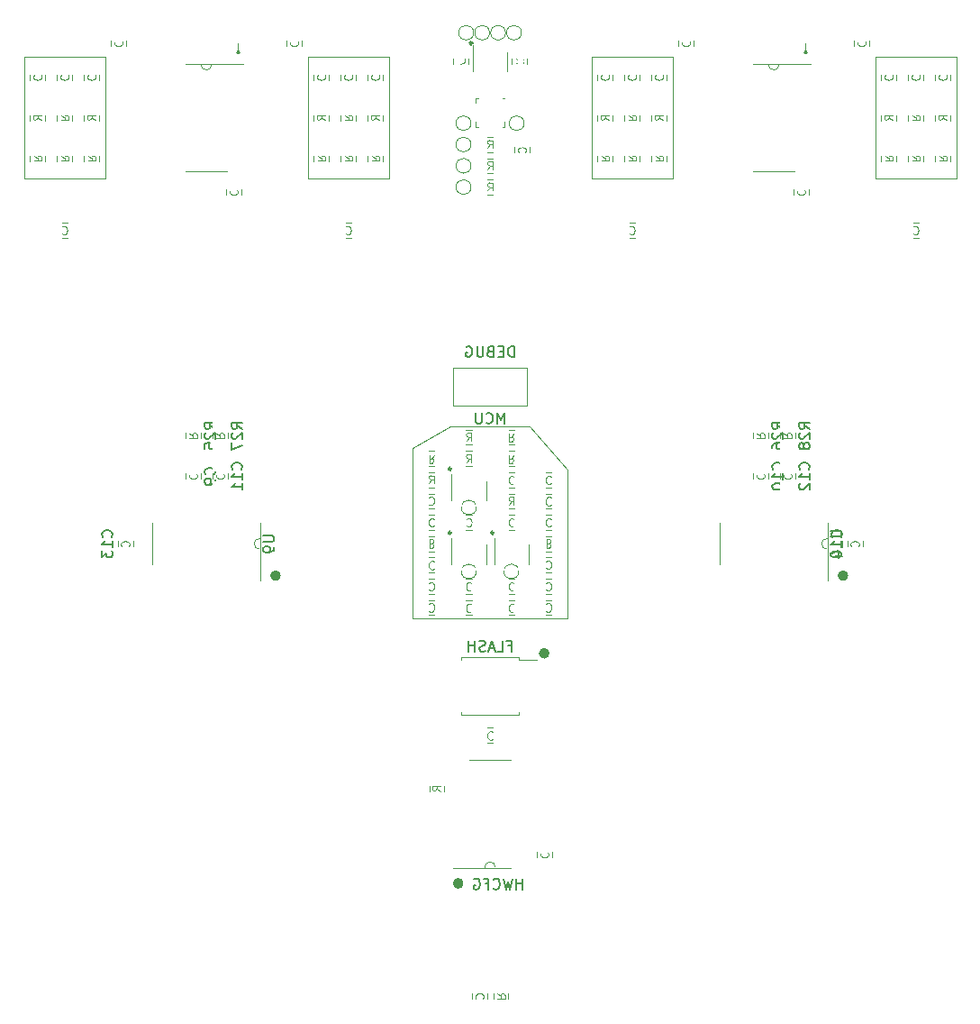
<source format=gbo>
G04 #@! TF.GenerationSoftware,KiCad,Pcbnew,5.1.9+dfsg1-1*
G04 #@! TF.CreationDate,2021-10-27T13:30:07+02:00*
G04 #@! TF.ProjectId,EF44,45463434-2e6b-4696-9361-645f70636258,rev?*
G04 #@! TF.SameCoordinates,Original*
G04 #@! TF.FileFunction,Legend,Bot*
G04 #@! TF.FilePolarity,Positive*
%FSLAX46Y46*%
G04 Gerber Fmt 4.6, Leading zero omitted, Abs format (unit mm)*
G04 Created by KiCad (PCBNEW 5.1.9+dfsg1-1) date 2021-10-27 13:30:07*
%MOMM*%
%LPD*%
G01*
G04 APERTURE LIST*
%ADD10C,0.120000*%
%ADD11C,0.150000*%
%ADD12C,0.500000*%
%ADD13C,0.250000*%
%ADD14O,2.000000X3.000000*%
%ADD15O,1.000000X1.000000*%
%ADD16R,1.000000X1.000000*%
%ADD17C,1.000000*%
%ADD18R,1.450000X1.450000*%
%ADD19C,0.650000*%
%ADD20O,0.800000X2.000000*%
%ADD21O,0.800000X1.900000*%
%ADD22R,2.500000X2.500000*%
%ADD23O,2.000000X0.800000*%
%ADD24O,1.500000X2.000000*%
%ADD25O,3.200000X2.800000*%
G04 APERTURE END LIST*
D10*
X96500000Y-87000000D02*
X96500000Y-83500000D01*
X103500000Y-87000000D02*
X96500000Y-87000000D01*
X103500000Y-83500000D02*
X103500000Y-87000000D01*
X96500000Y-83500000D02*
X103500000Y-83500000D01*
X96250000Y-89000000D02*
X103750000Y-89000000D01*
X92750000Y-91000000D02*
X96250000Y-89000000D01*
X136195000Y-65710000D02*
X136195000Y-54280000D01*
X143815000Y-54280000D02*
X143815000Y-65710000D01*
X136195000Y-54280000D02*
X143815000Y-54280000D01*
X143815000Y-65710000D02*
X136195000Y-65710000D01*
X109525000Y-65710000D02*
X109525000Y-54280000D01*
X117145000Y-54280000D02*
X117145000Y-65710000D01*
X109525000Y-54280000D02*
X117145000Y-54280000D01*
X117145000Y-65710000D02*
X109525000Y-65710000D01*
X82855000Y-65710000D02*
X82855000Y-54280000D01*
X90475000Y-54280000D02*
X90475000Y-65710000D01*
X82855000Y-54280000D02*
X90475000Y-54280000D01*
X90475000Y-65710000D02*
X82855000Y-65710000D01*
X56185000Y-65710000D02*
X56185000Y-54280000D01*
X63805000Y-54280000D02*
X63805000Y-65710000D01*
X56185000Y-54280000D02*
X63805000Y-54280000D01*
X63805000Y-65710000D02*
X56185000Y-65710000D01*
D11*
X102238095Y-82452380D02*
X102238095Y-81452380D01*
X102000000Y-81452380D01*
X101857142Y-81500000D01*
X101761904Y-81595238D01*
X101714285Y-81690476D01*
X101666666Y-81880952D01*
X101666666Y-82023809D01*
X101714285Y-82214285D01*
X101761904Y-82309523D01*
X101857142Y-82404761D01*
X102000000Y-82452380D01*
X102238095Y-82452380D01*
X101238095Y-81928571D02*
X100904761Y-81928571D01*
X100761904Y-82452380D02*
X101238095Y-82452380D01*
X101238095Y-81452380D01*
X100761904Y-81452380D01*
X100000000Y-81928571D02*
X99857142Y-81976190D01*
X99809523Y-82023809D01*
X99761904Y-82119047D01*
X99761904Y-82261904D01*
X99809523Y-82357142D01*
X99857142Y-82404761D01*
X99952380Y-82452380D01*
X100333333Y-82452380D01*
X100333333Y-81452380D01*
X100000000Y-81452380D01*
X99904761Y-81500000D01*
X99857142Y-81547619D01*
X99809523Y-81642857D01*
X99809523Y-81738095D01*
X99857142Y-81833333D01*
X99904761Y-81880952D01*
X100000000Y-81928571D01*
X100333333Y-81928571D01*
X99333333Y-81452380D02*
X99333333Y-82261904D01*
X99285714Y-82357142D01*
X99238095Y-82404761D01*
X99142857Y-82452380D01*
X98952380Y-82452380D01*
X98857142Y-82404761D01*
X98809523Y-82357142D01*
X98761904Y-82261904D01*
X98761904Y-81452380D01*
X97761904Y-81500000D02*
X97857142Y-81452380D01*
X98000000Y-81452380D01*
X98142857Y-81500000D01*
X98238095Y-81595238D01*
X98285714Y-81690476D01*
X98333333Y-81880952D01*
X98333333Y-82023809D01*
X98285714Y-82214285D01*
X98238095Y-82309523D01*
X98142857Y-82404761D01*
X98000000Y-82452380D01*
X97904761Y-82452380D01*
X97761904Y-82404761D01*
X97714285Y-82357142D01*
X97714285Y-82023809D01*
X97904761Y-82023809D01*
X101690476Y-109580571D02*
X102023809Y-109580571D01*
X102023809Y-110104380D02*
X102023809Y-109104380D01*
X101547619Y-109104380D01*
X100690476Y-110104380D02*
X101166666Y-110104380D01*
X101166666Y-109104380D01*
X100404761Y-109818666D02*
X99928571Y-109818666D01*
X100500000Y-110104380D02*
X100166666Y-109104380D01*
X99833333Y-110104380D01*
X99547619Y-110056761D02*
X99404761Y-110104380D01*
X99166666Y-110104380D01*
X99071428Y-110056761D01*
X99023809Y-110009142D01*
X98976190Y-109913904D01*
X98976190Y-109818666D01*
X99023809Y-109723428D01*
X99071428Y-109675809D01*
X99166666Y-109628190D01*
X99357142Y-109580571D01*
X99452380Y-109532952D01*
X99500000Y-109485333D01*
X99547619Y-109390095D01*
X99547619Y-109294857D01*
X99500000Y-109199619D01*
X99452380Y-109152000D01*
X99357142Y-109104380D01*
X99119047Y-109104380D01*
X98976190Y-109152000D01*
X98547619Y-110104380D02*
X98547619Y-109104380D01*
X98547619Y-109580571D02*
X97976190Y-109580571D01*
X97976190Y-110104380D02*
X97976190Y-109104380D01*
X103047714Y-132456380D02*
X103047714Y-131456380D01*
X103047714Y-131932571D02*
X102476285Y-131932571D01*
X102476285Y-132456380D02*
X102476285Y-131456380D01*
X102095333Y-131456380D02*
X101857238Y-132456380D01*
X101666761Y-131742095D01*
X101476285Y-132456380D01*
X101238190Y-131456380D01*
X100285809Y-132361142D02*
X100333428Y-132408761D01*
X100476285Y-132456380D01*
X100571523Y-132456380D01*
X100714380Y-132408761D01*
X100809619Y-132313523D01*
X100857238Y-132218285D01*
X100904857Y-132027809D01*
X100904857Y-131884952D01*
X100857238Y-131694476D01*
X100809619Y-131599238D01*
X100714380Y-131504000D01*
X100571523Y-131456380D01*
X100476285Y-131456380D01*
X100333428Y-131504000D01*
X100285809Y-131551619D01*
X99523904Y-131932571D02*
X99857238Y-131932571D01*
X99857238Y-132456380D02*
X99857238Y-131456380D01*
X99381047Y-131456380D01*
X98476285Y-131504000D02*
X98571523Y-131456380D01*
X98714380Y-131456380D01*
X98857238Y-131504000D01*
X98952476Y-131599238D01*
X99000095Y-131694476D01*
X99047714Y-131884952D01*
X99047714Y-132027809D01*
X99000095Y-132218285D01*
X98952476Y-132313523D01*
X98857238Y-132408761D01*
X98714380Y-132456380D01*
X98619142Y-132456380D01*
X98476285Y-132408761D01*
X98428666Y-132361142D01*
X98428666Y-132027809D01*
X98619142Y-132027809D01*
X101357142Y-88702380D02*
X101357142Y-87702380D01*
X101023809Y-88416666D01*
X100690476Y-87702380D01*
X100690476Y-88702380D01*
X99642857Y-88607142D02*
X99690476Y-88654761D01*
X99833333Y-88702380D01*
X99928571Y-88702380D01*
X100071428Y-88654761D01*
X100166666Y-88559523D01*
X100214285Y-88464285D01*
X100261904Y-88273809D01*
X100261904Y-88130952D01*
X100214285Y-87940476D01*
X100166666Y-87845238D01*
X100071428Y-87750000D01*
X99928571Y-87702380D01*
X99833333Y-87702380D01*
X99690476Y-87750000D01*
X99642857Y-87797619D01*
X99214285Y-87702380D02*
X99214285Y-88511904D01*
X99166666Y-88607142D01*
X99119047Y-88654761D01*
X99023809Y-88702380D01*
X98833333Y-88702380D01*
X98738095Y-88654761D01*
X98690476Y-88607142D01*
X98642857Y-88511904D01*
X98642857Y-87702380D01*
D10*
X92750000Y-107000000D02*
X92750000Y-91000000D01*
X107250000Y-107000000D02*
X92750000Y-107000000D01*
X107250000Y-93000000D02*
X107250000Y-107000000D01*
X103750000Y-89000000D02*
X107250000Y-93000000D01*
X136755000Y-59736422D02*
X136755000Y-60253578D01*
X138175000Y-59736422D02*
X138175000Y-60253578D01*
X137795200Y-59791800D02*
X137058600Y-59791800D01*
X137058600Y-59791800D02*
X137058600Y-60071200D01*
X137465000Y-59791800D02*
X137465000Y-60020400D01*
X137795200Y-60223600D02*
X137465000Y-59995000D01*
X137058600Y-60020400D02*
G75*
G03*
X137465000Y-60020400I203200J0D01*
G01*
X72770000Y-93908578D02*
X72770000Y-93391422D01*
X71350000Y-93908578D02*
X71350000Y-93391422D01*
X72390200Y-93421400D02*
X72466400Y-93548400D01*
X72466400Y-93548400D02*
X72466400Y-93700800D01*
X72466400Y-93700800D02*
X72364800Y-93827800D01*
X72364800Y-93827800D02*
X72212400Y-93878600D01*
X72212400Y-93878600D02*
X72085400Y-93904000D01*
X71755200Y-93421400D02*
X71679000Y-93548400D01*
X71679000Y-93548400D02*
X71679000Y-93700800D01*
X71679000Y-93700800D02*
X71780600Y-93827800D01*
X71780600Y-93827800D02*
X71933000Y-93878600D01*
X71933000Y-93878600D02*
X72060000Y-93904000D01*
D12*
X133420000Y-103000000D02*
G75*
G03*
X133420000Y-103000000I-250000J0D01*
G01*
D10*
X131730000Y-100000000D02*
X131730000Y-103450000D01*
X131730000Y-100000000D02*
X131730000Y-98050000D01*
X121610000Y-100000000D02*
X121610000Y-101950000D01*
X121610000Y-100000000D02*
X121610000Y-98050000D01*
X131670000Y-99500000D02*
G75*
G03*
X131670000Y-100500000I0J-500000D01*
G01*
D12*
X80080000Y-103000000D02*
G75*
G03*
X80080000Y-103000000I-250000J0D01*
G01*
D10*
X78390000Y-100000000D02*
X78390000Y-103450000D01*
X78390000Y-100000000D02*
X78390000Y-98050000D01*
X68270000Y-100000000D02*
X68270000Y-101950000D01*
X68270000Y-100000000D02*
X68270000Y-98050000D01*
X78330000Y-99500000D02*
G75*
G03*
X78330000Y-100500000I0J-500000D01*
G01*
X128650000Y-90098578D02*
X128650000Y-89581422D01*
X127230000Y-90098578D02*
X127230000Y-89581422D01*
X127609800Y-90043200D02*
X128346400Y-90043200D01*
X128346400Y-90043200D02*
X128346400Y-89763800D01*
X127940000Y-90043200D02*
X127940000Y-89814600D01*
X127609800Y-89611400D02*
X127940000Y-89840000D01*
X128346400Y-89814600D02*
G75*
G03*
X127940000Y-89814600I-203200J0D01*
G01*
X75310000Y-90098578D02*
X75310000Y-89581422D01*
X73890000Y-90098578D02*
X73890000Y-89581422D01*
X74269800Y-90043200D02*
X75006400Y-90043200D01*
X75006400Y-90043200D02*
X75006400Y-89763800D01*
X74600000Y-90043200D02*
X74600000Y-89814600D01*
X74269800Y-89611400D02*
X74600000Y-89840000D01*
X75006400Y-89814600D02*
G75*
G03*
X74600000Y-89814600I-203200J0D01*
G01*
X126110000Y-90098578D02*
X126110000Y-89581422D01*
X124690000Y-90098578D02*
X124690000Y-89581422D01*
X125069800Y-90043200D02*
X125806400Y-90043200D01*
X125806400Y-90043200D02*
X125806400Y-89763800D01*
X125400000Y-90043200D02*
X125400000Y-89814600D01*
X125069800Y-89611400D02*
X125400000Y-89840000D01*
X125806400Y-89814600D02*
G75*
G03*
X125400000Y-89814600I-203200J0D01*
G01*
X72770000Y-90098578D02*
X72770000Y-89581422D01*
X71350000Y-90098578D02*
X71350000Y-89581422D01*
X71729800Y-90043200D02*
X72466400Y-90043200D01*
X72466400Y-90043200D02*
X72466400Y-89763800D01*
X72060000Y-90043200D02*
X72060000Y-89814600D01*
X71729800Y-89611400D02*
X72060000Y-89840000D01*
X72466400Y-89814600D02*
G75*
G03*
X72060000Y-89814600I-203200J0D01*
G01*
X133580000Y-99741422D02*
X133580000Y-100258578D01*
X135000000Y-99741422D02*
X135000000Y-100258578D01*
X133959800Y-100228600D02*
X133883600Y-100101600D01*
X133883600Y-100101600D02*
X133883600Y-99949200D01*
X133883600Y-99949200D02*
X133985200Y-99822200D01*
X133985200Y-99822200D02*
X134137600Y-99771400D01*
X134137600Y-99771400D02*
X134264600Y-99746000D01*
X134594800Y-100228600D02*
X134671000Y-100101600D01*
X134671000Y-100101600D02*
X134671000Y-99949200D01*
X134671000Y-99949200D02*
X134569400Y-99822200D01*
X134569400Y-99822200D02*
X134417000Y-99771400D01*
X134417000Y-99771400D02*
X134290000Y-99746000D01*
X65000000Y-99741422D02*
X65000000Y-100258578D01*
X66420000Y-99741422D02*
X66420000Y-100258578D01*
X65379800Y-100228600D02*
X65303600Y-100101600D01*
X65303600Y-100101600D02*
X65303600Y-99949200D01*
X65303600Y-99949200D02*
X65405200Y-99822200D01*
X65405200Y-99822200D02*
X65557600Y-99771400D01*
X65557600Y-99771400D02*
X65684600Y-99746000D01*
X66014800Y-100228600D02*
X66091000Y-100101600D01*
X66091000Y-100101600D02*
X66091000Y-99949200D01*
X66091000Y-99949200D02*
X65989400Y-99822200D01*
X65989400Y-99822200D02*
X65837000Y-99771400D01*
X65837000Y-99771400D02*
X65710000Y-99746000D01*
X128650000Y-93908578D02*
X128650000Y-93391422D01*
X127230000Y-93908578D02*
X127230000Y-93391422D01*
X128270200Y-93421400D02*
X128346400Y-93548400D01*
X128346400Y-93548400D02*
X128346400Y-93700800D01*
X128346400Y-93700800D02*
X128244800Y-93827800D01*
X128244800Y-93827800D02*
X128092400Y-93878600D01*
X128092400Y-93878600D02*
X127965400Y-93904000D01*
X127635200Y-93421400D02*
X127559000Y-93548400D01*
X127559000Y-93548400D02*
X127559000Y-93700800D01*
X127559000Y-93700800D02*
X127660600Y-93827800D01*
X127660600Y-93827800D02*
X127813000Y-93878600D01*
X127813000Y-93878600D02*
X127940000Y-93904000D01*
X75310000Y-93908578D02*
X75310000Y-93391422D01*
X73890000Y-93908578D02*
X73890000Y-93391422D01*
X74930200Y-93421400D02*
X75006400Y-93548400D01*
X75006400Y-93548400D02*
X75006400Y-93700800D01*
X75006400Y-93700800D02*
X74904800Y-93827800D01*
X74904800Y-93827800D02*
X74752400Y-93878600D01*
X74752400Y-93878600D02*
X74625400Y-93904000D01*
X74295200Y-93421400D02*
X74219000Y-93548400D01*
X74219000Y-93548400D02*
X74219000Y-93700800D01*
X74219000Y-93700800D02*
X74320600Y-93827800D01*
X74320600Y-93827800D02*
X74473000Y-93878600D01*
X74473000Y-93878600D02*
X74600000Y-93904000D01*
X126110000Y-93908578D02*
X126110000Y-93391422D01*
X124690000Y-93908578D02*
X124690000Y-93391422D01*
X125730200Y-93421400D02*
X125806400Y-93548400D01*
X125806400Y-93548400D02*
X125806400Y-93700800D01*
X125806400Y-93700800D02*
X125704800Y-93827800D01*
X125704800Y-93827800D02*
X125552400Y-93878600D01*
X125552400Y-93878600D02*
X125425400Y-93904000D01*
X125095200Y-93421400D02*
X125019000Y-93548400D01*
X125019000Y-93548400D02*
X125019000Y-93700800D01*
X125019000Y-93700800D02*
X125120600Y-93827800D01*
X125120600Y-93827800D02*
X125273000Y-93878600D01*
X125273000Y-93878600D02*
X125400000Y-93904000D01*
X98200000Y-60500000D02*
G75*
G03*
X98200000Y-60500000I-700000J0D01*
G01*
X103200000Y-60500000D02*
G75*
G03*
X103200000Y-60500000I-700000J0D01*
G01*
X105241422Y-96710000D02*
X105758578Y-96710000D01*
X105241422Y-95290000D02*
X105758578Y-95290000D01*
X105728600Y-96330200D02*
X105601600Y-96406400D01*
X105601600Y-96406400D02*
X105449200Y-96406400D01*
X105449200Y-96406400D02*
X105322200Y-96304800D01*
X105322200Y-96304800D02*
X105271400Y-96152400D01*
X105271400Y-96152400D02*
X105246000Y-96025400D01*
X105728600Y-95695200D02*
X105601600Y-95619000D01*
X105601600Y-95619000D02*
X105449200Y-95619000D01*
X105449200Y-95619000D02*
X105322200Y-95720600D01*
X105322200Y-95720600D02*
X105271400Y-95873000D01*
X105271400Y-95873000D02*
X105246000Y-96000000D01*
X105758578Y-101290000D02*
X105241422Y-101290000D01*
X105758578Y-102710000D02*
X105241422Y-102710000D01*
X105271400Y-101669800D02*
X105398400Y-101593600D01*
X105398400Y-101593600D02*
X105550800Y-101593600D01*
X105550800Y-101593600D02*
X105677800Y-101695200D01*
X105677800Y-101695200D02*
X105728600Y-101847600D01*
X105728600Y-101847600D02*
X105754000Y-101974600D01*
X105271400Y-102304800D02*
X105398400Y-102381000D01*
X105398400Y-102381000D02*
X105550800Y-102381000D01*
X105550800Y-102381000D02*
X105677800Y-102279400D01*
X105677800Y-102279400D02*
X105728600Y-102127000D01*
X105728600Y-102127000D02*
X105754000Y-102000000D01*
X98200000Y-66500000D02*
G75*
G03*
X98200000Y-66500000I-700000J0D01*
G01*
X98200000Y-64500000D02*
G75*
G03*
X98200000Y-64500000I-700000J0D01*
G01*
X98200000Y-62500000D02*
G75*
G03*
X98200000Y-62500000I-700000J0D01*
G01*
D12*
X97250000Y-131900000D02*
G75*
G03*
X97250000Y-131900000I-250000J0D01*
G01*
D10*
X100000000Y-130460000D02*
X96550000Y-130460000D01*
X100000000Y-130460000D02*
X101950000Y-130460000D01*
X100000000Y-120340000D02*
X98050000Y-120340000D01*
X100000000Y-120340000D02*
X101950000Y-120340000D01*
X100500000Y-130400000D02*
G75*
G03*
X99500000Y-130400000I-500000J0D01*
G01*
X94290000Y-122741422D02*
X94290000Y-123258578D01*
X95710000Y-122741422D02*
X95710000Y-123258578D01*
X95330200Y-122796800D02*
X94593600Y-122796800D01*
X94593600Y-122796800D02*
X94593600Y-123076200D01*
X95000000Y-122796800D02*
X95000000Y-123025400D01*
X95330200Y-123228600D02*
X95000000Y-123000000D01*
X94593600Y-123025400D02*
G75*
G03*
X95000000Y-123025400I203200J0D01*
G01*
X98700000Y-96600000D02*
G75*
G03*
X98700000Y-96600000I-700000J0D01*
G01*
X102700000Y-102600000D02*
G75*
G03*
X102700000Y-102600000I-700000J0D01*
G01*
X98700000Y-102600000D02*
G75*
G03*
X98700000Y-102600000I-700000J0D01*
G01*
X102950000Y-52000000D02*
G75*
G03*
X102950000Y-52000000I-700000J0D01*
G01*
X98450000Y-52000000D02*
G75*
G03*
X98450000Y-52000000I-700000J0D01*
G01*
X101450000Y-52000000D02*
G75*
G03*
X101450000Y-52000000I-700000J0D01*
G01*
X99950000Y-52000000D02*
G75*
G03*
X99950000Y-52000000I-700000J0D01*
G01*
X102290000Y-62741422D02*
X102290000Y-63258578D01*
X103710000Y-62741422D02*
X103710000Y-63258578D01*
X102669800Y-63228600D02*
X102593600Y-63101600D01*
X102593600Y-63101600D02*
X102593600Y-62949200D01*
X102593600Y-62949200D02*
X102695200Y-62822200D01*
X102695200Y-62822200D02*
X102847600Y-62771400D01*
X102847600Y-62771400D02*
X102974600Y-62746000D01*
X103304800Y-63228600D02*
X103381000Y-63101600D01*
X103381000Y-63101600D02*
X103381000Y-62949200D01*
X103381000Y-62949200D02*
X103279400Y-62822200D01*
X103279400Y-62822200D02*
X103127000Y-62771400D01*
X103127000Y-62771400D02*
X103000000Y-62746000D01*
X100258578Y-63790000D02*
X99741422Y-63790000D01*
X100258578Y-65210000D02*
X99741422Y-65210000D01*
X100203200Y-64830200D02*
X100203200Y-64093600D01*
X100203200Y-64093600D02*
X99923800Y-64093600D01*
X100203200Y-64500000D02*
X99974600Y-64500000D01*
X99771400Y-64830200D02*
X100000000Y-64500000D01*
X99974600Y-64093600D02*
G75*
G03*
X99974600Y-64500000I0J-203200D01*
G01*
X99610000Y-94100000D02*
X99610000Y-95900000D01*
X96390000Y-95900000D02*
X96390000Y-93450000D01*
D13*
X96347000Y-92968000D02*
G75*
G03*
X96347000Y-92968000I-125000J0D01*
G01*
D10*
X98865000Y-58140000D02*
X98640000Y-58140000D01*
X98640000Y-58140000D02*
X98640000Y-58615000D01*
X101135000Y-60860000D02*
X101360000Y-60860000D01*
X101360000Y-60860000D02*
X101360000Y-60385000D01*
X98865000Y-60860000D02*
X98640000Y-60860000D01*
X98640000Y-60860000D02*
X98640000Y-60385000D01*
X101135000Y-58140000D02*
X101360000Y-58140000D01*
X103610000Y-100100000D02*
X103610000Y-101900000D01*
X100390000Y-101900000D02*
X100390000Y-99450000D01*
D13*
X100347000Y-98968000D02*
G75*
G03*
X100347000Y-98968000I-125000J0D01*
G01*
D10*
X99610000Y-100100000D02*
X99610000Y-101900000D01*
X96390000Y-101900000D02*
X96390000Y-99450000D01*
D13*
X96347000Y-98968000D02*
G75*
G03*
X96347000Y-98968000I-125000J0D01*
G01*
D10*
X101610000Y-53850000D02*
X101610000Y-55650000D01*
X98390000Y-55650000D02*
X98390000Y-53200000D01*
D13*
X98347000Y-52972000D02*
G75*
G03*
X98347000Y-52972000I-125000J0D01*
G01*
D10*
X94758578Y-93290000D02*
X94241422Y-93290000D01*
X94758578Y-94710000D02*
X94241422Y-94710000D01*
X94703200Y-94330200D02*
X94703200Y-93593600D01*
X94703200Y-93593600D02*
X94423800Y-93593600D01*
X94703200Y-94000000D02*
X94474600Y-94000000D01*
X94271400Y-94330200D02*
X94500000Y-94000000D01*
X94474600Y-93593600D02*
G75*
G03*
X94474600Y-94000000I0J-203200D01*
G01*
X100258578Y-65790000D02*
X99741422Y-65790000D01*
X100258578Y-67210000D02*
X99741422Y-67210000D01*
X100203200Y-66830200D02*
X100203200Y-66093600D01*
X100203200Y-66093600D02*
X99923800Y-66093600D01*
X100203200Y-66500000D02*
X99974600Y-66500000D01*
X99771400Y-66830200D02*
X100000000Y-66500000D01*
X99974600Y-66093600D02*
G75*
G03*
X99974600Y-66500000I0J-203200D01*
G01*
X100258578Y-61790000D02*
X99741422Y-61790000D01*
X100258578Y-63210000D02*
X99741422Y-63210000D01*
X100203200Y-62830200D02*
X100203200Y-62093600D01*
X100203200Y-62093600D02*
X99923800Y-62093600D01*
X100203200Y-62500000D02*
X99974600Y-62500000D01*
X99771400Y-62830200D02*
X100000000Y-62500000D01*
X99974600Y-62093600D02*
G75*
G03*
X99974600Y-62500000I0J-203200D01*
G01*
X102258578Y-95290000D02*
X101741422Y-95290000D01*
X102258578Y-96710000D02*
X101741422Y-96710000D01*
X102203200Y-96330200D02*
X102203200Y-95593600D01*
X102203200Y-95593600D02*
X101923800Y-95593600D01*
X102203200Y-96000000D02*
X101974600Y-96000000D01*
X101771400Y-96330200D02*
X102000000Y-96000000D01*
X101974600Y-95593600D02*
G75*
G03*
X101974600Y-96000000I0J-203200D01*
G01*
X103460000Y-54908578D02*
X103460000Y-54391422D01*
X102040000Y-54908578D02*
X102040000Y-54391422D01*
X102419800Y-54853200D02*
X103156400Y-54853200D01*
X103156400Y-54853200D02*
X103156400Y-54573800D01*
X102750000Y-54853200D02*
X102750000Y-54624600D01*
X102419800Y-54421400D02*
X102750000Y-54650000D01*
X103156400Y-54624600D02*
G75*
G03*
X102750000Y-54624600I-203200J0D01*
G01*
X94241422Y-92710000D02*
X94758578Y-92710000D01*
X94241422Y-91290000D02*
X94758578Y-91290000D01*
X94296800Y-91669800D02*
X94296800Y-92406400D01*
X94296800Y-92406400D02*
X94576200Y-92406400D01*
X94296800Y-92000000D02*
X94525400Y-92000000D01*
X94728600Y-91669800D02*
X94500000Y-92000000D01*
X94525400Y-92406400D02*
G75*
G03*
X94525400Y-92000000I0J203200D01*
G01*
X105241422Y-100710000D02*
X105758578Y-100710000D01*
X105241422Y-99290000D02*
X105758578Y-99290000D01*
X105296800Y-99593600D02*
X105296800Y-100406400D01*
X105296800Y-100406400D02*
X105576200Y-100406400D01*
X105296800Y-100000000D02*
X105525400Y-100000000D01*
X105296800Y-100000000D02*
X105576200Y-100000000D01*
X105296800Y-99593600D02*
X105525400Y-99593600D01*
X105525400Y-100000000D02*
G75*
G03*
X105525400Y-99593600I0J203200D01*
G01*
X105525400Y-100406400D02*
G75*
G03*
X105525400Y-100000000I0J203200D01*
G01*
X101741422Y-98710000D02*
X102258578Y-98710000D01*
X101741422Y-97290000D02*
X102258578Y-97290000D01*
X102228600Y-98330200D02*
X102101600Y-98406400D01*
X102101600Y-98406400D02*
X101949200Y-98406400D01*
X101949200Y-98406400D02*
X101822200Y-98304800D01*
X101822200Y-98304800D02*
X101771400Y-98152400D01*
X101771400Y-98152400D02*
X101746000Y-98025400D01*
X102228600Y-97695200D02*
X102101600Y-97619000D01*
X102101600Y-97619000D02*
X101949200Y-97619000D01*
X101949200Y-97619000D02*
X101822200Y-97720600D01*
X101822200Y-97720600D02*
X101771400Y-97873000D01*
X101771400Y-97873000D02*
X101746000Y-98000000D01*
X94758578Y-95290000D02*
X94241422Y-95290000D01*
X94758578Y-96710000D02*
X94241422Y-96710000D01*
X94271400Y-95669800D02*
X94398400Y-95593600D01*
X94398400Y-95593600D02*
X94550800Y-95593600D01*
X94550800Y-95593600D02*
X94677800Y-95695200D01*
X94677800Y-95695200D02*
X94728600Y-95847600D01*
X94728600Y-95847600D02*
X94754000Y-95974600D01*
X94271400Y-96304800D02*
X94398400Y-96381000D01*
X94398400Y-96381000D02*
X94550800Y-96381000D01*
X94550800Y-96381000D02*
X94677800Y-96279400D01*
X94677800Y-96279400D02*
X94728600Y-96127000D01*
X94728600Y-96127000D02*
X94754000Y-96000000D01*
X97960000Y-54908578D02*
X97960000Y-54391422D01*
X96540000Y-54908578D02*
X96540000Y-54391422D01*
X97580200Y-54421400D02*
X97656400Y-54548400D01*
X97656400Y-54548400D02*
X97656400Y-54700800D01*
X97656400Y-54700800D02*
X97554800Y-54827800D01*
X97554800Y-54827800D02*
X97402400Y-54878600D01*
X97402400Y-54878600D02*
X97275400Y-54904000D01*
X96945200Y-54421400D02*
X96869000Y-54548400D01*
X96869000Y-54548400D02*
X96869000Y-54700800D01*
X96869000Y-54700800D02*
X96970600Y-54827800D01*
X96970600Y-54827800D02*
X97123000Y-54878600D01*
X97123000Y-54878600D02*
X97250000Y-54904000D01*
X101741422Y-104710000D02*
X102258578Y-104710000D01*
X101741422Y-103290000D02*
X102258578Y-103290000D01*
X102228600Y-104330200D02*
X102101600Y-104406400D01*
X102101600Y-104406400D02*
X101949200Y-104406400D01*
X101949200Y-104406400D02*
X101822200Y-104304800D01*
X101822200Y-104304800D02*
X101771400Y-104152400D01*
X101771400Y-104152400D02*
X101746000Y-104025400D01*
X102228600Y-103695200D02*
X102101600Y-103619000D01*
X102101600Y-103619000D02*
X101949200Y-103619000D01*
X101949200Y-103619000D02*
X101822200Y-103720600D01*
X101822200Y-103720600D02*
X101771400Y-103873000D01*
X101771400Y-103873000D02*
X101746000Y-104000000D01*
X98258578Y-97290000D02*
X97741422Y-97290000D01*
X98258578Y-98710000D02*
X97741422Y-98710000D01*
X97771400Y-97669800D02*
X97898400Y-97593600D01*
X97898400Y-97593600D02*
X98050800Y-97593600D01*
X98050800Y-97593600D02*
X98177800Y-97695200D01*
X98177800Y-97695200D02*
X98228600Y-97847600D01*
X98228600Y-97847600D02*
X98254000Y-97974600D01*
X97771400Y-98304800D02*
X97898400Y-98381000D01*
X97898400Y-98381000D02*
X98050800Y-98381000D01*
X98050800Y-98381000D02*
X98177800Y-98279400D01*
X98177800Y-98279400D02*
X98228600Y-98127000D01*
X98228600Y-98127000D02*
X98254000Y-98000000D01*
D12*
X105330000Y-110287000D02*
G75*
G03*
X105330000Y-110287000I-250000J0D01*
G01*
D10*
X102725000Y-110870000D02*
X104400000Y-110870000D01*
X102725000Y-110610000D02*
X102725000Y-110870000D01*
X100000000Y-110610000D02*
X102725000Y-110610000D01*
X97275000Y-110610000D02*
X97275000Y-110870000D01*
X100000000Y-110610000D02*
X97275000Y-110610000D01*
X102725000Y-116060000D02*
X102725000Y-115800000D01*
X100000000Y-116060000D02*
X102725000Y-116060000D01*
X97275000Y-116060000D02*
X97275000Y-115800000D01*
X100000000Y-116060000D02*
X97275000Y-116060000D01*
D12*
X129920000Y-53495000D02*
G75*
G03*
X129920000Y-53495000I-250000J0D01*
G01*
D10*
X126670000Y-54935000D02*
X130120000Y-54935000D01*
X126670000Y-54935000D02*
X124720000Y-54935000D01*
X126670000Y-65055000D02*
X128620000Y-65055000D01*
X126670000Y-65055000D02*
X124720000Y-65055000D01*
X126170000Y-54995000D02*
G75*
G03*
X127170000Y-54995000I500000J0D01*
G01*
D12*
X76580000Y-53495000D02*
G75*
G03*
X76580000Y-53495000I-250000J0D01*
G01*
D10*
X73330000Y-54935000D02*
X76780000Y-54935000D01*
X73330000Y-54935000D02*
X71380000Y-54935000D01*
X73330000Y-65055000D02*
X75280000Y-65055000D01*
X73330000Y-65055000D02*
X71380000Y-65055000D01*
X72830000Y-54995000D02*
G75*
G03*
X73830000Y-54995000I500000J0D01*
G01*
X129920000Y-67238578D02*
X129920000Y-66721422D01*
X128500000Y-67238578D02*
X128500000Y-66721422D01*
X129540200Y-66751400D02*
X129616400Y-66878400D01*
X129616400Y-66878400D02*
X129616400Y-67030800D01*
X129616400Y-67030800D02*
X129514800Y-67157800D01*
X129514800Y-67157800D02*
X129362400Y-67208600D01*
X129362400Y-67208600D02*
X129235400Y-67234000D01*
X128905200Y-66751400D02*
X128829000Y-66878400D01*
X128829000Y-66878400D02*
X128829000Y-67030800D01*
X128829000Y-67030800D02*
X128930600Y-67157800D01*
X128930600Y-67157800D02*
X129083000Y-67208600D01*
X129083000Y-67208600D02*
X129210000Y-67234000D01*
X76580000Y-67238578D02*
X76580000Y-66721422D01*
X75160000Y-67238578D02*
X75160000Y-66721422D01*
X76200200Y-66751400D02*
X76276400Y-66878400D01*
X76276400Y-66878400D02*
X76276400Y-67030800D01*
X76276400Y-67030800D02*
X76174800Y-67157800D01*
X76174800Y-67157800D02*
X76022400Y-67208600D01*
X76022400Y-67208600D02*
X75895400Y-67234000D01*
X75565200Y-66751400D02*
X75489000Y-66878400D01*
X75489000Y-66878400D02*
X75489000Y-67030800D01*
X75489000Y-67030800D02*
X75590600Y-67157800D01*
X75590600Y-67157800D02*
X75743000Y-67208600D01*
X75743000Y-67208600D02*
X75870000Y-67234000D01*
X141835000Y-59736422D02*
X141835000Y-60253578D01*
X143255000Y-59736422D02*
X143255000Y-60253578D01*
X142875200Y-59791800D02*
X142138600Y-59791800D01*
X142138600Y-59791800D02*
X142138600Y-60071200D01*
X142545000Y-59791800D02*
X142545000Y-60020400D01*
X142875200Y-60223600D02*
X142545000Y-59995000D01*
X142138600Y-60020400D02*
G75*
G03*
X142545000Y-60020400I203200J0D01*
G01*
X140715000Y-60253578D02*
X140715000Y-59736422D01*
X139295000Y-60253578D02*
X139295000Y-59736422D01*
X139674800Y-60198200D02*
X140411400Y-60198200D01*
X140411400Y-60198200D02*
X140411400Y-59918800D01*
X140005000Y-60198200D02*
X140005000Y-59969600D01*
X139674800Y-59766400D02*
X140005000Y-59995000D01*
X140411400Y-59969600D02*
G75*
G03*
X140005000Y-59969600I-203200J0D01*
G01*
X138175000Y-64063578D02*
X138175000Y-63546422D01*
X136755000Y-64063578D02*
X136755000Y-63546422D01*
X137134800Y-64008200D02*
X137871400Y-64008200D01*
X137871400Y-64008200D02*
X137871400Y-63728800D01*
X137465000Y-64008200D02*
X137465000Y-63779600D01*
X137134800Y-63576400D02*
X137465000Y-63805000D01*
X137871400Y-63779600D02*
G75*
G03*
X137465000Y-63779600I-203200J0D01*
G01*
X143255000Y-64063578D02*
X143255000Y-63546422D01*
X141835000Y-64063578D02*
X141835000Y-63546422D01*
X142214800Y-64008200D02*
X142951400Y-64008200D01*
X142951400Y-64008200D02*
X142951400Y-63728800D01*
X142545000Y-64008200D02*
X142545000Y-63779600D01*
X142214800Y-63576400D02*
X142545000Y-63805000D01*
X142951400Y-63779600D02*
G75*
G03*
X142545000Y-63779600I-203200J0D01*
G01*
X140715000Y-64063578D02*
X140715000Y-63546422D01*
X139295000Y-64063578D02*
X139295000Y-63546422D01*
X139674800Y-64008200D02*
X140411400Y-64008200D01*
X140411400Y-64008200D02*
X140411400Y-63728800D01*
X140005000Y-64008200D02*
X140005000Y-63779600D01*
X139674800Y-63576400D02*
X140005000Y-63805000D01*
X140411400Y-63779600D02*
G75*
G03*
X140005000Y-63779600I-203200J0D01*
G01*
X110085000Y-59736422D02*
X110085000Y-60253578D01*
X111505000Y-59736422D02*
X111505000Y-60253578D01*
X111125200Y-59791800D02*
X110388600Y-59791800D01*
X110388600Y-59791800D02*
X110388600Y-60071200D01*
X110795000Y-59791800D02*
X110795000Y-60020400D01*
X111125200Y-60223600D02*
X110795000Y-59995000D01*
X110388600Y-60020400D02*
G75*
G03*
X110795000Y-60020400I203200J0D01*
G01*
X115165000Y-59736422D02*
X115165000Y-60253578D01*
X116585000Y-59736422D02*
X116585000Y-60253578D01*
X116205200Y-59791800D02*
X115468600Y-59791800D01*
X115468600Y-59791800D02*
X115468600Y-60071200D01*
X115875000Y-59791800D02*
X115875000Y-60020400D01*
X116205200Y-60223600D02*
X115875000Y-59995000D01*
X115468600Y-60020400D02*
G75*
G03*
X115875000Y-60020400I203200J0D01*
G01*
X114045000Y-60253578D02*
X114045000Y-59736422D01*
X112625000Y-60253578D02*
X112625000Y-59736422D01*
X113004800Y-60198200D02*
X113741400Y-60198200D01*
X113741400Y-60198200D02*
X113741400Y-59918800D01*
X113335000Y-60198200D02*
X113335000Y-59969600D01*
X113004800Y-59766400D02*
X113335000Y-59995000D01*
X113741400Y-59969600D02*
G75*
G03*
X113335000Y-59969600I-203200J0D01*
G01*
X111505000Y-64063578D02*
X111505000Y-63546422D01*
X110085000Y-64063578D02*
X110085000Y-63546422D01*
X110464800Y-64008200D02*
X111201400Y-64008200D01*
X111201400Y-64008200D02*
X111201400Y-63728800D01*
X110795000Y-64008200D02*
X110795000Y-63779600D01*
X110464800Y-63576400D02*
X110795000Y-63805000D01*
X111201400Y-63779600D02*
G75*
G03*
X110795000Y-63779600I-203200J0D01*
G01*
X116585000Y-64063578D02*
X116585000Y-63546422D01*
X115165000Y-64063578D02*
X115165000Y-63546422D01*
X115544800Y-64008200D02*
X116281400Y-64008200D01*
X116281400Y-64008200D02*
X116281400Y-63728800D01*
X115875000Y-64008200D02*
X115875000Y-63779600D01*
X115544800Y-63576400D02*
X115875000Y-63805000D01*
X116281400Y-63779600D02*
G75*
G03*
X115875000Y-63779600I-203200J0D01*
G01*
X114045000Y-64063578D02*
X114045000Y-63546422D01*
X112625000Y-64063578D02*
X112625000Y-63546422D01*
X113004800Y-64008200D02*
X113741400Y-64008200D01*
X113741400Y-64008200D02*
X113741400Y-63728800D01*
X113335000Y-64008200D02*
X113335000Y-63779600D01*
X113004800Y-63576400D02*
X113335000Y-63805000D01*
X113741400Y-63779600D02*
G75*
G03*
X113335000Y-63779600I-203200J0D01*
G01*
X83415000Y-59736422D02*
X83415000Y-60253578D01*
X84835000Y-59736422D02*
X84835000Y-60253578D01*
X84455200Y-59791800D02*
X83718600Y-59791800D01*
X83718600Y-59791800D02*
X83718600Y-60071200D01*
X84125000Y-59791800D02*
X84125000Y-60020400D01*
X84455200Y-60223600D02*
X84125000Y-59995000D01*
X83718600Y-60020400D02*
G75*
G03*
X84125000Y-60020400I203200J0D01*
G01*
X88495000Y-59736422D02*
X88495000Y-60253578D01*
X89915000Y-59736422D02*
X89915000Y-60253578D01*
X89535200Y-59791800D02*
X88798600Y-59791800D01*
X88798600Y-59791800D02*
X88798600Y-60071200D01*
X89205000Y-59791800D02*
X89205000Y-60020400D01*
X89535200Y-60223600D02*
X89205000Y-59995000D01*
X88798600Y-60020400D02*
G75*
G03*
X89205000Y-60020400I203200J0D01*
G01*
X87375000Y-60253578D02*
X87375000Y-59736422D01*
X85955000Y-60253578D02*
X85955000Y-59736422D01*
X86334800Y-60198200D02*
X87071400Y-60198200D01*
X87071400Y-60198200D02*
X87071400Y-59918800D01*
X86665000Y-60198200D02*
X86665000Y-59969600D01*
X86334800Y-59766400D02*
X86665000Y-59995000D01*
X87071400Y-59969600D02*
G75*
G03*
X86665000Y-59969600I-203200J0D01*
G01*
X84835000Y-64063578D02*
X84835000Y-63546422D01*
X83415000Y-64063578D02*
X83415000Y-63546422D01*
X83794800Y-64008200D02*
X84531400Y-64008200D01*
X84531400Y-64008200D02*
X84531400Y-63728800D01*
X84125000Y-64008200D02*
X84125000Y-63779600D01*
X83794800Y-63576400D02*
X84125000Y-63805000D01*
X84531400Y-63779600D02*
G75*
G03*
X84125000Y-63779600I-203200J0D01*
G01*
X89915000Y-64063578D02*
X89915000Y-63546422D01*
X88495000Y-64063578D02*
X88495000Y-63546422D01*
X88874800Y-64008200D02*
X89611400Y-64008200D01*
X89611400Y-64008200D02*
X89611400Y-63728800D01*
X89205000Y-64008200D02*
X89205000Y-63779600D01*
X88874800Y-63576400D02*
X89205000Y-63805000D01*
X89611400Y-63779600D02*
G75*
G03*
X89205000Y-63779600I-203200J0D01*
G01*
X87375000Y-64063578D02*
X87375000Y-63546422D01*
X85955000Y-64063578D02*
X85955000Y-63546422D01*
X86334800Y-64008200D02*
X87071400Y-64008200D01*
X87071400Y-64008200D02*
X87071400Y-63728800D01*
X86665000Y-64008200D02*
X86665000Y-63779600D01*
X86334800Y-63576400D02*
X86665000Y-63805000D01*
X87071400Y-63779600D02*
G75*
G03*
X86665000Y-63779600I-203200J0D01*
G01*
X56745000Y-59736422D02*
X56745000Y-60253578D01*
X58165000Y-59736422D02*
X58165000Y-60253578D01*
X57785200Y-59791800D02*
X57048600Y-59791800D01*
X57048600Y-59791800D02*
X57048600Y-60071200D01*
X57455000Y-59791800D02*
X57455000Y-60020400D01*
X57785200Y-60223600D02*
X57455000Y-59995000D01*
X57048600Y-60020400D02*
G75*
G03*
X57455000Y-60020400I203200J0D01*
G01*
X61825000Y-59736422D02*
X61825000Y-60253578D01*
X63245000Y-59736422D02*
X63245000Y-60253578D01*
X62865200Y-59791800D02*
X62128600Y-59791800D01*
X62128600Y-59791800D02*
X62128600Y-60071200D01*
X62535000Y-59791800D02*
X62535000Y-60020400D01*
X62865200Y-60223600D02*
X62535000Y-59995000D01*
X62128600Y-60020400D02*
G75*
G03*
X62535000Y-60020400I203200J0D01*
G01*
X60705000Y-60253578D02*
X60705000Y-59736422D01*
X59285000Y-60253578D02*
X59285000Y-59736422D01*
X59664800Y-60198200D02*
X60401400Y-60198200D01*
X60401400Y-60198200D02*
X60401400Y-59918800D01*
X59995000Y-60198200D02*
X59995000Y-59969600D01*
X59664800Y-59766400D02*
X59995000Y-59995000D01*
X60401400Y-59969600D02*
G75*
G03*
X59995000Y-59969600I-203200J0D01*
G01*
X58165000Y-64063578D02*
X58165000Y-63546422D01*
X56745000Y-64063578D02*
X56745000Y-63546422D01*
X57124800Y-64008200D02*
X57861400Y-64008200D01*
X57861400Y-64008200D02*
X57861400Y-63728800D01*
X57455000Y-64008200D02*
X57455000Y-63779600D01*
X57124800Y-63576400D02*
X57455000Y-63805000D01*
X57861400Y-63779600D02*
G75*
G03*
X57455000Y-63779600I-203200J0D01*
G01*
X63245000Y-64063578D02*
X63245000Y-63546422D01*
X61825000Y-64063578D02*
X61825000Y-63546422D01*
X62204800Y-64008200D02*
X62941400Y-64008200D01*
X62941400Y-64008200D02*
X62941400Y-63728800D01*
X62535000Y-64008200D02*
X62535000Y-63779600D01*
X62204800Y-63576400D02*
X62535000Y-63805000D01*
X62941400Y-63779600D02*
G75*
G03*
X62535000Y-63779600I-203200J0D01*
G01*
X60705000Y-64063578D02*
X60705000Y-63546422D01*
X59285000Y-64063578D02*
X59285000Y-63546422D01*
X59664800Y-64008200D02*
X60401400Y-64008200D01*
X60401400Y-64008200D02*
X60401400Y-63728800D01*
X59995000Y-64008200D02*
X59995000Y-63779600D01*
X59664800Y-63576400D02*
X59995000Y-63805000D01*
X60401400Y-63779600D02*
G75*
G03*
X59995000Y-63779600I-203200J0D01*
G01*
X138175000Y-56443578D02*
X138175000Y-55926422D01*
X136755000Y-56443578D02*
X136755000Y-55926422D01*
X137795200Y-55956400D02*
X137871400Y-56083400D01*
X137871400Y-56083400D02*
X137871400Y-56235800D01*
X137871400Y-56235800D02*
X137769800Y-56362800D01*
X137769800Y-56362800D02*
X137617400Y-56413600D01*
X137617400Y-56413600D02*
X137490400Y-56439000D01*
X137160200Y-55956400D02*
X137084000Y-56083400D01*
X137084000Y-56083400D02*
X137084000Y-56235800D01*
X137084000Y-56235800D02*
X137185600Y-56362800D01*
X137185600Y-56362800D02*
X137338000Y-56413600D01*
X137338000Y-56413600D02*
X137465000Y-56439000D01*
X143255000Y-56443578D02*
X143255000Y-55926422D01*
X141835000Y-56443578D02*
X141835000Y-55926422D01*
X142875200Y-55956400D02*
X142951400Y-56083400D01*
X142951400Y-56083400D02*
X142951400Y-56235800D01*
X142951400Y-56235800D02*
X142849800Y-56362800D01*
X142849800Y-56362800D02*
X142697400Y-56413600D01*
X142697400Y-56413600D02*
X142570400Y-56439000D01*
X142240200Y-55956400D02*
X142164000Y-56083400D01*
X142164000Y-56083400D02*
X142164000Y-56235800D01*
X142164000Y-56235800D02*
X142265600Y-56362800D01*
X142265600Y-56362800D02*
X142418000Y-56413600D01*
X142418000Y-56413600D02*
X142545000Y-56439000D01*
X140715000Y-56443578D02*
X140715000Y-55926422D01*
X139295000Y-56443578D02*
X139295000Y-55926422D01*
X140335200Y-55956400D02*
X140411400Y-56083400D01*
X140411400Y-56083400D02*
X140411400Y-56235800D01*
X140411400Y-56235800D02*
X140309800Y-56362800D01*
X140309800Y-56362800D02*
X140157400Y-56413600D01*
X140157400Y-56413600D02*
X140030400Y-56439000D01*
X139700200Y-55956400D02*
X139624000Y-56083400D01*
X139624000Y-56083400D02*
X139624000Y-56235800D01*
X139624000Y-56235800D02*
X139725600Y-56362800D01*
X139725600Y-56362800D02*
X139878000Y-56413600D01*
X139878000Y-56413600D02*
X140005000Y-56439000D01*
X111505000Y-56443578D02*
X111505000Y-55926422D01*
X110085000Y-56443578D02*
X110085000Y-55926422D01*
X111125200Y-55956400D02*
X111201400Y-56083400D01*
X111201400Y-56083400D02*
X111201400Y-56235800D01*
X111201400Y-56235800D02*
X111099800Y-56362800D01*
X111099800Y-56362800D02*
X110947400Y-56413600D01*
X110947400Y-56413600D02*
X110820400Y-56439000D01*
X110490200Y-55956400D02*
X110414000Y-56083400D01*
X110414000Y-56083400D02*
X110414000Y-56235800D01*
X110414000Y-56235800D02*
X110515600Y-56362800D01*
X110515600Y-56362800D02*
X110668000Y-56413600D01*
X110668000Y-56413600D02*
X110795000Y-56439000D01*
X116585000Y-56443578D02*
X116585000Y-55926422D01*
X115165000Y-56443578D02*
X115165000Y-55926422D01*
X116205200Y-55956400D02*
X116281400Y-56083400D01*
X116281400Y-56083400D02*
X116281400Y-56235800D01*
X116281400Y-56235800D02*
X116179800Y-56362800D01*
X116179800Y-56362800D02*
X116027400Y-56413600D01*
X116027400Y-56413600D02*
X115900400Y-56439000D01*
X115570200Y-55956400D02*
X115494000Y-56083400D01*
X115494000Y-56083400D02*
X115494000Y-56235800D01*
X115494000Y-56235800D02*
X115595600Y-56362800D01*
X115595600Y-56362800D02*
X115748000Y-56413600D01*
X115748000Y-56413600D02*
X115875000Y-56439000D01*
X114045000Y-56443578D02*
X114045000Y-55926422D01*
X112625000Y-56443578D02*
X112625000Y-55926422D01*
X113665200Y-55956400D02*
X113741400Y-56083400D01*
X113741400Y-56083400D02*
X113741400Y-56235800D01*
X113741400Y-56235800D02*
X113639800Y-56362800D01*
X113639800Y-56362800D02*
X113487400Y-56413600D01*
X113487400Y-56413600D02*
X113360400Y-56439000D01*
X113030200Y-55956400D02*
X112954000Y-56083400D01*
X112954000Y-56083400D02*
X112954000Y-56235800D01*
X112954000Y-56235800D02*
X113055600Y-56362800D01*
X113055600Y-56362800D02*
X113208000Y-56413600D01*
X113208000Y-56413600D02*
X113335000Y-56439000D01*
X84835000Y-56443578D02*
X84835000Y-55926422D01*
X83415000Y-56443578D02*
X83415000Y-55926422D01*
X84455200Y-55956400D02*
X84531400Y-56083400D01*
X84531400Y-56083400D02*
X84531400Y-56235800D01*
X84531400Y-56235800D02*
X84429800Y-56362800D01*
X84429800Y-56362800D02*
X84277400Y-56413600D01*
X84277400Y-56413600D02*
X84150400Y-56439000D01*
X83820200Y-55956400D02*
X83744000Y-56083400D01*
X83744000Y-56083400D02*
X83744000Y-56235800D01*
X83744000Y-56235800D02*
X83845600Y-56362800D01*
X83845600Y-56362800D02*
X83998000Y-56413600D01*
X83998000Y-56413600D02*
X84125000Y-56439000D01*
X89915000Y-56443578D02*
X89915000Y-55926422D01*
X88495000Y-56443578D02*
X88495000Y-55926422D01*
X89535200Y-55956400D02*
X89611400Y-56083400D01*
X89611400Y-56083400D02*
X89611400Y-56235800D01*
X89611400Y-56235800D02*
X89509800Y-56362800D01*
X89509800Y-56362800D02*
X89357400Y-56413600D01*
X89357400Y-56413600D02*
X89230400Y-56439000D01*
X88900200Y-55956400D02*
X88824000Y-56083400D01*
X88824000Y-56083400D02*
X88824000Y-56235800D01*
X88824000Y-56235800D02*
X88925600Y-56362800D01*
X88925600Y-56362800D02*
X89078000Y-56413600D01*
X89078000Y-56413600D02*
X89205000Y-56439000D01*
X87375000Y-56443578D02*
X87375000Y-55926422D01*
X85955000Y-56443578D02*
X85955000Y-55926422D01*
X86995200Y-55956400D02*
X87071400Y-56083400D01*
X87071400Y-56083400D02*
X87071400Y-56235800D01*
X87071400Y-56235800D02*
X86969800Y-56362800D01*
X86969800Y-56362800D02*
X86817400Y-56413600D01*
X86817400Y-56413600D02*
X86690400Y-56439000D01*
X86360200Y-55956400D02*
X86284000Y-56083400D01*
X86284000Y-56083400D02*
X86284000Y-56235800D01*
X86284000Y-56235800D02*
X86385600Y-56362800D01*
X86385600Y-56362800D02*
X86538000Y-56413600D01*
X86538000Y-56413600D02*
X86665000Y-56439000D01*
X58165000Y-56443578D02*
X58165000Y-55926422D01*
X56745000Y-56443578D02*
X56745000Y-55926422D01*
X57785200Y-55956400D02*
X57861400Y-56083400D01*
X57861400Y-56083400D02*
X57861400Y-56235800D01*
X57861400Y-56235800D02*
X57759800Y-56362800D01*
X57759800Y-56362800D02*
X57607400Y-56413600D01*
X57607400Y-56413600D02*
X57480400Y-56439000D01*
X57150200Y-55956400D02*
X57074000Y-56083400D01*
X57074000Y-56083400D02*
X57074000Y-56235800D01*
X57074000Y-56235800D02*
X57175600Y-56362800D01*
X57175600Y-56362800D02*
X57328000Y-56413600D01*
X57328000Y-56413600D02*
X57455000Y-56439000D01*
X63245000Y-56443578D02*
X63245000Y-55926422D01*
X61825000Y-56443578D02*
X61825000Y-55926422D01*
X62865200Y-55956400D02*
X62941400Y-56083400D01*
X62941400Y-56083400D02*
X62941400Y-56235800D01*
X62941400Y-56235800D02*
X62839800Y-56362800D01*
X62839800Y-56362800D02*
X62687400Y-56413600D01*
X62687400Y-56413600D02*
X62560400Y-56439000D01*
X62230200Y-55956400D02*
X62154000Y-56083400D01*
X62154000Y-56083400D02*
X62154000Y-56235800D01*
X62154000Y-56235800D02*
X62255600Y-56362800D01*
X62255600Y-56362800D02*
X62408000Y-56413600D01*
X62408000Y-56413600D02*
X62535000Y-56439000D01*
X60705000Y-56443578D02*
X60705000Y-55926422D01*
X59285000Y-56443578D02*
X59285000Y-55926422D01*
X60325200Y-55956400D02*
X60401400Y-56083400D01*
X60401400Y-56083400D02*
X60401400Y-56235800D01*
X60401400Y-56235800D02*
X60299800Y-56362800D01*
X60299800Y-56362800D02*
X60147400Y-56413600D01*
X60147400Y-56413600D02*
X60020400Y-56439000D01*
X59690200Y-55956400D02*
X59614000Y-56083400D01*
X59614000Y-56083400D02*
X59614000Y-56235800D01*
X59614000Y-56235800D02*
X59715600Y-56362800D01*
X59715600Y-56362800D02*
X59868000Y-56413600D01*
X59868000Y-56413600D02*
X59995000Y-56439000D01*
X105241422Y-94710000D02*
X105758578Y-94710000D01*
X105241422Y-93290000D02*
X105758578Y-93290000D01*
X105728600Y-94330200D02*
X105601600Y-94406400D01*
X105601600Y-94406400D02*
X105449200Y-94406400D01*
X105449200Y-94406400D02*
X105322200Y-94304800D01*
X105322200Y-94304800D02*
X105271400Y-94152400D01*
X105271400Y-94152400D02*
X105246000Y-94025400D01*
X105728600Y-93695200D02*
X105601600Y-93619000D01*
X105601600Y-93619000D02*
X105449200Y-93619000D01*
X105449200Y-93619000D02*
X105322200Y-93720600D01*
X105322200Y-93720600D02*
X105271400Y-93873000D01*
X105271400Y-93873000D02*
X105246000Y-94000000D01*
X105241422Y-98710000D02*
X105758578Y-98710000D01*
X105241422Y-97290000D02*
X105758578Y-97290000D01*
X105728600Y-98330200D02*
X105601600Y-98406400D01*
X105601600Y-98406400D02*
X105449200Y-98406400D01*
X105449200Y-98406400D02*
X105322200Y-98304800D01*
X105322200Y-98304800D02*
X105271400Y-98152400D01*
X105271400Y-98152400D02*
X105246000Y-98025400D01*
X105728600Y-97695200D02*
X105601600Y-97619000D01*
X105601600Y-97619000D02*
X105449200Y-97619000D01*
X105449200Y-97619000D02*
X105322200Y-97720600D01*
X105322200Y-97720600D02*
X105271400Y-97873000D01*
X105271400Y-97873000D02*
X105246000Y-98000000D01*
X101741422Y-106710000D02*
X102258578Y-106710000D01*
X101741422Y-105290000D02*
X102258578Y-105290000D01*
X102228600Y-106330200D02*
X102101600Y-106406400D01*
X102101600Y-106406400D02*
X101949200Y-106406400D01*
X101949200Y-106406400D02*
X101822200Y-106304800D01*
X101822200Y-106304800D02*
X101771400Y-106152400D01*
X101771400Y-106152400D02*
X101746000Y-106025400D01*
X102228600Y-105695200D02*
X102101600Y-105619000D01*
X102101600Y-105619000D02*
X101949200Y-105619000D01*
X101949200Y-105619000D02*
X101822200Y-105720600D01*
X101822200Y-105720600D02*
X101771400Y-105873000D01*
X101771400Y-105873000D02*
X101746000Y-106000000D01*
X94241422Y-100710000D02*
X94758578Y-100710000D01*
X94241422Y-99290000D02*
X94758578Y-99290000D01*
X94296800Y-99593600D02*
X94296800Y-100406400D01*
X94296800Y-100406400D02*
X94576200Y-100406400D01*
X94296800Y-100000000D02*
X94525400Y-100000000D01*
X94296800Y-100000000D02*
X94576200Y-100000000D01*
X94296800Y-99593600D02*
X94525400Y-99593600D01*
X94525400Y-100000000D02*
G75*
G03*
X94525400Y-99593600I0J203200D01*
G01*
X94525400Y-100406400D02*
G75*
G03*
X94525400Y-100000000I0J203200D01*
G01*
X101741422Y-94710000D02*
X102258578Y-94710000D01*
X101741422Y-93290000D02*
X102258578Y-93290000D01*
X102228600Y-94330200D02*
X102101600Y-94406400D01*
X102101600Y-94406400D02*
X101949200Y-94406400D01*
X101949200Y-94406400D02*
X101822200Y-94304800D01*
X101822200Y-94304800D02*
X101771400Y-94152400D01*
X101771400Y-94152400D02*
X101746000Y-94025400D01*
X102228600Y-93695200D02*
X102101600Y-93619000D01*
X102101600Y-93619000D02*
X101949200Y-93619000D01*
X101949200Y-93619000D02*
X101822200Y-93720600D01*
X101822200Y-93720600D02*
X101771400Y-93873000D01*
X101771400Y-93873000D02*
X101746000Y-94000000D01*
X105758578Y-103290000D02*
X105241422Y-103290000D01*
X105758578Y-104710000D02*
X105241422Y-104710000D01*
X105271400Y-103669800D02*
X105398400Y-103593600D01*
X105398400Y-103593600D02*
X105550800Y-103593600D01*
X105550800Y-103593600D02*
X105677800Y-103695200D01*
X105677800Y-103695200D02*
X105728600Y-103847600D01*
X105728600Y-103847600D02*
X105754000Y-103974600D01*
X105271400Y-104304800D02*
X105398400Y-104381000D01*
X105398400Y-104381000D02*
X105550800Y-104381000D01*
X105550800Y-104381000D02*
X105677800Y-104279400D01*
X105677800Y-104279400D02*
X105728600Y-104127000D01*
X105728600Y-104127000D02*
X105754000Y-104000000D01*
X94758578Y-105290000D02*
X94241422Y-105290000D01*
X94758578Y-106710000D02*
X94241422Y-106710000D01*
X94271400Y-105669800D02*
X94398400Y-105593600D01*
X94398400Y-105593600D02*
X94550800Y-105593600D01*
X94550800Y-105593600D02*
X94677800Y-105695200D01*
X94677800Y-105695200D02*
X94728600Y-105847600D01*
X94728600Y-105847600D02*
X94754000Y-105974600D01*
X94271400Y-106304800D02*
X94398400Y-106381000D01*
X94398400Y-106381000D02*
X94550800Y-106381000D01*
X94550800Y-106381000D02*
X94677800Y-106279400D01*
X94677800Y-106279400D02*
X94728600Y-106127000D01*
X94728600Y-106127000D02*
X94754000Y-106000000D01*
X105758578Y-105290000D02*
X105241422Y-105290000D01*
X105758578Y-106710000D02*
X105241422Y-106710000D01*
X105271400Y-105669800D02*
X105398400Y-105593600D01*
X105398400Y-105593600D02*
X105550800Y-105593600D01*
X105550800Y-105593600D02*
X105677800Y-105695200D01*
X105677800Y-105695200D02*
X105728600Y-105847600D01*
X105728600Y-105847600D02*
X105754000Y-105974600D01*
X105271400Y-106304800D02*
X105398400Y-106381000D01*
X105398400Y-106381000D02*
X105550800Y-106381000D01*
X105550800Y-106381000D02*
X105677800Y-106279400D01*
X105677800Y-106279400D02*
X105728600Y-106127000D01*
X105728600Y-106127000D02*
X105754000Y-106000000D01*
X94758578Y-103290000D02*
X94241422Y-103290000D01*
X94758578Y-104710000D02*
X94241422Y-104710000D01*
X94271400Y-103669800D02*
X94398400Y-103593600D01*
X94398400Y-103593600D02*
X94550800Y-103593600D01*
X94550800Y-103593600D02*
X94677800Y-103695200D01*
X94677800Y-103695200D02*
X94728600Y-103847600D01*
X94728600Y-103847600D02*
X94754000Y-103974600D01*
X94271400Y-104304800D02*
X94398400Y-104381000D01*
X94398400Y-104381000D02*
X94550800Y-104381000D01*
X94550800Y-104381000D02*
X94677800Y-104279400D01*
X94677800Y-104279400D02*
X94728600Y-104127000D01*
X94728600Y-104127000D02*
X94754000Y-104000000D01*
X97741422Y-106710000D02*
X98258578Y-106710000D01*
X97741422Y-105290000D02*
X98258578Y-105290000D01*
X98228600Y-106330200D02*
X98101600Y-106406400D01*
X98101600Y-106406400D02*
X97949200Y-106406400D01*
X97949200Y-106406400D02*
X97822200Y-106304800D01*
X97822200Y-106304800D02*
X97771400Y-106152400D01*
X97771400Y-106152400D02*
X97746000Y-106025400D01*
X98228600Y-105695200D02*
X98101600Y-105619000D01*
X98101600Y-105619000D02*
X97949200Y-105619000D01*
X97949200Y-105619000D02*
X97822200Y-105720600D01*
X97822200Y-105720600D02*
X97771400Y-105873000D01*
X97771400Y-105873000D02*
X97746000Y-106000000D01*
X97741422Y-104710000D02*
X98258578Y-104710000D01*
X97741422Y-103290000D02*
X98258578Y-103290000D01*
X98228600Y-104330200D02*
X98101600Y-104406400D01*
X98101600Y-104406400D02*
X97949200Y-104406400D01*
X97949200Y-104406400D02*
X97822200Y-104304800D01*
X97822200Y-104304800D02*
X97771400Y-104152400D01*
X97771400Y-104152400D02*
X97746000Y-104025400D01*
X98228600Y-103695200D02*
X98101600Y-103619000D01*
X98101600Y-103619000D02*
X97949200Y-103619000D01*
X97949200Y-103619000D02*
X97822200Y-103720600D01*
X97822200Y-103720600D02*
X97771400Y-103873000D01*
X97771400Y-103873000D02*
X97746000Y-104000000D01*
X94241422Y-102710000D02*
X94758578Y-102710000D01*
X94241422Y-101290000D02*
X94758578Y-101290000D01*
X94728600Y-102330200D02*
X94601600Y-102406400D01*
X94601600Y-102406400D02*
X94449200Y-102406400D01*
X94449200Y-102406400D02*
X94322200Y-102304800D01*
X94322200Y-102304800D02*
X94271400Y-102152400D01*
X94271400Y-102152400D02*
X94246000Y-102025400D01*
X94728600Y-101695200D02*
X94601600Y-101619000D01*
X94601600Y-101619000D02*
X94449200Y-101619000D01*
X94449200Y-101619000D02*
X94322200Y-101720600D01*
X94322200Y-101720600D02*
X94271400Y-101873000D01*
X94271400Y-101873000D02*
X94246000Y-102000000D01*
X94241422Y-98710000D02*
X94758578Y-98710000D01*
X94241422Y-97290000D02*
X94758578Y-97290000D01*
X94728600Y-98330200D02*
X94601600Y-98406400D01*
X94601600Y-98406400D02*
X94449200Y-98406400D01*
X94449200Y-98406400D02*
X94322200Y-98304800D01*
X94322200Y-98304800D02*
X94271400Y-98152400D01*
X94271400Y-98152400D02*
X94246000Y-98025400D01*
X94728600Y-97695200D02*
X94601600Y-97619000D01*
X94601600Y-97619000D02*
X94449200Y-97619000D01*
X94449200Y-97619000D02*
X94322200Y-97720600D01*
X94322200Y-97720600D02*
X94271400Y-97873000D01*
X94271400Y-97873000D02*
X94246000Y-98000000D01*
X65785000Y-53268578D02*
X65785000Y-52751422D01*
X64365000Y-53268578D02*
X64365000Y-52751422D01*
X65405200Y-52781400D02*
X65481400Y-52908400D01*
X65481400Y-52908400D02*
X65481400Y-53060800D01*
X65481400Y-53060800D02*
X65379800Y-53187800D01*
X65379800Y-53187800D02*
X65227400Y-53238600D01*
X65227400Y-53238600D02*
X65100400Y-53264000D01*
X64770200Y-52781400D02*
X64694000Y-52908400D01*
X64694000Y-52908400D02*
X64694000Y-53060800D01*
X64694000Y-53060800D02*
X64795600Y-53187800D01*
X64795600Y-53187800D02*
X64948000Y-53238600D01*
X64948000Y-53238600D02*
X65075000Y-53264000D01*
X99741422Y-118710000D02*
X100258578Y-118710000D01*
X99741422Y-117290000D02*
X100258578Y-117290000D01*
X100228600Y-118330200D02*
X100101600Y-118406400D01*
X100101600Y-118406400D02*
X99949200Y-118406400D01*
X99949200Y-118406400D02*
X99822200Y-118304800D01*
X99822200Y-118304800D02*
X99771400Y-118152400D01*
X99771400Y-118152400D02*
X99746000Y-118025400D01*
X100228600Y-117695200D02*
X100101600Y-117619000D01*
X100101600Y-117619000D02*
X99949200Y-117619000D01*
X99949200Y-117619000D02*
X99822200Y-117720600D01*
X99822200Y-117720600D02*
X99771400Y-117873000D01*
X99771400Y-117873000D02*
X99746000Y-118000000D01*
X101741422Y-90710000D02*
X102258578Y-90710000D01*
X101741422Y-89290000D02*
X102258578Y-89290000D01*
X101796800Y-89669800D02*
X101796800Y-90406400D01*
X101796800Y-90406400D02*
X102076200Y-90406400D01*
X101796800Y-90000000D02*
X102025400Y-90000000D01*
X102228600Y-89669800D02*
X102000000Y-90000000D01*
X102025400Y-90406400D02*
G75*
G03*
X102025400Y-90000000I0J203200D01*
G01*
X98258578Y-89290000D02*
X97741422Y-89290000D01*
X98258578Y-90710000D02*
X97741422Y-90710000D01*
X98203200Y-90330200D02*
X98203200Y-89593600D01*
X98203200Y-89593600D02*
X97923800Y-89593600D01*
X98203200Y-90000000D02*
X97974600Y-90000000D01*
X97771400Y-90330200D02*
X98000000Y-90000000D01*
X97974600Y-89593600D02*
G75*
G03*
X97974600Y-90000000I0J-203200D01*
G01*
X101710000Y-142758578D02*
X101710000Y-142241422D01*
X100290000Y-142758578D02*
X100290000Y-142241422D01*
X100669800Y-142703200D02*
X101406400Y-142703200D01*
X101406400Y-142703200D02*
X101406400Y-142423800D01*
X101000000Y-142703200D02*
X101000000Y-142474600D01*
X100669800Y-142271400D02*
X101000000Y-142500000D01*
X101406400Y-142474600D02*
G75*
G03*
X101000000Y-142474600I-203200J0D01*
G01*
X98258578Y-91290000D02*
X97741422Y-91290000D01*
X98258578Y-92710000D02*
X97741422Y-92710000D01*
X98203200Y-92330200D02*
X98203200Y-91593600D01*
X98203200Y-91593600D02*
X97923800Y-91593600D01*
X98203200Y-92000000D02*
X97974600Y-92000000D01*
X97771400Y-92330200D02*
X98000000Y-92000000D01*
X97974600Y-91593600D02*
G75*
G03*
X97974600Y-92000000I0J-203200D01*
G01*
X101741422Y-92710000D02*
X102258578Y-92710000D01*
X101741422Y-91290000D02*
X102258578Y-91290000D01*
X101796800Y-91669800D02*
X101796800Y-92406400D01*
X101796800Y-92406400D02*
X102076200Y-92406400D01*
X101796800Y-92000000D02*
X102025400Y-92000000D01*
X102228600Y-91669800D02*
X102000000Y-92000000D01*
X102025400Y-92406400D02*
G75*
G03*
X102025400Y-92000000I0J203200D01*
G01*
X105790000Y-129468578D02*
X105790000Y-128951422D01*
X104370000Y-129468578D02*
X104370000Y-128951422D01*
X105410200Y-128981400D02*
X105486400Y-129108400D01*
X105486400Y-129108400D02*
X105486400Y-129260800D01*
X105486400Y-129260800D02*
X105384800Y-129387800D01*
X105384800Y-129387800D02*
X105232400Y-129438600D01*
X105232400Y-129438600D02*
X105105400Y-129464000D01*
X104775200Y-128981400D02*
X104699000Y-129108400D01*
X104699000Y-129108400D02*
X104699000Y-129260800D01*
X104699000Y-129260800D02*
X104800600Y-129387800D01*
X104800600Y-129387800D02*
X104953000Y-129438600D01*
X104953000Y-129438600D02*
X105080000Y-129464000D01*
X140263578Y-69835000D02*
X139746422Y-69835000D01*
X140263578Y-71255000D02*
X139746422Y-71255000D01*
X139776400Y-70214800D02*
X139903400Y-70138600D01*
X139903400Y-70138600D02*
X140055800Y-70138600D01*
X140055800Y-70138600D02*
X140182800Y-70240200D01*
X140182800Y-70240200D02*
X140233600Y-70392600D01*
X140233600Y-70392600D02*
X140259000Y-70519600D01*
X139776400Y-70849800D02*
X139903400Y-70926000D01*
X139903400Y-70926000D02*
X140055800Y-70926000D01*
X140055800Y-70926000D02*
X140182800Y-70824400D01*
X140182800Y-70824400D02*
X140233600Y-70672000D01*
X140233600Y-70672000D02*
X140259000Y-70545000D01*
X135635000Y-53268578D02*
X135635000Y-52751422D01*
X134215000Y-53268578D02*
X134215000Y-52751422D01*
X135255200Y-52781400D02*
X135331400Y-52908400D01*
X135331400Y-52908400D02*
X135331400Y-53060800D01*
X135331400Y-53060800D02*
X135229800Y-53187800D01*
X135229800Y-53187800D02*
X135077400Y-53238600D01*
X135077400Y-53238600D02*
X134950400Y-53264000D01*
X134620200Y-52781400D02*
X134544000Y-52908400D01*
X134544000Y-52908400D02*
X134544000Y-53060800D01*
X134544000Y-53060800D02*
X134645600Y-53187800D01*
X134645600Y-53187800D02*
X134798000Y-53238600D01*
X134798000Y-53238600D02*
X134925000Y-53264000D01*
X113593578Y-69835000D02*
X113076422Y-69835000D01*
X113593578Y-71255000D02*
X113076422Y-71255000D01*
X113106400Y-70214800D02*
X113233400Y-70138600D01*
X113233400Y-70138600D02*
X113385800Y-70138600D01*
X113385800Y-70138600D02*
X113512800Y-70240200D01*
X113512800Y-70240200D02*
X113563600Y-70392600D01*
X113563600Y-70392600D02*
X113589000Y-70519600D01*
X113106400Y-70849800D02*
X113233400Y-70926000D01*
X113233400Y-70926000D02*
X113385800Y-70926000D01*
X113385800Y-70926000D02*
X113512800Y-70824400D01*
X113512800Y-70824400D02*
X113563600Y-70672000D01*
X113563600Y-70672000D02*
X113589000Y-70545000D01*
X119125000Y-53268578D02*
X119125000Y-52751422D01*
X117705000Y-53268578D02*
X117705000Y-52751422D01*
X118745200Y-52781400D02*
X118821400Y-52908400D01*
X118821400Y-52908400D02*
X118821400Y-53060800D01*
X118821400Y-53060800D02*
X118719800Y-53187800D01*
X118719800Y-53187800D02*
X118567400Y-53238600D01*
X118567400Y-53238600D02*
X118440400Y-53264000D01*
X118110200Y-52781400D02*
X118034000Y-52908400D01*
X118034000Y-52908400D02*
X118034000Y-53060800D01*
X118034000Y-53060800D02*
X118135600Y-53187800D01*
X118135600Y-53187800D02*
X118288000Y-53238600D01*
X118288000Y-53238600D02*
X118415000Y-53264000D01*
X86923578Y-69835000D02*
X86406422Y-69835000D01*
X86923578Y-71255000D02*
X86406422Y-71255000D01*
X86436400Y-70214800D02*
X86563400Y-70138600D01*
X86563400Y-70138600D02*
X86715800Y-70138600D01*
X86715800Y-70138600D02*
X86842800Y-70240200D01*
X86842800Y-70240200D02*
X86893600Y-70392600D01*
X86893600Y-70392600D02*
X86919000Y-70519600D01*
X86436400Y-70849800D02*
X86563400Y-70926000D01*
X86563400Y-70926000D02*
X86715800Y-70926000D01*
X86715800Y-70926000D02*
X86842800Y-70824400D01*
X86842800Y-70824400D02*
X86893600Y-70672000D01*
X86893600Y-70672000D02*
X86919000Y-70545000D01*
X82295000Y-53268578D02*
X82295000Y-52751422D01*
X80875000Y-53268578D02*
X80875000Y-52751422D01*
X81915200Y-52781400D02*
X81991400Y-52908400D01*
X81991400Y-52908400D02*
X81991400Y-53060800D01*
X81991400Y-53060800D02*
X81889800Y-53187800D01*
X81889800Y-53187800D02*
X81737400Y-53238600D01*
X81737400Y-53238600D02*
X81610400Y-53264000D01*
X81280200Y-52781400D02*
X81204000Y-52908400D01*
X81204000Y-52908400D02*
X81204000Y-53060800D01*
X81204000Y-53060800D02*
X81305600Y-53187800D01*
X81305600Y-53187800D02*
X81458000Y-53238600D01*
X81458000Y-53238600D02*
X81585000Y-53264000D01*
X60253578Y-69835000D02*
X59736422Y-69835000D01*
X60253578Y-71255000D02*
X59736422Y-71255000D01*
X59766400Y-70214800D02*
X59893400Y-70138600D01*
X59893400Y-70138600D02*
X60045800Y-70138600D01*
X60045800Y-70138600D02*
X60172800Y-70240200D01*
X60172800Y-70240200D02*
X60223600Y-70392600D01*
X60223600Y-70392600D02*
X60249000Y-70519600D01*
X59766400Y-70849800D02*
X59893400Y-70926000D01*
X59893400Y-70926000D02*
X60045800Y-70926000D01*
X60045800Y-70926000D02*
X60172800Y-70824400D01*
X60172800Y-70824400D02*
X60223600Y-70672000D01*
X60223600Y-70672000D02*
X60249000Y-70545000D01*
X98290000Y-142241422D02*
X98290000Y-142758578D01*
X99710000Y-142241422D02*
X99710000Y-142758578D01*
X98669800Y-142728600D02*
X98593600Y-142601600D01*
X98593600Y-142601600D02*
X98593600Y-142449200D01*
X98593600Y-142449200D02*
X98695200Y-142322200D01*
X98695200Y-142322200D02*
X98847600Y-142271400D01*
X98847600Y-142271400D02*
X98974600Y-142246000D01*
X99304800Y-142728600D02*
X99381000Y-142601600D01*
X99381000Y-142601600D02*
X99381000Y-142449200D01*
X99381000Y-142449200D02*
X99279400Y-142322200D01*
X99279400Y-142322200D02*
X99127000Y-142271400D01*
X99127000Y-142271400D02*
X99000000Y-142246000D01*
D11*
X74067142Y-93483333D02*
X74114761Y-93435714D01*
X74162380Y-93292857D01*
X74162380Y-93197619D01*
X74114761Y-93054761D01*
X74019523Y-92959523D01*
X73924285Y-92911904D01*
X73733809Y-92864285D01*
X73590952Y-92864285D01*
X73400476Y-92911904D01*
X73305238Y-92959523D01*
X73210000Y-93054761D01*
X73162380Y-93197619D01*
X73162380Y-93292857D01*
X73210000Y-93435714D01*
X73257619Y-93483333D01*
X74162380Y-93959523D02*
X74162380Y-94150000D01*
X74114761Y-94245238D01*
X74067142Y-94292857D01*
X73924285Y-94388095D01*
X73733809Y-94435714D01*
X73352857Y-94435714D01*
X73257619Y-94388095D01*
X73210000Y-94340476D01*
X73162380Y-94245238D01*
X73162380Y-94054761D01*
X73210000Y-93959523D01*
X73257619Y-93911904D01*
X73352857Y-93864285D01*
X73590952Y-93864285D01*
X73686190Y-93911904D01*
X73733809Y-93959523D01*
X73781428Y-94054761D01*
X73781428Y-94245238D01*
X73733809Y-94340476D01*
X73686190Y-94388095D01*
X73590952Y-94435714D01*
X132022380Y-98761904D02*
X132831904Y-98761904D01*
X132927142Y-98809523D01*
X132974761Y-98857142D01*
X133022380Y-98952380D01*
X133022380Y-99142857D01*
X132974761Y-99238095D01*
X132927142Y-99285714D01*
X132831904Y-99333333D01*
X132022380Y-99333333D01*
X133022380Y-100333333D02*
X133022380Y-99761904D01*
X133022380Y-100047619D02*
X132022380Y-100047619D01*
X132165238Y-99952380D01*
X132260476Y-99857142D01*
X132308095Y-99761904D01*
X132022380Y-100952380D02*
X132022380Y-101047619D01*
X132070000Y-101142857D01*
X132117619Y-101190476D01*
X132212857Y-101238095D01*
X132403333Y-101285714D01*
X132641428Y-101285714D01*
X132831904Y-101238095D01*
X132927142Y-101190476D01*
X132974761Y-101142857D01*
X133022380Y-101047619D01*
X133022380Y-100952380D01*
X132974761Y-100857142D01*
X132927142Y-100809523D01*
X132831904Y-100761904D01*
X132641428Y-100714285D01*
X132403333Y-100714285D01*
X132212857Y-100761904D01*
X132117619Y-100809523D01*
X132070000Y-100857142D01*
X132022380Y-100952380D01*
X78682380Y-99238095D02*
X79491904Y-99238095D01*
X79587142Y-99285714D01*
X79634761Y-99333333D01*
X79682380Y-99428571D01*
X79682380Y-99619047D01*
X79634761Y-99714285D01*
X79587142Y-99761904D01*
X79491904Y-99809523D01*
X78682380Y-99809523D01*
X79682380Y-100333333D02*
X79682380Y-100523809D01*
X79634761Y-100619047D01*
X79587142Y-100666666D01*
X79444285Y-100761904D01*
X79253809Y-100809523D01*
X78872857Y-100809523D01*
X78777619Y-100761904D01*
X78730000Y-100714285D01*
X78682380Y-100619047D01*
X78682380Y-100428571D01*
X78730000Y-100333333D01*
X78777619Y-100285714D01*
X78872857Y-100238095D01*
X79110952Y-100238095D01*
X79206190Y-100285714D01*
X79253809Y-100333333D01*
X79301428Y-100428571D01*
X79301428Y-100619047D01*
X79253809Y-100714285D01*
X79206190Y-100761904D01*
X79110952Y-100809523D01*
X130042380Y-89197142D02*
X129566190Y-88863809D01*
X130042380Y-88625714D02*
X129042380Y-88625714D01*
X129042380Y-89006666D01*
X129090000Y-89101904D01*
X129137619Y-89149523D01*
X129232857Y-89197142D01*
X129375714Y-89197142D01*
X129470952Y-89149523D01*
X129518571Y-89101904D01*
X129566190Y-89006666D01*
X129566190Y-88625714D01*
X129137619Y-89578095D02*
X129090000Y-89625714D01*
X129042380Y-89720952D01*
X129042380Y-89959047D01*
X129090000Y-90054285D01*
X129137619Y-90101904D01*
X129232857Y-90149523D01*
X129328095Y-90149523D01*
X129470952Y-90101904D01*
X130042380Y-89530476D01*
X130042380Y-90149523D01*
X129470952Y-90720952D02*
X129423333Y-90625714D01*
X129375714Y-90578095D01*
X129280476Y-90530476D01*
X129232857Y-90530476D01*
X129137619Y-90578095D01*
X129090000Y-90625714D01*
X129042380Y-90720952D01*
X129042380Y-90911428D01*
X129090000Y-91006666D01*
X129137619Y-91054285D01*
X129232857Y-91101904D01*
X129280476Y-91101904D01*
X129375714Y-91054285D01*
X129423333Y-91006666D01*
X129470952Y-90911428D01*
X129470952Y-90720952D01*
X129518571Y-90625714D01*
X129566190Y-90578095D01*
X129661428Y-90530476D01*
X129851904Y-90530476D01*
X129947142Y-90578095D01*
X129994761Y-90625714D01*
X130042380Y-90720952D01*
X130042380Y-90911428D01*
X129994761Y-91006666D01*
X129947142Y-91054285D01*
X129851904Y-91101904D01*
X129661428Y-91101904D01*
X129566190Y-91054285D01*
X129518571Y-91006666D01*
X129470952Y-90911428D01*
X76702380Y-89197142D02*
X76226190Y-88863809D01*
X76702380Y-88625714D02*
X75702380Y-88625714D01*
X75702380Y-89006666D01*
X75750000Y-89101904D01*
X75797619Y-89149523D01*
X75892857Y-89197142D01*
X76035714Y-89197142D01*
X76130952Y-89149523D01*
X76178571Y-89101904D01*
X76226190Y-89006666D01*
X76226190Y-88625714D01*
X75797619Y-89578095D02*
X75750000Y-89625714D01*
X75702380Y-89720952D01*
X75702380Y-89959047D01*
X75750000Y-90054285D01*
X75797619Y-90101904D01*
X75892857Y-90149523D01*
X75988095Y-90149523D01*
X76130952Y-90101904D01*
X76702380Y-89530476D01*
X76702380Y-90149523D01*
X75702380Y-90482857D02*
X75702380Y-91149523D01*
X76702380Y-90720952D01*
X127502380Y-89197142D02*
X127026190Y-88863809D01*
X127502380Y-88625714D02*
X126502380Y-88625714D01*
X126502380Y-89006666D01*
X126550000Y-89101904D01*
X126597619Y-89149523D01*
X126692857Y-89197142D01*
X126835714Y-89197142D01*
X126930952Y-89149523D01*
X126978571Y-89101904D01*
X127026190Y-89006666D01*
X127026190Y-88625714D01*
X126597619Y-89578095D02*
X126550000Y-89625714D01*
X126502380Y-89720952D01*
X126502380Y-89959047D01*
X126550000Y-90054285D01*
X126597619Y-90101904D01*
X126692857Y-90149523D01*
X126788095Y-90149523D01*
X126930952Y-90101904D01*
X127502380Y-89530476D01*
X127502380Y-90149523D01*
X126502380Y-91006666D02*
X126502380Y-90816190D01*
X126550000Y-90720952D01*
X126597619Y-90673333D01*
X126740476Y-90578095D01*
X126930952Y-90530476D01*
X127311904Y-90530476D01*
X127407142Y-90578095D01*
X127454761Y-90625714D01*
X127502380Y-90720952D01*
X127502380Y-90911428D01*
X127454761Y-91006666D01*
X127407142Y-91054285D01*
X127311904Y-91101904D01*
X127073809Y-91101904D01*
X126978571Y-91054285D01*
X126930952Y-91006666D01*
X126883333Y-90911428D01*
X126883333Y-90720952D01*
X126930952Y-90625714D01*
X126978571Y-90578095D01*
X127073809Y-90530476D01*
X74162380Y-89197142D02*
X73686190Y-88863809D01*
X74162380Y-88625714D02*
X73162380Y-88625714D01*
X73162380Y-89006666D01*
X73210000Y-89101904D01*
X73257619Y-89149523D01*
X73352857Y-89197142D01*
X73495714Y-89197142D01*
X73590952Y-89149523D01*
X73638571Y-89101904D01*
X73686190Y-89006666D01*
X73686190Y-88625714D01*
X73257619Y-89578095D02*
X73210000Y-89625714D01*
X73162380Y-89720952D01*
X73162380Y-89959047D01*
X73210000Y-90054285D01*
X73257619Y-90101904D01*
X73352857Y-90149523D01*
X73448095Y-90149523D01*
X73590952Y-90101904D01*
X74162380Y-89530476D01*
X74162380Y-90149523D01*
X73162380Y-91054285D02*
X73162380Y-90578095D01*
X73638571Y-90530476D01*
X73590952Y-90578095D01*
X73543333Y-90673333D01*
X73543333Y-90911428D01*
X73590952Y-91006666D01*
X73638571Y-91054285D01*
X73733809Y-91101904D01*
X73971904Y-91101904D01*
X74067142Y-91054285D01*
X74114761Y-91006666D01*
X74162380Y-90911428D01*
X74162380Y-90673333D01*
X74114761Y-90578095D01*
X74067142Y-90530476D01*
X132997142Y-99357142D02*
X133044761Y-99309523D01*
X133092380Y-99166666D01*
X133092380Y-99071428D01*
X133044761Y-98928571D01*
X132949523Y-98833333D01*
X132854285Y-98785714D01*
X132663809Y-98738095D01*
X132520952Y-98738095D01*
X132330476Y-98785714D01*
X132235238Y-98833333D01*
X132140000Y-98928571D01*
X132092380Y-99071428D01*
X132092380Y-99166666D01*
X132140000Y-99309523D01*
X132187619Y-99357142D01*
X133092380Y-100309523D02*
X133092380Y-99738095D01*
X133092380Y-100023809D02*
X132092380Y-100023809D01*
X132235238Y-99928571D01*
X132330476Y-99833333D01*
X132378095Y-99738095D01*
X132425714Y-101166666D02*
X133092380Y-101166666D01*
X132044761Y-100928571D02*
X132759047Y-100690476D01*
X132759047Y-101309523D01*
X64417142Y-99357142D02*
X64464761Y-99309523D01*
X64512380Y-99166666D01*
X64512380Y-99071428D01*
X64464761Y-98928571D01*
X64369523Y-98833333D01*
X64274285Y-98785714D01*
X64083809Y-98738095D01*
X63940952Y-98738095D01*
X63750476Y-98785714D01*
X63655238Y-98833333D01*
X63560000Y-98928571D01*
X63512380Y-99071428D01*
X63512380Y-99166666D01*
X63560000Y-99309523D01*
X63607619Y-99357142D01*
X64512380Y-100309523D02*
X64512380Y-99738095D01*
X64512380Y-100023809D02*
X63512380Y-100023809D01*
X63655238Y-99928571D01*
X63750476Y-99833333D01*
X63798095Y-99738095D01*
X63512380Y-100642857D02*
X63512380Y-101261904D01*
X63893333Y-100928571D01*
X63893333Y-101071428D01*
X63940952Y-101166666D01*
X63988571Y-101214285D01*
X64083809Y-101261904D01*
X64321904Y-101261904D01*
X64417142Y-101214285D01*
X64464761Y-101166666D01*
X64512380Y-101071428D01*
X64512380Y-100785714D01*
X64464761Y-100690476D01*
X64417142Y-100642857D01*
X129947142Y-93007142D02*
X129994761Y-92959523D01*
X130042380Y-92816666D01*
X130042380Y-92721428D01*
X129994761Y-92578571D01*
X129899523Y-92483333D01*
X129804285Y-92435714D01*
X129613809Y-92388095D01*
X129470952Y-92388095D01*
X129280476Y-92435714D01*
X129185238Y-92483333D01*
X129090000Y-92578571D01*
X129042380Y-92721428D01*
X129042380Y-92816666D01*
X129090000Y-92959523D01*
X129137619Y-93007142D01*
X130042380Y-93959523D02*
X130042380Y-93388095D01*
X130042380Y-93673809D02*
X129042380Y-93673809D01*
X129185238Y-93578571D01*
X129280476Y-93483333D01*
X129328095Y-93388095D01*
X129137619Y-94340476D02*
X129090000Y-94388095D01*
X129042380Y-94483333D01*
X129042380Y-94721428D01*
X129090000Y-94816666D01*
X129137619Y-94864285D01*
X129232857Y-94911904D01*
X129328095Y-94911904D01*
X129470952Y-94864285D01*
X130042380Y-94292857D01*
X130042380Y-94911904D01*
X76607142Y-93007142D02*
X76654761Y-92959523D01*
X76702380Y-92816666D01*
X76702380Y-92721428D01*
X76654761Y-92578571D01*
X76559523Y-92483333D01*
X76464285Y-92435714D01*
X76273809Y-92388095D01*
X76130952Y-92388095D01*
X75940476Y-92435714D01*
X75845238Y-92483333D01*
X75750000Y-92578571D01*
X75702380Y-92721428D01*
X75702380Y-92816666D01*
X75750000Y-92959523D01*
X75797619Y-93007142D01*
X76702380Y-93959523D02*
X76702380Y-93388095D01*
X76702380Y-93673809D02*
X75702380Y-93673809D01*
X75845238Y-93578571D01*
X75940476Y-93483333D01*
X75988095Y-93388095D01*
X76702380Y-94911904D02*
X76702380Y-94340476D01*
X76702380Y-94626190D02*
X75702380Y-94626190D01*
X75845238Y-94530952D01*
X75940476Y-94435714D01*
X75988095Y-94340476D01*
X127407142Y-93007142D02*
X127454761Y-92959523D01*
X127502380Y-92816666D01*
X127502380Y-92721428D01*
X127454761Y-92578571D01*
X127359523Y-92483333D01*
X127264285Y-92435714D01*
X127073809Y-92388095D01*
X126930952Y-92388095D01*
X126740476Y-92435714D01*
X126645238Y-92483333D01*
X126550000Y-92578571D01*
X126502380Y-92721428D01*
X126502380Y-92816666D01*
X126550000Y-92959523D01*
X126597619Y-93007142D01*
X127502380Y-93959523D02*
X127502380Y-93388095D01*
X127502380Y-93673809D02*
X126502380Y-93673809D01*
X126645238Y-93578571D01*
X126740476Y-93483333D01*
X126788095Y-93388095D01*
X126502380Y-94578571D02*
X126502380Y-94673809D01*
X126550000Y-94769047D01*
X126597619Y-94816666D01*
X126692857Y-94864285D01*
X126883333Y-94911904D01*
X127121428Y-94911904D01*
X127311904Y-94864285D01*
X127407142Y-94816666D01*
X127454761Y-94769047D01*
X127502380Y-94673809D01*
X127502380Y-94578571D01*
X127454761Y-94483333D01*
X127407142Y-94435714D01*
X127311904Y-94388095D01*
X127121428Y-94340476D01*
X126883333Y-94340476D01*
X126692857Y-94388095D01*
X126597619Y-94435714D01*
X126550000Y-94483333D01*
X126502380Y-94578571D01*
%LPC*%
G36*
G01*
X108585000Y-143000000D02*
X108585000Y-142200000D01*
G75*
G02*
X109585000Y-141200000I1000000J0D01*
G01*
X109585000Y-141200000D01*
G75*
G02*
X110585000Y-142200000I0J-1000000D01*
G01*
X110585000Y-143000000D01*
G75*
G02*
X109585000Y-144000000I-1000000J0D01*
G01*
X109585000Y-144000000D01*
G75*
G02*
X108585000Y-143000000I0J1000000D01*
G01*
G37*
G36*
G01*
X116085000Y-141800000D02*
X116085000Y-141000000D01*
G75*
G02*
X117085000Y-140000000I1000000J0D01*
G01*
X117085000Y-140000000D01*
G75*
G02*
X118085000Y-141000000I0J-1000000D01*
G01*
X118085000Y-141800000D01*
G75*
G02*
X117085000Y-142800000I-1000000J0D01*
G01*
X117085000Y-142800000D01*
G75*
G02*
X116085000Y-141800000I0J1000000D01*
G01*
G37*
G36*
G01*
X108585000Y-77800000D02*
X108585000Y-77000000D01*
G75*
G02*
X109585000Y-76000000I1000000J0D01*
G01*
X109585000Y-76000000D01*
G75*
G02*
X110585000Y-77000000I0J-1000000D01*
G01*
X110585000Y-77800000D01*
G75*
G02*
X109585000Y-78800000I-1000000J0D01*
G01*
X109585000Y-78800000D01*
G75*
G02*
X108585000Y-77800000I0J1000000D01*
G01*
G37*
G36*
G01*
X116085000Y-79000000D02*
X116085000Y-78200000D01*
G75*
G02*
X117085000Y-77200000I1000000J0D01*
G01*
X117085000Y-77200000D01*
G75*
G02*
X118085000Y-78200000I0J-1000000D01*
G01*
X118085000Y-79000000D01*
G75*
G02*
X117085000Y-80000000I-1000000J0D01*
G01*
X117085000Y-80000000D01*
G75*
G02*
X116085000Y-79000000I0J1000000D01*
G01*
G37*
D14*
X115085000Y-146400000D03*
X111585000Y-73600000D03*
X115085000Y-73600000D03*
G36*
G01*
X137008750Y-60445000D02*
X137921250Y-60445000D01*
G75*
G02*
X138165000Y-60688750I0J-243750D01*
G01*
X138165000Y-61176250D01*
G75*
G02*
X137921250Y-61420000I-243750J0D01*
G01*
X137008750Y-61420000D01*
G75*
G02*
X136765000Y-61176250I0J243750D01*
G01*
X136765000Y-60688750D01*
G75*
G02*
X137008750Y-60445000I243750J0D01*
G01*
G37*
G36*
G01*
X137008750Y-58570000D02*
X137921250Y-58570000D01*
G75*
G02*
X138165000Y-58813750I0J-243750D01*
G01*
X138165000Y-59301250D01*
G75*
G02*
X137921250Y-59545000I-243750J0D01*
G01*
X137008750Y-59545000D01*
G75*
G02*
X136765000Y-59301250I0J243750D01*
G01*
X136765000Y-58813750D01*
G75*
G02*
X137008750Y-58570000I243750J0D01*
G01*
G37*
G36*
G01*
X72516250Y-93200000D02*
X71603750Y-93200000D01*
G75*
G02*
X71360000Y-92956250I0J243750D01*
G01*
X71360000Y-92468750D01*
G75*
G02*
X71603750Y-92225000I243750J0D01*
G01*
X72516250Y-92225000D01*
G75*
G02*
X72760000Y-92468750I0J-243750D01*
G01*
X72760000Y-92956250D01*
G75*
G02*
X72516250Y-93200000I-243750J0D01*
G01*
G37*
G36*
G01*
X72516250Y-95075000D02*
X71603750Y-95075000D01*
G75*
G02*
X71360000Y-94831250I0J243750D01*
G01*
X71360000Y-94343750D01*
G75*
G02*
X71603750Y-94100000I243750J0D01*
G01*
X72516250Y-94100000D01*
G75*
G02*
X72760000Y-94343750I0J-243750D01*
G01*
X72760000Y-94831250D01*
G75*
G02*
X72516250Y-95075000I-243750J0D01*
G01*
G37*
G36*
G01*
X131265000Y-103450000D02*
X130965000Y-103450000D01*
G75*
G02*
X130815000Y-103300000I0J150000D01*
G01*
X130815000Y-101650000D01*
G75*
G02*
X130965000Y-101500000I150000J0D01*
G01*
X131265000Y-101500000D01*
G75*
G02*
X131415000Y-101650000I0J-150000D01*
G01*
X131415000Y-103300000D01*
G75*
G02*
X131265000Y-103450000I-150000J0D01*
G01*
G37*
G36*
G01*
X129995000Y-103450000D02*
X129695000Y-103450000D01*
G75*
G02*
X129545000Y-103300000I0J150000D01*
G01*
X129545000Y-101650000D01*
G75*
G02*
X129695000Y-101500000I150000J0D01*
G01*
X129995000Y-101500000D01*
G75*
G02*
X130145000Y-101650000I0J-150000D01*
G01*
X130145000Y-103300000D01*
G75*
G02*
X129995000Y-103450000I-150000J0D01*
G01*
G37*
G36*
G01*
X128725000Y-103450000D02*
X128425000Y-103450000D01*
G75*
G02*
X128275000Y-103300000I0J150000D01*
G01*
X128275000Y-101650000D01*
G75*
G02*
X128425000Y-101500000I150000J0D01*
G01*
X128725000Y-101500000D01*
G75*
G02*
X128875000Y-101650000I0J-150000D01*
G01*
X128875000Y-103300000D01*
G75*
G02*
X128725000Y-103450000I-150000J0D01*
G01*
G37*
G36*
G01*
X127455000Y-103450000D02*
X127155000Y-103450000D01*
G75*
G02*
X127005000Y-103300000I0J150000D01*
G01*
X127005000Y-101650000D01*
G75*
G02*
X127155000Y-101500000I150000J0D01*
G01*
X127455000Y-101500000D01*
G75*
G02*
X127605000Y-101650000I0J-150000D01*
G01*
X127605000Y-103300000D01*
G75*
G02*
X127455000Y-103450000I-150000J0D01*
G01*
G37*
G36*
G01*
X126185000Y-103450000D02*
X125885000Y-103450000D01*
G75*
G02*
X125735000Y-103300000I0J150000D01*
G01*
X125735000Y-101650000D01*
G75*
G02*
X125885000Y-101500000I150000J0D01*
G01*
X126185000Y-101500000D01*
G75*
G02*
X126335000Y-101650000I0J-150000D01*
G01*
X126335000Y-103300000D01*
G75*
G02*
X126185000Y-103450000I-150000J0D01*
G01*
G37*
G36*
G01*
X124915000Y-103450000D02*
X124615000Y-103450000D01*
G75*
G02*
X124465000Y-103300000I0J150000D01*
G01*
X124465000Y-101650000D01*
G75*
G02*
X124615000Y-101500000I150000J0D01*
G01*
X124915000Y-101500000D01*
G75*
G02*
X125065000Y-101650000I0J-150000D01*
G01*
X125065000Y-103300000D01*
G75*
G02*
X124915000Y-103450000I-150000J0D01*
G01*
G37*
G36*
G01*
X123645000Y-103450000D02*
X123345000Y-103450000D01*
G75*
G02*
X123195000Y-103300000I0J150000D01*
G01*
X123195000Y-101650000D01*
G75*
G02*
X123345000Y-101500000I150000J0D01*
G01*
X123645000Y-101500000D01*
G75*
G02*
X123795000Y-101650000I0J-150000D01*
G01*
X123795000Y-103300000D01*
G75*
G02*
X123645000Y-103450000I-150000J0D01*
G01*
G37*
G36*
G01*
X122375000Y-103450000D02*
X122075000Y-103450000D01*
G75*
G02*
X121925000Y-103300000I0J150000D01*
G01*
X121925000Y-101650000D01*
G75*
G02*
X122075000Y-101500000I150000J0D01*
G01*
X122375000Y-101500000D01*
G75*
G02*
X122525000Y-101650000I0J-150000D01*
G01*
X122525000Y-103300000D01*
G75*
G02*
X122375000Y-103450000I-150000J0D01*
G01*
G37*
G36*
G01*
X122375000Y-98500000D02*
X122075000Y-98500000D01*
G75*
G02*
X121925000Y-98350000I0J150000D01*
G01*
X121925000Y-96700000D01*
G75*
G02*
X122075000Y-96550000I150000J0D01*
G01*
X122375000Y-96550000D01*
G75*
G02*
X122525000Y-96700000I0J-150000D01*
G01*
X122525000Y-98350000D01*
G75*
G02*
X122375000Y-98500000I-150000J0D01*
G01*
G37*
G36*
G01*
X123645000Y-98500000D02*
X123345000Y-98500000D01*
G75*
G02*
X123195000Y-98350000I0J150000D01*
G01*
X123195000Y-96700000D01*
G75*
G02*
X123345000Y-96550000I150000J0D01*
G01*
X123645000Y-96550000D01*
G75*
G02*
X123795000Y-96700000I0J-150000D01*
G01*
X123795000Y-98350000D01*
G75*
G02*
X123645000Y-98500000I-150000J0D01*
G01*
G37*
G36*
G01*
X124915000Y-98500000D02*
X124615000Y-98500000D01*
G75*
G02*
X124465000Y-98350000I0J150000D01*
G01*
X124465000Y-96700000D01*
G75*
G02*
X124615000Y-96550000I150000J0D01*
G01*
X124915000Y-96550000D01*
G75*
G02*
X125065000Y-96700000I0J-150000D01*
G01*
X125065000Y-98350000D01*
G75*
G02*
X124915000Y-98500000I-150000J0D01*
G01*
G37*
G36*
G01*
X126185000Y-98500000D02*
X125885000Y-98500000D01*
G75*
G02*
X125735000Y-98350000I0J150000D01*
G01*
X125735000Y-96700000D01*
G75*
G02*
X125885000Y-96550000I150000J0D01*
G01*
X126185000Y-96550000D01*
G75*
G02*
X126335000Y-96700000I0J-150000D01*
G01*
X126335000Y-98350000D01*
G75*
G02*
X126185000Y-98500000I-150000J0D01*
G01*
G37*
G36*
G01*
X127455000Y-98500000D02*
X127155000Y-98500000D01*
G75*
G02*
X127005000Y-98350000I0J150000D01*
G01*
X127005000Y-96700000D01*
G75*
G02*
X127155000Y-96550000I150000J0D01*
G01*
X127455000Y-96550000D01*
G75*
G02*
X127605000Y-96700000I0J-150000D01*
G01*
X127605000Y-98350000D01*
G75*
G02*
X127455000Y-98500000I-150000J0D01*
G01*
G37*
G36*
G01*
X128725000Y-98500000D02*
X128425000Y-98500000D01*
G75*
G02*
X128275000Y-98350000I0J150000D01*
G01*
X128275000Y-96700000D01*
G75*
G02*
X128425000Y-96550000I150000J0D01*
G01*
X128725000Y-96550000D01*
G75*
G02*
X128875000Y-96700000I0J-150000D01*
G01*
X128875000Y-98350000D01*
G75*
G02*
X128725000Y-98500000I-150000J0D01*
G01*
G37*
G36*
G01*
X129995000Y-98500000D02*
X129695000Y-98500000D01*
G75*
G02*
X129545000Y-98350000I0J150000D01*
G01*
X129545000Y-96700000D01*
G75*
G02*
X129695000Y-96550000I150000J0D01*
G01*
X129995000Y-96550000D01*
G75*
G02*
X130145000Y-96700000I0J-150000D01*
G01*
X130145000Y-98350000D01*
G75*
G02*
X129995000Y-98500000I-150000J0D01*
G01*
G37*
G36*
G01*
X131265000Y-98500000D02*
X130965000Y-98500000D01*
G75*
G02*
X130815000Y-98350000I0J150000D01*
G01*
X130815000Y-96700000D01*
G75*
G02*
X130965000Y-96550000I150000J0D01*
G01*
X131265000Y-96550000D01*
G75*
G02*
X131415000Y-96700000I0J-150000D01*
G01*
X131415000Y-98350000D01*
G75*
G02*
X131265000Y-98500000I-150000J0D01*
G01*
G37*
G36*
G01*
X77925000Y-103450000D02*
X77625000Y-103450000D01*
G75*
G02*
X77475000Y-103300000I0J150000D01*
G01*
X77475000Y-101650000D01*
G75*
G02*
X77625000Y-101500000I150000J0D01*
G01*
X77925000Y-101500000D01*
G75*
G02*
X78075000Y-101650000I0J-150000D01*
G01*
X78075000Y-103300000D01*
G75*
G02*
X77925000Y-103450000I-150000J0D01*
G01*
G37*
G36*
G01*
X76655000Y-103450000D02*
X76355000Y-103450000D01*
G75*
G02*
X76205000Y-103300000I0J150000D01*
G01*
X76205000Y-101650000D01*
G75*
G02*
X76355000Y-101500000I150000J0D01*
G01*
X76655000Y-101500000D01*
G75*
G02*
X76805000Y-101650000I0J-150000D01*
G01*
X76805000Y-103300000D01*
G75*
G02*
X76655000Y-103450000I-150000J0D01*
G01*
G37*
G36*
G01*
X75385000Y-103450000D02*
X75085000Y-103450000D01*
G75*
G02*
X74935000Y-103300000I0J150000D01*
G01*
X74935000Y-101650000D01*
G75*
G02*
X75085000Y-101500000I150000J0D01*
G01*
X75385000Y-101500000D01*
G75*
G02*
X75535000Y-101650000I0J-150000D01*
G01*
X75535000Y-103300000D01*
G75*
G02*
X75385000Y-103450000I-150000J0D01*
G01*
G37*
G36*
G01*
X74115000Y-103450000D02*
X73815000Y-103450000D01*
G75*
G02*
X73665000Y-103300000I0J150000D01*
G01*
X73665000Y-101650000D01*
G75*
G02*
X73815000Y-101500000I150000J0D01*
G01*
X74115000Y-101500000D01*
G75*
G02*
X74265000Y-101650000I0J-150000D01*
G01*
X74265000Y-103300000D01*
G75*
G02*
X74115000Y-103450000I-150000J0D01*
G01*
G37*
G36*
G01*
X72845000Y-103450000D02*
X72545000Y-103450000D01*
G75*
G02*
X72395000Y-103300000I0J150000D01*
G01*
X72395000Y-101650000D01*
G75*
G02*
X72545000Y-101500000I150000J0D01*
G01*
X72845000Y-101500000D01*
G75*
G02*
X72995000Y-101650000I0J-150000D01*
G01*
X72995000Y-103300000D01*
G75*
G02*
X72845000Y-103450000I-150000J0D01*
G01*
G37*
G36*
G01*
X71575000Y-103450000D02*
X71275000Y-103450000D01*
G75*
G02*
X71125000Y-103300000I0J150000D01*
G01*
X71125000Y-101650000D01*
G75*
G02*
X71275000Y-101500000I150000J0D01*
G01*
X71575000Y-101500000D01*
G75*
G02*
X71725000Y-101650000I0J-150000D01*
G01*
X71725000Y-103300000D01*
G75*
G02*
X71575000Y-103450000I-150000J0D01*
G01*
G37*
G36*
G01*
X70305000Y-103450000D02*
X70005000Y-103450000D01*
G75*
G02*
X69855000Y-103300000I0J150000D01*
G01*
X69855000Y-101650000D01*
G75*
G02*
X70005000Y-101500000I150000J0D01*
G01*
X70305000Y-101500000D01*
G75*
G02*
X70455000Y-101650000I0J-150000D01*
G01*
X70455000Y-103300000D01*
G75*
G02*
X70305000Y-103450000I-150000J0D01*
G01*
G37*
G36*
G01*
X69035000Y-103450000D02*
X68735000Y-103450000D01*
G75*
G02*
X68585000Y-103300000I0J150000D01*
G01*
X68585000Y-101650000D01*
G75*
G02*
X68735000Y-101500000I150000J0D01*
G01*
X69035000Y-101500000D01*
G75*
G02*
X69185000Y-101650000I0J-150000D01*
G01*
X69185000Y-103300000D01*
G75*
G02*
X69035000Y-103450000I-150000J0D01*
G01*
G37*
G36*
G01*
X69035000Y-98500000D02*
X68735000Y-98500000D01*
G75*
G02*
X68585000Y-98350000I0J150000D01*
G01*
X68585000Y-96700000D01*
G75*
G02*
X68735000Y-96550000I150000J0D01*
G01*
X69035000Y-96550000D01*
G75*
G02*
X69185000Y-96700000I0J-150000D01*
G01*
X69185000Y-98350000D01*
G75*
G02*
X69035000Y-98500000I-150000J0D01*
G01*
G37*
G36*
G01*
X70305000Y-98500000D02*
X70005000Y-98500000D01*
G75*
G02*
X69855000Y-98350000I0J150000D01*
G01*
X69855000Y-96700000D01*
G75*
G02*
X70005000Y-96550000I150000J0D01*
G01*
X70305000Y-96550000D01*
G75*
G02*
X70455000Y-96700000I0J-150000D01*
G01*
X70455000Y-98350000D01*
G75*
G02*
X70305000Y-98500000I-150000J0D01*
G01*
G37*
G36*
G01*
X71575000Y-98500000D02*
X71275000Y-98500000D01*
G75*
G02*
X71125000Y-98350000I0J150000D01*
G01*
X71125000Y-96700000D01*
G75*
G02*
X71275000Y-96550000I150000J0D01*
G01*
X71575000Y-96550000D01*
G75*
G02*
X71725000Y-96700000I0J-150000D01*
G01*
X71725000Y-98350000D01*
G75*
G02*
X71575000Y-98500000I-150000J0D01*
G01*
G37*
G36*
G01*
X72845000Y-98500000D02*
X72545000Y-98500000D01*
G75*
G02*
X72395000Y-98350000I0J150000D01*
G01*
X72395000Y-96700000D01*
G75*
G02*
X72545000Y-96550000I150000J0D01*
G01*
X72845000Y-96550000D01*
G75*
G02*
X72995000Y-96700000I0J-150000D01*
G01*
X72995000Y-98350000D01*
G75*
G02*
X72845000Y-98500000I-150000J0D01*
G01*
G37*
G36*
G01*
X74115000Y-98500000D02*
X73815000Y-98500000D01*
G75*
G02*
X73665000Y-98350000I0J150000D01*
G01*
X73665000Y-96700000D01*
G75*
G02*
X73815000Y-96550000I150000J0D01*
G01*
X74115000Y-96550000D01*
G75*
G02*
X74265000Y-96700000I0J-150000D01*
G01*
X74265000Y-98350000D01*
G75*
G02*
X74115000Y-98500000I-150000J0D01*
G01*
G37*
G36*
G01*
X75385000Y-98500000D02*
X75085000Y-98500000D01*
G75*
G02*
X74935000Y-98350000I0J150000D01*
G01*
X74935000Y-96700000D01*
G75*
G02*
X75085000Y-96550000I150000J0D01*
G01*
X75385000Y-96550000D01*
G75*
G02*
X75535000Y-96700000I0J-150000D01*
G01*
X75535000Y-98350000D01*
G75*
G02*
X75385000Y-98500000I-150000J0D01*
G01*
G37*
G36*
G01*
X76655000Y-98500000D02*
X76355000Y-98500000D01*
G75*
G02*
X76205000Y-98350000I0J150000D01*
G01*
X76205000Y-96700000D01*
G75*
G02*
X76355000Y-96550000I150000J0D01*
G01*
X76655000Y-96550000D01*
G75*
G02*
X76805000Y-96700000I0J-150000D01*
G01*
X76805000Y-98350000D01*
G75*
G02*
X76655000Y-98500000I-150000J0D01*
G01*
G37*
G36*
G01*
X77925000Y-98500000D02*
X77625000Y-98500000D01*
G75*
G02*
X77475000Y-98350000I0J150000D01*
G01*
X77475000Y-96700000D01*
G75*
G02*
X77625000Y-96550000I150000J0D01*
G01*
X77925000Y-96550000D01*
G75*
G02*
X78075000Y-96700000I0J-150000D01*
G01*
X78075000Y-98350000D01*
G75*
G02*
X77925000Y-98500000I-150000J0D01*
G01*
G37*
G36*
G01*
X128396250Y-89390000D02*
X127483750Y-89390000D01*
G75*
G02*
X127240000Y-89146250I0J243750D01*
G01*
X127240000Y-88658750D01*
G75*
G02*
X127483750Y-88415000I243750J0D01*
G01*
X128396250Y-88415000D01*
G75*
G02*
X128640000Y-88658750I0J-243750D01*
G01*
X128640000Y-89146250D01*
G75*
G02*
X128396250Y-89390000I-243750J0D01*
G01*
G37*
G36*
G01*
X128396250Y-91265000D02*
X127483750Y-91265000D01*
G75*
G02*
X127240000Y-91021250I0J243750D01*
G01*
X127240000Y-90533750D01*
G75*
G02*
X127483750Y-90290000I243750J0D01*
G01*
X128396250Y-90290000D01*
G75*
G02*
X128640000Y-90533750I0J-243750D01*
G01*
X128640000Y-91021250D01*
G75*
G02*
X128396250Y-91265000I-243750J0D01*
G01*
G37*
G36*
G01*
X75056250Y-89390000D02*
X74143750Y-89390000D01*
G75*
G02*
X73900000Y-89146250I0J243750D01*
G01*
X73900000Y-88658750D01*
G75*
G02*
X74143750Y-88415000I243750J0D01*
G01*
X75056250Y-88415000D01*
G75*
G02*
X75300000Y-88658750I0J-243750D01*
G01*
X75300000Y-89146250D01*
G75*
G02*
X75056250Y-89390000I-243750J0D01*
G01*
G37*
G36*
G01*
X75056250Y-91265000D02*
X74143750Y-91265000D01*
G75*
G02*
X73900000Y-91021250I0J243750D01*
G01*
X73900000Y-90533750D01*
G75*
G02*
X74143750Y-90290000I243750J0D01*
G01*
X75056250Y-90290000D01*
G75*
G02*
X75300000Y-90533750I0J-243750D01*
G01*
X75300000Y-91021250D01*
G75*
G02*
X75056250Y-91265000I-243750J0D01*
G01*
G37*
G36*
G01*
X125856250Y-89390000D02*
X124943750Y-89390000D01*
G75*
G02*
X124700000Y-89146250I0J243750D01*
G01*
X124700000Y-88658750D01*
G75*
G02*
X124943750Y-88415000I243750J0D01*
G01*
X125856250Y-88415000D01*
G75*
G02*
X126100000Y-88658750I0J-243750D01*
G01*
X126100000Y-89146250D01*
G75*
G02*
X125856250Y-89390000I-243750J0D01*
G01*
G37*
G36*
G01*
X125856250Y-91265000D02*
X124943750Y-91265000D01*
G75*
G02*
X124700000Y-91021250I0J243750D01*
G01*
X124700000Y-90533750D01*
G75*
G02*
X124943750Y-90290000I243750J0D01*
G01*
X125856250Y-90290000D01*
G75*
G02*
X126100000Y-90533750I0J-243750D01*
G01*
X126100000Y-91021250D01*
G75*
G02*
X125856250Y-91265000I-243750J0D01*
G01*
G37*
G36*
G01*
X72516250Y-89390000D02*
X71603750Y-89390000D01*
G75*
G02*
X71360000Y-89146250I0J243750D01*
G01*
X71360000Y-88658750D01*
G75*
G02*
X71603750Y-88415000I243750J0D01*
G01*
X72516250Y-88415000D01*
G75*
G02*
X72760000Y-88658750I0J-243750D01*
G01*
X72760000Y-89146250D01*
G75*
G02*
X72516250Y-89390000I-243750J0D01*
G01*
G37*
G36*
G01*
X72516250Y-91265000D02*
X71603750Y-91265000D01*
G75*
G02*
X71360000Y-91021250I0J243750D01*
G01*
X71360000Y-90533750D01*
G75*
G02*
X71603750Y-90290000I243750J0D01*
G01*
X72516250Y-90290000D01*
G75*
G02*
X72760000Y-90533750I0J-243750D01*
G01*
X72760000Y-91021250D01*
G75*
G02*
X72516250Y-91265000I-243750J0D01*
G01*
G37*
G36*
G01*
X133833750Y-100450000D02*
X134746250Y-100450000D01*
G75*
G02*
X134990000Y-100693750I0J-243750D01*
G01*
X134990000Y-101181250D01*
G75*
G02*
X134746250Y-101425000I-243750J0D01*
G01*
X133833750Y-101425000D01*
G75*
G02*
X133590000Y-101181250I0J243750D01*
G01*
X133590000Y-100693750D01*
G75*
G02*
X133833750Y-100450000I243750J0D01*
G01*
G37*
G36*
G01*
X133833750Y-98575000D02*
X134746250Y-98575000D01*
G75*
G02*
X134990000Y-98818750I0J-243750D01*
G01*
X134990000Y-99306250D01*
G75*
G02*
X134746250Y-99550000I-243750J0D01*
G01*
X133833750Y-99550000D01*
G75*
G02*
X133590000Y-99306250I0J243750D01*
G01*
X133590000Y-98818750D01*
G75*
G02*
X133833750Y-98575000I243750J0D01*
G01*
G37*
G36*
G01*
X65253750Y-100450000D02*
X66166250Y-100450000D01*
G75*
G02*
X66410000Y-100693750I0J-243750D01*
G01*
X66410000Y-101181250D01*
G75*
G02*
X66166250Y-101425000I-243750J0D01*
G01*
X65253750Y-101425000D01*
G75*
G02*
X65010000Y-101181250I0J243750D01*
G01*
X65010000Y-100693750D01*
G75*
G02*
X65253750Y-100450000I243750J0D01*
G01*
G37*
G36*
G01*
X65253750Y-98575000D02*
X66166250Y-98575000D01*
G75*
G02*
X66410000Y-98818750I0J-243750D01*
G01*
X66410000Y-99306250D01*
G75*
G02*
X66166250Y-99550000I-243750J0D01*
G01*
X65253750Y-99550000D01*
G75*
G02*
X65010000Y-99306250I0J243750D01*
G01*
X65010000Y-98818750D01*
G75*
G02*
X65253750Y-98575000I243750J0D01*
G01*
G37*
G36*
G01*
X128396250Y-93200000D02*
X127483750Y-93200000D01*
G75*
G02*
X127240000Y-92956250I0J243750D01*
G01*
X127240000Y-92468750D01*
G75*
G02*
X127483750Y-92225000I243750J0D01*
G01*
X128396250Y-92225000D01*
G75*
G02*
X128640000Y-92468750I0J-243750D01*
G01*
X128640000Y-92956250D01*
G75*
G02*
X128396250Y-93200000I-243750J0D01*
G01*
G37*
G36*
G01*
X128396250Y-95075000D02*
X127483750Y-95075000D01*
G75*
G02*
X127240000Y-94831250I0J243750D01*
G01*
X127240000Y-94343750D01*
G75*
G02*
X127483750Y-94100000I243750J0D01*
G01*
X128396250Y-94100000D01*
G75*
G02*
X128640000Y-94343750I0J-243750D01*
G01*
X128640000Y-94831250D01*
G75*
G02*
X128396250Y-95075000I-243750J0D01*
G01*
G37*
G36*
G01*
X75056250Y-93200000D02*
X74143750Y-93200000D01*
G75*
G02*
X73900000Y-92956250I0J243750D01*
G01*
X73900000Y-92468750D01*
G75*
G02*
X74143750Y-92225000I243750J0D01*
G01*
X75056250Y-92225000D01*
G75*
G02*
X75300000Y-92468750I0J-243750D01*
G01*
X75300000Y-92956250D01*
G75*
G02*
X75056250Y-93200000I-243750J0D01*
G01*
G37*
G36*
G01*
X75056250Y-95075000D02*
X74143750Y-95075000D01*
G75*
G02*
X73900000Y-94831250I0J243750D01*
G01*
X73900000Y-94343750D01*
G75*
G02*
X74143750Y-94100000I243750J0D01*
G01*
X75056250Y-94100000D01*
G75*
G02*
X75300000Y-94343750I0J-243750D01*
G01*
X75300000Y-94831250D01*
G75*
G02*
X75056250Y-95075000I-243750J0D01*
G01*
G37*
G36*
G01*
X125856250Y-93200000D02*
X124943750Y-93200000D01*
G75*
G02*
X124700000Y-92956250I0J243750D01*
G01*
X124700000Y-92468750D01*
G75*
G02*
X124943750Y-92225000I243750J0D01*
G01*
X125856250Y-92225000D01*
G75*
G02*
X126100000Y-92468750I0J-243750D01*
G01*
X126100000Y-92956250D01*
G75*
G02*
X125856250Y-93200000I-243750J0D01*
G01*
G37*
G36*
G01*
X125856250Y-95075000D02*
X124943750Y-95075000D01*
G75*
G02*
X124700000Y-94831250I0J243750D01*
G01*
X124700000Y-94343750D01*
G75*
G02*
X124943750Y-94100000I243750J0D01*
G01*
X125856250Y-94100000D01*
G75*
G02*
X126100000Y-94343750I0J-243750D01*
G01*
X126100000Y-94831250D01*
G75*
G02*
X125856250Y-95075000I-243750J0D01*
G01*
G37*
G36*
G01*
X135255000Y-143000000D02*
X135255000Y-142200000D01*
G75*
G02*
X136255000Y-141200000I1000000J0D01*
G01*
X136255000Y-141200000D01*
G75*
G02*
X137255000Y-142200000I0J-1000000D01*
G01*
X137255000Y-143000000D01*
G75*
G02*
X136255000Y-144000000I-1000000J0D01*
G01*
X136255000Y-144000000D01*
G75*
G02*
X135255000Y-143000000I0J1000000D01*
G01*
G37*
G36*
G01*
X142755000Y-141800000D02*
X142755000Y-141000000D01*
G75*
G02*
X143755000Y-140000000I1000000J0D01*
G01*
X143755000Y-140000000D01*
G75*
G02*
X144755000Y-141000000I0J-1000000D01*
G01*
X144755000Y-141800000D01*
G75*
G02*
X143755000Y-142800000I-1000000J0D01*
G01*
X143755000Y-142800000D01*
G75*
G02*
X142755000Y-141800000I0J1000000D01*
G01*
G37*
G36*
G01*
X135255000Y-77800000D02*
X135255000Y-77000000D01*
G75*
G02*
X136255000Y-76000000I1000000J0D01*
G01*
X136255000Y-76000000D01*
G75*
G02*
X137255000Y-77000000I0J-1000000D01*
G01*
X137255000Y-77800000D01*
G75*
G02*
X136255000Y-78800000I-1000000J0D01*
G01*
X136255000Y-78800000D01*
G75*
G02*
X135255000Y-77800000I0J1000000D01*
G01*
G37*
G36*
G01*
X142755000Y-79000000D02*
X142755000Y-78200000D01*
G75*
G02*
X143755000Y-77200000I1000000J0D01*
G01*
X143755000Y-77200000D01*
G75*
G02*
X144755000Y-78200000I0J-1000000D01*
G01*
X144755000Y-79000000D01*
G75*
G02*
X143755000Y-80000000I-1000000J0D01*
G01*
X143755000Y-80000000D01*
G75*
G02*
X142755000Y-79000000I0J1000000D01*
G01*
G37*
X141755000Y-146400000D03*
X138255000Y-73600000D03*
X141755000Y-73600000D03*
G36*
G01*
X81915000Y-143000000D02*
X81915000Y-142200000D01*
G75*
G02*
X82915000Y-141200000I1000000J0D01*
G01*
X82915000Y-141200000D01*
G75*
G02*
X83915000Y-142200000I0J-1000000D01*
G01*
X83915000Y-143000000D01*
G75*
G02*
X82915000Y-144000000I-1000000J0D01*
G01*
X82915000Y-144000000D01*
G75*
G02*
X81915000Y-143000000I0J1000000D01*
G01*
G37*
G36*
G01*
X89415000Y-141800000D02*
X89415000Y-141000000D01*
G75*
G02*
X90415000Y-140000000I1000000J0D01*
G01*
X90415000Y-140000000D01*
G75*
G02*
X91415000Y-141000000I0J-1000000D01*
G01*
X91415000Y-141800000D01*
G75*
G02*
X90415000Y-142800000I-1000000J0D01*
G01*
X90415000Y-142800000D01*
G75*
G02*
X89415000Y-141800000I0J1000000D01*
G01*
G37*
G36*
G01*
X81915000Y-77800000D02*
X81915000Y-77000000D01*
G75*
G02*
X82915000Y-76000000I1000000J0D01*
G01*
X82915000Y-76000000D01*
G75*
G02*
X83915000Y-77000000I0J-1000000D01*
G01*
X83915000Y-77800000D01*
G75*
G02*
X82915000Y-78800000I-1000000J0D01*
G01*
X82915000Y-78800000D01*
G75*
G02*
X81915000Y-77800000I0J1000000D01*
G01*
G37*
G36*
G01*
X89415000Y-79000000D02*
X89415000Y-78200000D01*
G75*
G02*
X90415000Y-77200000I1000000J0D01*
G01*
X90415000Y-77200000D01*
G75*
G02*
X91415000Y-78200000I0J-1000000D01*
G01*
X91415000Y-79000000D01*
G75*
G02*
X90415000Y-80000000I-1000000J0D01*
G01*
X90415000Y-80000000D01*
G75*
G02*
X89415000Y-79000000I0J1000000D01*
G01*
G37*
X88415000Y-146400000D03*
X84915000Y-73600000D03*
X88415000Y-73600000D03*
G36*
G01*
X55245000Y-143000000D02*
X55245000Y-142200000D01*
G75*
G02*
X56245000Y-141200000I1000000J0D01*
G01*
X56245000Y-141200000D01*
G75*
G02*
X57245000Y-142200000I0J-1000000D01*
G01*
X57245000Y-143000000D01*
G75*
G02*
X56245000Y-144000000I-1000000J0D01*
G01*
X56245000Y-144000000D01*
G75*
G02*
X55245000Y-143000000I0J1000000D01*
G01*
G37*
G36*
G01*
X62745000Y-141800000D02*
X62745000Y-141000000D01*
G75*
G02*
X63745000Y-140000000I1000000J0D01*
G01*
X63745000Y-140000000D01*
G75*
G02*
X64745000Y-141000000I0J-1000000D01*
G01*
X64745000Y-141800000D01*
G75*
G02*
X63745000Y-142800000I-1000000J0D01*
G01*
X63745000Y-142800000D01*
G75*
G02*
X62745000Y-141800000I0J1000000D01*
G01*
G37*
G36*
G01*
X55245000Y-77800000D02*
X55245000Y-77000000D01*
G75*
G02*
X56245000Y-76000000I1000000J0D01*
G01*
X56245000Y-76000000D01*
G75*
G02*
X57245000Y-77000000I0J-1000000D01*
G01*
X57245000Y-77800000D01*
G75*
G02*
X56245000Y-78800000I-1000000J0D01*
G01*
X56245000Y-78800000D01*
G75*
G02*
X55245000Y-77800000I0J1000000D01*
G01*
G37*
G36*
G01*
X62745000Y-79000000D02*
X62745000Y-78200000D01*
G75*
G02*
X63745000Y-77200000I1000000J0D01*
G01*
X63745000Y-77200000D01*
G75*
G02*
X64745000Y-78200000I0J-1000000D01*
G01*
X64745000Y-79000000D01*
G75*
G02*
X63745000Y-80000000I-1000000J0D01*
G01*
X63745000Y-80000000D01*
G75*
G02*
X62745000Y-79000000I0J1000000D01*
G01*
G37*
X61745000Y-146400000D03*
X58245000Y-73600000D03*
X61745000Y-73600000D03*
D15*
X97460000Y-85870000D03*
X97460000Y-84600000D03*
X98730000Y-85870000D03*
X98730000Y-84600000D03*
X100000000Y-85870000D03*
X100000000Y-84600000D03*
X101270000Y-85870000D03*
X101270000Y-84600000D03*
X102540000Y-85870000D03*
D16*
X102540000Y-84600000D03*
D17*
X97500000Y-60500000D03*
X102500000Y-60500000D03*
G36*
G01*
X105950000Y-96456250D02*
X105950000Y-95543750D01*
G75*
G02*
X106193750Y-95300000I243750J0D01*
G01*
X106681250Y-95300000D01*
G75*
G02*
X106925000Y-95543750I0J-243750D01*
G01*
X106925000Y-96456250D01*
G75*
G02*
X106681250Y-96700000I-243750J0D01*
G01*
X106193750Y-96700000D01*
G75*
G02*
X105950000Y-96456250I0J243750D01*
G01*
G37*
G36*
G01*
X104075000Y-96456250D02*
X104075000Y-95543750D01*
G75*
G02*
X104318750Y-95300000I243750J0D01*
G01*
X104806250Y-95300000D01*
G75*
G02*
X105050000Y-95543750I0J-243750D01*
G01*
X105050000Y-96456250D01*
G75*
G02*
X104806250Y-96700000I-243750J0D01*
G01*
X104318750Y-96700000D01*
G75*
G02*
X104075000Y-96456250I0J243750D01*
G01*
G37*
G36*
G01*
X105050000Y-101543750D02*
X105050000Y-102456250D01*
G75*
G02*
X104806250Y-102700000I-243750J0D01*
G01*
X104318750Y-102700000D01*
G75*
G02*
X104075000Y-102456250I0J243750D01*
G01*
X104075000Y-101543750D01*
G75*
G02*
X104318750Y-101300000I243750J0D01*
G01*
X104806250Y-101300000D01*
G75*
G02*
X105050000Y-101543750I0J-243750D01*
G01*
G37*
G36*
G01*
X106925000Y-101543750D02*
X106925000Y-102456250D01*
G75*
G02*
X106681250Y-102700000I-243750J0D01*
G01*
X106193750Y-102700000D01*
G75*
G02*
X105950000Y-102456250I0J243750D01*
G01*
X105950000Y-101543750D01*
G75*
G02*
X106193750Y-101300000I243750J0D01*
G01*
X106681250Y-101300000D01*
G75*
G02*
X106925000Y-101543750I0J-243750D01*
G01*
G37*
X97500000Y-66500000D03*
X97500000Y-64500000D03*
X97500000Y-62500000D03*
G36*
G01*
X96550000Y-129995000D02*
X96550000Y-129695000D01*
G75*
G02*
X96700000Y-129545000I150000J0D01*
G01*
X98350000Y-129545000D01*
G75*
G02*
X98500000Y-129695000I0J-150000D01*
G01*
X98500000Y-129995000D01*
G75*
G02*
X98350000Y-130145000I-150000J0D01*
G01*
X96700000Y-130145000D01*
G75*
G02*
X96550000Y-129995000I0J150000D01*
G01*
G37*
G36*
G01*
X96550000Y-128725000D02*
X96550000Y-128425000D01*
G75*
G02*
X96700000Y-128275000I150000J0D01*
G01*
X98350000Y-128275000D01*
G75*
G02*
X98500000Y-128425000I0J-150000D01*
G01*
X98500000Y-128725000D01*
G75*
G02*
X98350000Y-128875000I-150000J0D01*
G01*
X96700000Y-128875000D01*
G75*
G02*
X96550000Y-128725000I0J150000D01*
G01*
G37*
G36*
G01*
X96550000Y-127455000D02*
X96550000Y-127155000D01*
G75*
G02*
X96700000Y-127005000I150000J0D01*
G01*
X98350000Y-127005000D01*
G75*
G02*
X98500000Y-127155000I0J-150000D01*
G01*
X98500000Y-127455000D01*
G75*
G02*
X98350000Y-127605000I-150000J0D01*
G01*
X96700000Y-127605000D01*
G75*
G02*
X96550000Y-127455000I0J150000D01*
G01*
G37*
G36*
G01*
X96550000Y-126185000D02*
X96550000Y-125885000D01*
G75*
G02*
X96700000Y-125735000I150000J0D01*
G01*
X98350000Y-125735000D01*
G75*
G02*
X98500000Y-125885000I0J-150000D01*
G01*
X98500000Y-126185000D01*
G75*
G02*
X98350000Y-126335000I-150000J0D01*
G01*
X96700000Y-126335000D01*
G75*
G02*
X96550000Y-126185000I0J150000D01*
G01*
G37*
G36*
G01*
X96550000Y-124915000D02*
X96550000Y-124615000D01*
G75*
G02*
X96700000Y-124465000I150000J0D01*
G01*
X98350000Y-124465000D01*
G75*
G02*
X98500000Y-124615000I0J-150000D01*
G01*
X98500000Y-124915000D01*
G75*
G02*
X98350000Y-125065000I-150000J0D01*
G01*
X96700000Y-125065000D01*
G75*
G02*
X96550000Y-124915000I0J150000D01*
G01*
G37*
G36*
G01*
X96550000Y-123645000D02*
X96550000Y-123345000D01*
G75*
G02*
X96700000Y-123195000I150000J0D01*
G01*
X98350000Y-123195000D01*
G75*
G02*
X98500000Y-123345000I0J-150000D01*
G01*
X98500000Y-123645000D01*
G75*
G02*
X98350000Y-123795000I-150000J0D01*
G01*
X96700000Y-123795000D01*
G75*
G02*
X96550000Y-123645000I0J150000D01*
G01*
G37*
G36*
G01*
X96550000Y-122375000D02*
X96550000Y-122075000D01*
G75*
G02*
X96700000Y-121925000I150000J0D01*
G01*
X98350000Y-121925000D01*
G75*
G02*
X98500000Y-122075000I0J-150000D01*
G01*
X98500000Y-122375000D01*
G75*
G02*
X98350000Y-122525000I-150000J0D01*
G01*
X96700000Y-122525000D01*
G75*
G02*
X96550000Y-122375000I0J150000D01*
G01*
G37*
G36*
G01*
X96550000Y-121105000D02*
X96550000Y-120805000D01*
G75*
G02*
X96700000Y-120655000I150000J0D01*
G01*
X98350000Y-120655000D01*
G75*
G02*
X98500000Y-120805000I0J-150000D01*
G01*
X98500000Y-121105000D01*
G75*
G02*
X98350000Y-121255000I-150000J0D01*
G01*
X96700000Y-121255000D01*
G75*
G02*
X96550000Y-121105000I0J150000D01*
G01*
G37*
G36*
G01*
X101500000Y-121105000D02*
X101500000Y-120805000D01*
G75*
G02*
X101650000Y-120655000I150000J0D01*
G01*
X103300000Y-120655000D01*
G75*
G02*
X103450000Y-120805000I0J-150000D01*
G01*
X103450000Y-121105000D01*
G75*
G02*
X103300000Y-121255000I-150000J0D01*
G01*
X101650000Y-121255000D01*
G75*
G02*
X101500000Y-121105000I0J150000D01*
G01*
G37*
G36*
G01*
X101500000Y-122375000D02*
X101500000Y-122075000D01*
G75*
G02*
X101650000Y-121925000I150000J0D01*
G01*
X103300000Y-121925000D01*
G75*
G02*
X103450000Y-122075000I0J-150000D01*
G01*
X103450000Y-122375000D01*
G75*
G02*
X103300000Y-122525000I-150000J0D01*
G01*
X101650000Y-122525000D01*
G75*
G02*
X101500000Y-122375000I0J150000D01*
G01*
G37*
G36*
G01*
X101500000Y-123645000D02*
X101500000Y-123345000D01*
G75*
G02*
X101650000Y-123195000I150000J0D01*
G01*
X103300000Y-123195000D01*
G75*
G02*
X103450000Y-123345000I0J-150000D01*
G01*
X103450000Y-123645000D01*
G75*
G02*
X103300000Y-123795000I-150000J0D01*
G01*
X101650000Y-123795000D01*
G75*
G02*
X101500000Y-123645000I0J150000D01*
G01*
G37*
G36*
G01*
X101500000Y-124915000D02*
X101500000Y-124615000D01*
G75*
G02*
X101650000Y-124465000I150000J0D01*
G01*
X103300000Y-124465000D01*
G75*
G02*
X103450000Y-124615000I0J-150000D01*
G01*
X103450000Y-124915000D01*
G75*
G02*
X103300000Y-125065000I-150000J0D01*
G01*
X101650000Y-125065000D01*
G75*
G02*
X101500000Y-124915000I0J150000D01*
G01*
G37*
G36*
G01*
X101500000Y-126185000D02*
X101500000Y-125885000D01*
G75*
G02*
X101650000Y-125735000I150000J0D01*
G01*
X103300000Y-125735000D01*
G75*
G02*
X103450000Y-125885000I0J-150000D01*
G01*
X103450000Y-126185000D01*
G75*
G02*
X103300000Y-126335000I-150000J0D01*
G01*
X101650000Y-126335000D01*
G75*
G02*
X101500000Y-126185000I0J150000D01*
G01*
G37*
G36*
G01*
X101500000Y-127455000D02*
X101500000Y-127155000D01*
G75*
G02*
X101650000Y-127005000I150000J0D01*
G01*
X103300000Y-127005000D01*
G75*
G02*
X103450000Y-127155000I0J-150000D01*
G01*
X103450000Y-127455000D01*
G75*
G02*
X103300000Y-127605000I-150000J0D01*
G01*
X101650000Y-127605000D01*
G75*
G02*
X101500000Y-127455000I0J150000D01*
G01*
G37*
G36*
G01*
X101500000Y-128725000D02*
X101500000Y-128425000D01*
G75*
G02*
X101650000Y-128275000I150000J0D01*
G01*
X103300000Y-128275000D01*
G75*
G02*
X103450000Y-128425000I0J-150000D01*
G01*
X103450000Y-128725000D01*
G75*
G02*
X103300000Y-128875000I-150000J0D01*
G01*
X101650000Y-128875000D01*
G75*
G02*
X101500000Y-128725000I0J150000D01*
G01*
G37*
G36*
G01*
X101500000Y-129995000D02*
X101500000Y-129695000D01*
G75*
G02*
X101650000Y-129545000I150000J0D01*
G01*
X103300000Y-129545000D01*
G75*
G02*
X103450000Y-129695000I0J-150000D01*
G01*
X103450000Y-129995000D01*
G75*
G02*
X103300000Y-130145000I-150000J0D01*
G01*
X101650000Y-130145000D01*
G75*
G02*
X101500000Y-129995000I0J150000D01*
G01*
G37*
G36*
G01*
X94543750Y-123450000D02*
X95456250Y-123450000D01*
G75*
G02*
X95700000Y-123693750I0J-243750D01*
G01*
X95700000Y-124181250D01*
G75*
G02*
X95456250Y-124425000I-243750J0D01*
G01*
X94543750Y-124425000D01*
G75*
G02*
X94300000Y-124181250I0J243750D01*
G01*
X94300000Y-123693750D01*
G75*
G02*
X94543750Y-123450000I243750J0D01*
G01*
G37*
G36*
G01*
X94543750Y-121575000D02*
X95456250Y-121575000D01*
G75*
G02*
X95700000Y-121818750I0J-243750D01*
G01*
X95700000Y-122306250D01*
G75*
G02*
X95456250Y-122550000I-243750J0D01*
G01*
X94543750Y-122550000D01*
G75*
G02*
X94300000Y-122306250I0J243750D01*
G01*
X94300000Y-121818750D01*
G75*
G02*
X94543750Y-121575000I243750J0D01*
G01*
G37*
X98000000Y-96600000D03*
X102000000Y-102600000D03*
X98000000Y-102600000D03*
X102250000Y-52000000D03*
X97750000Y-52000000D03*
X100750000Y-52000000D03*
X99250000Y-52000000D03*
G36*
G01*
X102543750Y-63450000D02*
X103456250Y-63450000D01*
G75*
G02*
X103700000Y-63693750I0J-243750D01*
G01*
X103700000Y-64181250D01*
G75*
G02*
X103456250Y-64425000I-243750J0D01*
G01*
X102543750Y-64425000D01*
G75*
G02*
X102300000Y-64181250I0J243750D01*
G01*
X102300000Y-63693750D01*
G75*
G02*
X102543750Y-63450000I243750J0D01*
G01*
G37*
G36*
G01*
X102543750Y-61575000D02*
X103456250Y-61575000D01*
G75*
G02*
X103700000Y-61818750I0J-243750D01*
G01*
X103700000Y-62306250D01*
G75*
G02*
X103456250Y-62550000I-243750J0D01*
G01*
X102543750Y-62550000D01*
G75*
G02*
X102300000Y-62306250I0J243750D01*
G01*
X102300000Y-61818750D01*
G75*
G02*
X102543750Y-61575000I243750J0D01*
G01*
G37*
G36*
G01*
X99550000Y-64043750D02*
X99550000Y-64956250D01*
G75*
G02*
X99306250Y-65200000I-243750J0D01*
G01*
X98818750Y-65200000D01*
G75*
G02*
X98575000Y-64956250I0J243750D01*
G01*
X98575000Y-64043750D01*
G75*
G02*
X98818750Y-63800000I243750J0D01*
G01*
X99306250Y-63800000D01*
G75*
G02*
X99550000Y-64043750I0J-243750D01*
G01*
G37*
G36*
G01*
X101425000Y-64043750D02*
X101425000Y-64956250D01*
G75*
G02*
X101181250Y-65200000I-243750J0D01*
G01*
X100693750Y-65200000D01*
G75*
G02*
X100450000Y-64956250I0J243750D01*
G01*
X100450000Y-64043750D01*
G75*
G02*
X100693750Y-63800000I243750J0D01*
G01*
X101181250Y-63800000D01*
G75*
G02*
X101425000Y-64043750I0J-243750D01*
G01*
G37*
G36*
G01*
X96887500Y-95570000D02*
X97212500Y-95570000D01*
G75*
G02*
X97375000Y-95732500I0J-162500D01*
G01*
X97375000Y-96467500D01*
G75*
G02*
X97212500Y-96630000I-162500J0D01*
G01*
X96887500Y-96630000D01*
G75*
G02*
X96725000Y-96467500I0J162500D01*
G01*
X96725000Y-95732500D01*
G75*
G02*
X96887500Y-95570000I162500J0D01*
G01*
G37*
G36*
G01*
X98787500Y-95570000D02*
X99112500Y-95570000D01*
G75*
G02*
X99275000Y-95732500I0J-162500D01*
G01*
X99275000Y-96467500D01*
G75*
G02*
X99112500Y-96630000I-162500J0D01*
G01*
X98787500Y-96630000D01*
G75*
G02*
X98625000Y-96467500I0J162500D01*
G01*
X98625000Y-95732500D01*
G75*
G02*
X98787500Y-95570000I162500J0D01*
G01*
G37*
G36*
G01*
X98787500Y-93370000D02*
X99112500Y-93370000D01*
G75*
G02*
X99275000Y-93532500I0J-162500D01*
G01*
X99275000Y-94267500D01*
G75*
G02*
X99112500Y-94430000I-162500J0D01*
G01*
X98787500Y-94430000D01*
G75*
G02*
X98625000Y-94267500I0J162500D01*
G01*
X98625000Y-93532500D01*
G75*
G02*
X98787500Y-93370000I162500J0D01*
G01*
G37*
G36*
G01*
X97837500Y-93370000D02*
X98162500Y-93370000D01*
G75*
G02*
X98325000Y-93532500I0J-162500D01*
G01*
X98325000Y-94267500D01*
G75*
G02*
X98162500Y-94430000I-162500J0D01*
G01*
X97837500Y-94430000D01*
G75*
G02*
X97675000Y-94267500I0J162500D01*
G01*
X97675000Y-93532500D01*
G75*
G02*
X97837500Y-93370000I162500J0D01*
G01*
G37*
G36*
G01*
X96887500Y-93370000D02*
X97212500Y-93370000D01*
G75*
G02*
X97375000Y-93532500I0J-162500D01*
G01*
X97375000Y-94267500D01*
G75*
G02*
X97212500Y-94430000I-162500J0D01*
G01*
X96887500Y-94430000D01*
G75*
G02*
X96725000Y-94267500I0J162500D01*
G01*
X96725000Y-93532500D01*
G75*
G02*
X96887500Y-93370000I162500J0D01*
G01*
G37*
D18*
X100000000Y-59500000D03*
G36*
G01*
X100875000Y-57962500D02*
X100875000Y-58512500D01*
G75*
G02*
X100812500Y-58575000I-62500J0D01*
G01*
X100687500Y-58575000D01*
G75*
G02*
X100625000Y-58512500I0J62500D01*
G01*
X100625000Y-57962500D01*
G75*
G02*
X100687500Y-57900000I62500J0D01*
G01*
X100812500Y-57900000D01*
G75*
G02*
X100875000Y-57962500I0J-62500D01*
G01*
G37*
G36*
G01*
X100375000Y-57962500D02*
X100375000Y-58512500D01*
G75*
G02*
X100312500Y-58575000I-62500J0D01*
G01*
X100187500Y-58575000D01*
G75*
G02*
X100125000Y-58512500I0J62500D01*
G01*
X100125000Y-57962500D01*
G75*
G02*
X100187500Y-57900000I62500J0D01*
G01*
X100312500Y-57900000D01*
G75*
G02*
X100375000Y-57962500I0J-62500D01*
G01*
G37*
G36*
G01*
X99875000Y-57962500D02*
X99875000Y-58512500D01*
G75*
G02*
X99812500Y-58575000I-62500J0D01*
G01*
X99687500Y-58575000D01*
G75*
G02*
X99625000Y-58512500I0J62500D01*
G01*
X99625000Y-57962500D01*
G75*
G02*
X99687500Y-57900000I62500J0D01*
G01*
X99812500Y-57900000D01*
G75*
G02*
X99875000Y-57962500I0J-62500D01*
G01*
G37*
G36*
G01*
X99375000Y-57962500D02*
X99375000Y-58512500D01*
G75*
G02*
X99312500Y-58575000I-62500J0D01*
G01*
X99187500Y-58575000D01*
G75*
G02*
X99125000Y-58512500I0J62500D01*
G01*
X99125000Y-57962500D01*
G75*
G02*
X99187500Y-57900000I62500J0D01*
G01*
X99312500Y-57900000D01*
G75*
G02*
X99375000Y-57962500I0J-62500D01*
G01*
G37*
G36*
G01*
X99075000Y-58937500D02*
X99075000Y-59062500D01*
G75*
G02*
X99012500Y-59125000I-62500J0D01*
G01*
X98462500Y-59125000D01*
G75*
G02*
X98400000Y-59062500I0J62500D01*
G01*
X98400000Y-58937500D01*
G75*
G02*
X98462500Y-58875000I62500J0D01*
G01*
X99012500Y-58875000D01*
G75*
G02*
X99075000Y-58937500I0J-62500D01*
G01*
G37*
G36*
G01*
X99075000Y-59437500D02*
X99075000Y-59562500D01*
G75*
G02*
X99012500Y-59625000I-62500J0D01*
G01*
X98462500Y-59625000D01*
G75*
G02*
X98400000Y-59562500I0J62500D01*
G01*
X98400000Y-59437500D01*
G75*
G02*
X98462500Y-59375000I62500J0D01*
G01*
X99012500Y-59375000D01*
G75*
G02*
X99075000Y-59437500I0J-62500D01*
G01*
G37*
G36*
G01*
X99075000Y-59937500D02*
X99075000Y-60062500D01*
G75*
G02*
X99012500Y-60125000I-62500J0D01*
G01*
X98462500Y-60125000D01*
G75*
G02*
X98400000Y-60062500I0J62500D01*
G01*
X98400000Y-59937500D01*
G75*
G02*
X98462500Y-59875000I62500J0D01*
G01*
X99012500Y-59875000D01*
G75*
G02*
X99075000Y-59937500I0J-62500D01*
G01*
G37*
G36*
G01*
X99375000Y-60487500D02*
X99375000Y-61037500D01*
G75*
G02*
X99312500Y-61100000I-62500J0D01*
G01*
X99187500Y-61100000D01*
G75*
G02*
X99125000Y-61037500I0J62500D01*
G01*
X99125000Y-60487500D01*
G75*
G02*
X99187500Y-60425000I62500J0D01*
G01*
X99312500Y-60425000D01*
G75*
G02*
X99375000Y-60487500I0J-62500D01*
G01*
G37*
G36*
G01*
X99875000Y-60487500D02*
X99875000Y-61037500D01*
G75*
G02*
X99812500Y-61100000I-62500J0D01*
G01*
X99687500Y-61100000D01*
G75*
G02*
X99625000Y-61037500I0J62500D01*
G01*
X99625000Y-60487500D01*
G75*
G02*
X99687500Y-60425000I62500J0D01*
G01*
X99812500Y-60425000D01*
G75*
G02*
X99875000Y-60487500I0J-62500D01*
G01*
G37*
G36*
G01*
X100375000Y-60487500D02*
X100375000Y-61037500D01*
G75*
G02*
X100312500Y-61100000I-62500J0D01*
G01*
X100187500Y-61100000D01*
G75*
G02*
X100125000Y-61037500I0J62500D01*
G01*
X100125000Y-60487500D01*
G75*
G02*
X100187500Y-60425000I62500J0D01*
G01*
X100312500Y-60425000D01*
G75*
G02*
X100375000Y-60487500I0J-62500D01*
G01*
G37*
G36*
G01*
X100875000Y-60487500D02*
X100875000Y-61037500D01*
G75*
G02*
X100812500Y-61100000I-62500J0D01*
G01*
X100687500Y-61100000D01*
G75*
G02*
X100625000Y-61037500I0J62500D01*
G01*
X100625000Y-60487500D01*
G75*
G02*
X100687500Y-60425000I62500J0D01*
G01*
X100812500Y-60425000D01*
G75*
G02*
X100875000Y-60487500I0J-62500D01*
G01*
G37*
G36*
G01*
X101600000Y-59937500D02*
X101600000Y-60062500D01*
G75*
G02*
X101537500Y-60125000I-62500J0D01*
G01*
X100987500Y-60125000D01*
G75*
G02*
X100925000Y-60062500I0J62500D01*
G01*
X100925000Y-59937500D01*
G75*
G02*
X100987500Y-59875000I62500J0D01*
G01*
X101537500Y-59875000D01*
G75*
G02*
X101600000Y-59937500I0J-62500D01*
G01*
G37*
G36*
G01*
X101600000Y-59437500D02*
X101600000Y-59562500D01*
G75*
G02*
X101537500Y-59625000I-62500J0D01*
G01*
X100987500Y-59625000D01*
G75*
G02*
X100925000Y-59562500I0J62500D01*
G01*
X100925000Y-59437500D01*
G75*
G02*
X100987500Y-59375000I62500J0D01*
G01*
X101537500Y-59375000D01*
G75*
G02*
X101600000Y-59437500I0J-62500D01*
G01*
G37*
G36*
G01*
X101600000Y-58937500D02*
X101600000Y-59062500D01*
G75*
G02*
X101537500Y-59125000I-62500J0D01*
G01*
X100987500Y-59125000D01*
G75*
G02*
X100925000Y-59062500I0J62500D01*
G01*
X100925000Y-58937500D01*
G75*
G02*
X100987500Y-58875000I62500J0D01*
G01*
X101537500Y-58875000D01*
G75*
G02*
X101600000Y-58937500I0J-62500D01*
G01*
G37*
G36*
G01*
X100887500Y-101570000D02*
X101212500Y-101570000D01*
G75*
G02*
X101375000Y-101732500I0J-162500D01*
G01*
X101375000Y-102467500D01*
G75*
G02*
X101212500Y-102630000I-162500J0D01*
G01*
X100887500Y-102630000D01*
G75*
G02*
X100725000Y-102467500I0J162500D01*
G01*
X100725000Y-101732500D01*
G75*
G02*
X100887500Y-101570000I162500J0D01*
G01*
G37*
G36*
G01*
X102787500Y-101570000D02*
X103112500Y-101570000D01*
G75*
G02*
X103275000Y-101732500I0J-162500D01*
G01*
X103275000Y-102467500D01*
G75*
G02*
X103112500Y-102630000I-162500J0D01*
G01*
X102787500Y-102630000D01*
G75*
G02*
X102625000Y-102467500I0J162500D01*
G01*
X102625000Y-101732500D01*
G75*
G02*
X102787500Y-101570000I162500J0D01*
G01*
G37*
G36*
G01*
X102787500Y-99370000D02*
X103112500Y-99370000D01*
G75*
G02*
X103275000Y-99532500I0J-162500D01*
G01*
X103275000Y-100267500D01*
G75*
G02*
X103112500Y-100430000I-162500J0D01*
G01*
X102787500Y-100430000D01*
G75*
G02*
X102625000Y-100267500I0J162500D01*
G01*
X102625000Y-99532500D01*
G75*
G02*
X102787500Y-99370000I162500J0D01*
G01*
G37*
G36*
G01*
X101837500Y-99370000D02*
X102162500Y-99370000D01*
G75*
G02*
X102325000Y-99532500I0J-162500D01*
G01*
X102325000Y-100267500D01*
G75*
G02*
X102162500Y-100430000I-162500J0D01*
G01*
X101837500Y-100430000D01*
G75*
G02*
X101675000Y-100267500I0J162500D01*
G01*
X101675000Y-99532500D01*
G75*
G02*
X101837500Y-99370000I162500J0D01*
G01*
G37*
G36*
G01*
X100887500Y-99370000D02*
X101212500Y-99370000D01*
G75*
G02*
X101375000Y-99532500I0J-162500D01*
G01*
X101375000Y-100267500D01*
G75*
G02*
X101212500Y-100430000I-162500J0D01*
G01*
X100887500Y-100430000D01*
G75*
G02*
X100725000Y-100267500I0J162500D01*
G01*
X100725000Y-99532500D01*
G75*
G02*
X100887500Y-99370000I162500J0D01*
G01*
G37*
G36*
G01*
X96887500Y-101570000D02*
X97212500Y-101570000D01*
G75*
G02*
X97375000Y-101732500I0J-162500D01*
G01*
X97375000Y-102467500D01*
G75*
G02*
X97212500Y-102630000I-162500J0D01*
G01*
X96887500Y-102630000D01*
G75*
G02*
X96725000Y-102467500I0J162500D01*
G01*
X96725000Y-101732500D01*
G75*
G02*
X96887500Y-101570000I162500J0D01*
G01*
G37*
G36*
G01*
X98787500Y-101570000D02*
X99112500Y-101570000D01*
G75*
G02*
X99275000Y-101732500I0J-162500D01*
G01*
X99275000Y-102467500D01*
G75*
G02*
X99112500Y-102630000I-162500J0D01*
G01*
X98787500Y-102630000D01*
G75*
G02*
X98625000Y-102467500I0J162500D01*
G01*
X98625000Y-101732500D01*
G75*
G02*
X98787500Y-101570000I162500J0D01*
G01*
G37*
G36*
G01*
X98787500Y-99370000D02*
X99112500Y-99370000D01*
G75*
G02*
X99275000Y-99532500I0J-162500D01*
G01*
X99275000Y-100267500D01*
G75*
G02*
X99112500Y-100430000I-162500J0D01*
G01*
X98787500Y-100430000D01*
G75*
G02*
X98625000Y-100267500I0J162500D01*
G01*
X98625000Y-99532500D01*
G75*
G02*
X98787500Y-99370000I162500J0D01*
G01*
G37*
G36*
G01*
X97837500Y-99370000D02*
X98162500Y-99370000D01*
G75*
G02*
X98325000Y-99532500I0J-162500D01*
G01*
X98325000Y-100267500D01*
G75*
G02*
X98162500Y-100430000I-162500J0D01*
G01*
X97837500Y-100430000D01*
G75*
G02*
X97675000Y-100267500I0J162500D01*
G01*
X97675000Y-99532500D01*
G75*
G02*
X97837500Y-99370000I162500J0D01*
G01*
G37*
G36*
G01*
X96887500Y-99370000D02*
X97212500Y-99370000D01*
G75*
G02*
X97375000Y-99532500I0J-162500D01*
G01*
X97375000Y-100267500D01*
G75*
G02*
X97212500Y-100430000I-162500J0D01*
G01*
X96887500Y-100430000D01*
G75*
G02*
X96725000Y-100267500I0J162500D01*
G01*
X96725000Y-99532500D01*
G75*
G02*
X96887500Y-99370000I162500J0D01*
G01*
G37*
G36*
G01*
X99837500Y-55320000D02*
X100162500Y-55320000D01*
G75*
G02*
X100325000Y-55482500I0J-162500D01*
G01*
X100325000Y-56217500D01*
G75*
G02*
X100162500Y-56380000I-162500J0D01*
G01*
X99837500Y-56380000D01*
G75*
G02*
X99675000Y-56217500I0J162500D01*
G01*
X99675000Y-55482500D01*
G75*
G02*
X99837500Y-55320000I162500J0D01*
G01*
G37*
G36*
G01*
X98887500Y-55320000D02*
X99212500Y-55320000D01*
G75*
G02*
X99375000Y-55482500I0J-162500D01*
G01*
X99375000Y-56217500D01*
G75*
G02*
X99212500Y-56380000I-162500J0D01*
G01*
X98887500Y-56380000D01*
G75*
G02*
X98725000Y-56217500I0J162500D01*
G01*
X98725000Y-55482500D01*
G75*
G02*
X98887500Y-55320000I162500J0D01*
G01*
G37*
G36*
G01*
X100787500Y-55320000D02*
X101112500Y-55320000D01*
G75*
G02*
X101275000Y-55482500I0J-162500D01*
G01*
X101275000Y-56217500D01*
G75*
G02*
X101112500Y-56380000I-162500J0D01*
G01*
X100787500Y-56380000D01*
G75*
G02*
X100625000Y-56217500I0J162500D01*
G01*
X100625000Y-55482500D01*
G75*
G02*
X100787500Y-55320000I162500J0D01*
G01*
G37*
G36*
G01*
X100787500Y-53120000D02*
X101112500Y-53120000D01*
G75*
G02*
X101275000Y-53282500I0J-162500D01*
G01*
X101275000Y-54017500D01*
G75*
G02*
X101112500Y-54180000I-162500J0D01*
G01*
X100787500Y-54180000D01*
G75*
G02*
X100625000Y-54017500I0J162500D01*
G01*
X100625000Y-53282500D01*
G75*
G02*
X100787500Y-53120000I162500J0D01*
G01*
G37*
G36*
G01*
X99837500Y-53120000D02*
X100162500Y-53120000D01*
G75*
G02*
X100325000Y-53282500I0J-162500D01*
G01*
X100325000Y-54017500D01*
G75*
G02*
X100162500Y-54180000I-162500J0D01*
G01*
X99837500Y-54180000D01*
G75*
G02*
X99675000Y-54017500I0J162500D01*
G01*
X99675000Y-53282500D01*
G75*
G02*
X99837500Y-53120000I162500J0D01*
G01*
G37*
G36*
G01*
X98887500Y-53120000D02*
X99212500Y-53120000D01*
G75*
G02*
X99375000Y-53282500I0J-162500D01*
G01*
X99375000Y-54017500D01*
G75*
G02*
X99212500Y-54180000I-162500J0D01*
G01*
X98887500Y-54180000D01*
G75*
G02*
X98725000Y-54017500I0J162500D01*
G01*
X98725000Y-53282500D01*
G75*
G02*
X98887500Y-53120000I162500J0D01*
G01*
G37*
G36*
G01*
X94050000Y-93543750D02*
X94050000Y-94456250D01*
G75*
G02*
X93806250Y-94700000I-243750J0D01*
G01*
X93318750Y-94700000D01*
G75*
G02*
X93075000Y-94456250I0J243750D01*
G01*
X93075000Y-93543750D01*
G75*
G02*
X93318750Y-93300000I243750J0D01*
G01*
X93806250Y-93300000D01*
G75*
G02*
X94050000Y-93543750I0J-243750D01*
G01*
G37*
G36*
G01*
X95925000Y-93543750D02*
X95925000Y-94456250D01*
G75*
G02*
X95681250Y-94700000I-243750J0D01*
G01*
X95193750Y-94700000D01*
G75*
G02*
X94950000Y-94456250I0J243750D01*
G01*
X94950000Y-93543750D01*
G75*
G02*
X95193750Y-93300000I243750J0D01*
G01*
X95681250Y-93300000D01*
G75*
G02*
X95925000Y-93543750I0J-243750D01*
G01*
G37*
G36*
G01*
X99550000Y-66043750D02*
X99550000Y-66956250D01*
G75*
G02*
X99306250Y-67200000I-243750J0D01*
G01*
X98818750Y-67200000D01*
G75*
G02*
X98575000Y-66956250I0J243750D01*
G01*
X98575000Y-66043750D01*
G75*
G02*
X98818750Y-65800000I243750J0D01*
G01*
X99306250Y-65800000D01*
G75*
G02*
X99550000Y-66043750I0J-243750D01*
G01*
G37*
G36*
G01*
X101425000Y-66043750D02*
X101425000Y-66956250D01*
G75*
G02*
X101181250Y-67200000I-243750J0D01*
G01*
X100693750Y-67200000D01*
G75*
G02*
X100450000Y-66956250I0J243750D01*
G01*
X100450000Y-66043750D01*
G75*
G02*
X100693750Y-65800000I243750J0D01*
G01*
X101181250Y-65800000D01*
G75*
G02*
X101425000Y-66043750I0J-243750D01*
G01*
G37*
G36*
G01*
X99550000Y-62043750D02*
X99550000Y-62956250D01*
G75*
G02*
X99306250Y-63200000I-243750J0D01*
G01*
X98818750Y-63200000D01*
G75*
G02*
X98575000Y-62956250I0J243750D01*
G01*
X98575000Y-62043750D01*
G75*
G02*
X98818750Y-61800000I243750J0D01*
G01*
X99306250Y-61800000D01*
G75*
G02*
X99550000Y-62043750I0J-243750D01*
G01*
G37*
G36*
G01*
X101425000Y-62043750D02*
X101425000Y-62956250D01*
G75*
G02*
X101181250Y-63200000I-243750J0D01*
G01*
X100693750Y-63200000D01*
G75*
G02*
X100450000Y-62956250I0J243750D01*
G01*
X100450000Y-62043750D01*
G75*
G02*
X100693750Y-61800000I243750J0D01*
G01*
X101181250Y-61800000D01*
G75*
G02*
X101425000Y-62043750I0J-243750D01*
G01*
G37*
G36*
G01*
X101550000Y-95543750D02*
X101550000Y-96456250D01*
G75*
G02*
X101306250Y-96700000I-243750J0D01*
G01*
X100818750Y-96700000D01*
G75*
G02*
X100575000Y-96456250I0J243750D01*
G01*
X100575000Y-95543750D01*
G75*
G02*
X100818750Y-95300000I243750J0D01*
G01*
X101306250Y-95300000D01*
G75*
G02*
X101550000Y-95543750I0J-243750D01*
G01*
G37*
G36*
G01*
X103425000Y-95543750D02*
X103425000Y-96456250D01*
G75*
G02*
X103181250Y-96700000I-243750J0D01*
G01*
X102693750Y-96700000D01*
G75*
G02*
X102450000Y-96456250I0J243750D01*
G01*
X102450000Y-95543750D01*
G75*
G02*
X102693750Y-95300000I243750J0D01*
G01*
X103181250Y-95300000D01*
G75*
G02*
X103425000Y-95543750I0J-243750D01*
G01*
G37*
G36*
G01*
X103206250Y-54200000D02*
X102293750Y-54200000D01*
G75*
G02*
X102050000Y-53956250I0J243750D01*
G01*
X102050000Y-53468750D01*
G75*
G02*
X102293750Y-53225000I243750J0D01*
G01*
X103206250Y-53225000D01*
G75*
G02*
X103450000Y-53468750I0J-243750D01*
G01*
X103450000Y-53956250D01*
G75*
G02*
X103206250Y-54200000I-243750J0D01*
G01*
G37*
G36*
G01*
X103206250Y-56075000D02*
X102293750Y-56075000D01*
G75*
G02*
X102050000Y-55831250I0J243750D01*
G01*
X102050000Y-55343750D01*
G75*
G02*
X102293750Y-55100000I243750J0D01*
G01*
X103206250Y-55100000D01*
G75*
G02*
X103450000Y-55343750I0J-243750D01*
G01*
X103450000Y-55831250D01*
G75*
G02*
X103206250Y-56075000I-243750J0D01*
G01*
G37*
G36*
G01*
X94950000Y-92456250D02*
X94950000Y-91543750D01*
G75*
G02*
X95193750Y-91300000I243750J0D01*
G01*
X95681250Y-91300000D01*
G75*
G02*
X95925000Y-91543750I0J-243750D01*
G01*
X95925000Y-92456250D01*
G75*
G02*
X95681250Y-92700000I-243750J0D01*
G01*
X95193750Y-92700000D01*
G75*
G02*
X94950000Y-92456250I0J243750D01*
G01*
G37*
G36*
G01*
X93075000Y-92456250D02*
X93075000Y-91543750D01*
G75*
G02*
X93318750Y-91300000I243750J0D01*
G01*
X93806250Y-91300000D01*
G75*
G02*
X94050000Y-91543750I0J-243750D01*
G01*
X94050000Y-92456250D01*
G75*
G02*
X93806250Y-92700000I-243750J0D01*
G01*
X93318750Y-92700000D01*
G75*
G02*
X93075000Y-92456250I0J243750D01*
G01*
G37*
D19*
X97110000Y-54650000D03*
X102890000Y-54650000D03*
D20*
X104320000Y-51250000D03*
X95680000Y-51250000D03*
D21*
X95680000Y-55180000D03*
X104320000Y-55180000D03*
G36*
G01*
X105950000Y-100456250D02*
X105950000Y-99543750D01*
G75*
G02*
X106193750Y-99300000I243750J0D01*
G01*
X106681250Y-99300000D01*
G75*
G02*
X106925000Y-99543750I0J-243750D01*
G01*
X106925000Y-100456250D01*
G75*
G02*
X106681250Y-100700000I-243750J0D01*
G01*
X106193750Y-100700000D01*
G75*
G02*
X105950000Y-100456250I0J243750D01*
G01*
G37*
G36*
G01*
X104075000Y-100456250D02*
X104075000Y-99543750D01*
G75*
G02*
X104318750Y-99300000I243750J0D01*
G01*
X104806250Y-99300000D01*
G75*
G02*
X105050000Y-99543750I0J-243750D01*
G01*
X105050000Y-100456250D01*
G75*
G02*
X104806250Y-100700000I-243750J0D01*
G01*
X104318750Y-100700000D01*
G75*
G02*
X104075000Y-100456250I0J243750D01*
G01*
G37*
G36*
G01*
X102450000Y-98456250D02*
X102450000Y-97543750D01*
G75*
G02*
X102693750Y-97300000I243750J0D01*
G01*
X103181250Y-97300000D01*
G75*
G02*
X103425000Y-97543750I0J-243750D01*
G01*
X103425000Y-98456250D01*
G75*
G02*
X103181250Y-98700000I-243750J0D01*
G01*
X102693750Y-98700000D01*
G75*
G02*
X102450000Y-98456250I0J243750D01*
G01*
G37*
G36*
G01*
X100575000Y-98456250D02*
X100575000Y-97543750D01*
G75*
G02*
X100818750Y-97300000I243750J0D01*
G01*
X101306250Y-97300000D01*
G75*
G02*
X101550000Y-97543750I0J-243750D01*
G01*
X101550000Y-98456250D01*
G75*
G02*
X101306250Y-98700000I-243750J0D01*
G01*
X100818750Y-98700000D01*
G75*
G02*
X100575000Y-98456250I0J243750D01*
G01*
G37*
G36*
G01*
X94050000Y-95543750D02*
X94050000Y-96456250D01*
G75*
G02*
X93806250Y-96700000I-243750J0D01*
G01*
X93318750Y-96700000D01*
G75*
G02*
X93075000Y-96456250I0J243750D01*
G01*
X93075000Y-95543750D01*
G75*
G02*
X93318750Y-95300000I243750J0D01*
G01*
X93806250Y-95300000D01*
G75*
G02*
X94050000Y-95543750I0J-243750D01*
G01*
G37*
G36*
G01*
X95925000Y-95543750D02*
X95925000Y-96456250D01*
G75*
G02*
X95681250Y-96700000I-243750J0D01*
G01*
X95193750Y-96700000D01*
G75*
G02*
X94950000Y-96456250I0J243750D01*
G01*
X94950000Y-95543750D01*
G75*
G02*
X95193750Y-95300000I243750J0D01*
G01*
X95681250Y-95300000D01*
G75*
G02*
X95925000Y-95543750I0J-243750D01*
G01*
G37*
G36*
G01*
X97706250Y-54200000D02*
X96793750Y-54200000D01*
G75*
G02*
X96550000Y-53956250I0J243750D01*
G01*
X96550000Y-53468750D01*
G75*
G02*
X96793750Y-53225000I243750J0D01*
G01*
X97706250Y-53225000D01*
G75*
G02*
X97950000Y-53468750I0J-243750D01*
G01*
X97950000Y-53956250D01*
G75*
G02*
X97706250Y-54200000I-243750J0D01*
G01*
G37*
G36*
G01*
X97706250Y-56075000D02*
X96793750Y-56075000D01*
G75*
G02*
X96550000Y-55831250I0J243750D01*
G01*
X96550000Y-55343750D01*
G75*
G02*
X96793750Y-55100000I243750J0D01*
G01*
X97706250Y-55100000D01*
G75*
G02*
X97950000Y-55343750I0J-243750D01*
G01*
X97950000Y-55831250D01*
G75*
G02*
X97706250Y-56075000I-243750J0D01*
G01*
G37*
G36*
G01*
X102450000Y-104456250D02*
X102450000Y-103543750D01*
G75*
G02*
X102693750Y-103300000I243750J0D01*
G01*
X103181250Y-103300000D01*
G75*
G02*
X103425000Y-103543750I0J-243750D01*
G01*
X103425000Y-104456250D01*
G75*
G02*
X103181250Y-104700000I-243750J0D01*
G01*
X102693750Y-104700000D01*
G75*
G02*
X102450000Y-104456250I0J243750D01*
G01*
G37*
G36*
G01*
X100575000Y-104456250D02*
X100575000Y-103543750D01*
G75*
G02*
X100818750Y-103300000I243750J0D01*
G01*
X101306250Y-103300000D01*
G75*
G02*
X101550000Y-103543750I0J-243750D01*
G01*
X101550000Y-104456250D01*
G75*
G02*
X101306250Y-104700000I-243750J0D01*
G01*
X100818750Y-104700000D01*
G75*
G02*
X100575000Y-104456250I0J243750D01*
G01*
G37*
G36*
G01*
X97550000Y-97543750D02*
X97550000Y-98456250D01*
G75*
G02*
X97306250Y-98700000I-243750J0D01*
G01*
X96818750Y-98700000D01*
G75*
G02*
X96575000Y-98456250I0J243750D01*
G01*
X96575000Y-97543750D01*
G75*
G02*
X96818750Y-97300000I243750J0D01*
G01*
X97306250Y-97300000D01*
G75*
G02*
X97550000Y-97543750I0J-243750D01*
G01*
G37*
G36*
G01*
X99425000Y-97543750D02*
X99425000Y-98456250D01*
G75*
G02*
X99181250Y-98700000I-243750J0D01*
G01*
X98693750Y-98700000D01*
G75*
G02*
X98450000Y-98456250I0J243750D01*
G01*
X98450000Y-97543750D01*
G75*
G02*
X98693750Y-97300000I243750J0D01*
G01*
X99181250Y-97300000D01*
G75*
G02*
X99425000Y-97543750I0J-243750D01*
G01*
G37*
G36*
G01*
X97200000Y-111280000D02*
X97200000Y-111580000D01*
G75*
G02*
X97050000Y-111730000I-150000J0D01*
G01*
X95750000Y-111730000D01*
G75*
G02*
X95600000Y-111580000I0J150000D01*
G01*
X95600000Y-111280000D01*
G75*
G02*
X95750000Y-111130000I150000J0D01*
G01*
X97050000Y-111130000D01*
G75*
G02*
X97200000Y-111280000I0J-150000D01*
G01*
G37*
G36*
G01*
X97200000Y-112550000D02*
X97200000Y-112850000D01*
G75*
G02*
X97050000Y-113000000I-150000J0D01*
G01*
X95750000Y-113000000D01*
G75*
G02*
X95600000Y-112850000I0J150000D01*
G01*
X95600000Y-112550000D01*
G75*
G02*
X95750000Y-112400000I150000J0D01*
G01*
X97050000Y-112400000D01*
G75*
G02*
X97200000Y-112550000I0J-150000D01*
G01*
G37*
G36*
G01*
X97200000Y-113820000D02*
X97200000Y-114120000D01*
G75*
G02*
X97050000Y-114270000I-150000J0D01*
G01*
X95750000Y-114270000D01*
G75*
G02*
X95600000Y-114120000I0J150000D01*
G01*
X95600000Y-113820000D01*
G75*
G02*
X95750000Y-113670000I150000J0D01*
G01*
X97050000Y-113670000D01*
G75*
G02*
X97200000Y-113820000I0J-150000D01*
G01*
G37*
G36*
G01*
X97200000Y-115090000D02*
X97200000Y-115390000D01*
G75*
G02*
X97050000Y-115540000I-150000J0D01*
G01*
X95750000Y-115540000D01*
G75*
G02*
X95600000Y-115390000I0J150000D01*
G01*
X95600000Y-115090000D01*
G75*
G02*
X95750000Y-114940000I150000J0D01*
G01*
X97050000Y-114940000D01*
G75*
G02*
X97200000Y-115090000I0J-150000D01*
G01*
G37*
G36*
G01*
X104400000Y-115090000D02*
X104400000Y-115390000D01*
G75*
G02*
X104250000Y-115540000I-150000J0D01*
G01*
X102950000Y-115540000D01*
G75*
G02*
X102800000Y-115390000I0J150000D01*
G01*
X102800000Y-115090000D01*
G75*
G02*
X102950000Y-114940000I150000J0D01*
G01*
X104250000Y-114940000D01*
G75*
G02*
X104400000Y-115090000I0J-150000D01*
G01*
G37*
G36*
G01*
X104400000Y-113820000D02*
X104400000Y-114120000D01*
G75*
G02*
X104250000Y-114270000I-150000J0D01*
G01*
X102950000Y-114270000D01*
G75*
G02*
X102800000Y-114120000I0J150000D01*
G01*
X102800000Y-113820000D01*
G75*
G02*
X102950000Y-113670000I150000J0D01*
G01*
X104250000Y-113670000D01*
G75*
G02*
X104400000Y-113820000I0J-150000D01*
G01*
G37*
G36*
G01*
X104400000Y-112550000D02*
X104400000Y-112850000D01*
G75*
G02*
X104250000Y-113000000I-150000J0D01*
G01*
X102950000Y-113000000D01*
G75*
G02*
X102800000Y-112850000I0J150000D01*
G01*
X102800000Y-112550000D01*
G75*
G02*
X102950000Y-112400000I150000J0D01*
G01*
X104250000Y-112400000D01*
G75*
G02*
X104400000Y-112550000I0J-150000D01*
G01*
G37*
G36*
G01*
X104400000Y-111280000D02*
X104400000Y-111580000D01*
G75*
G02*
X104250000Y-111730000I-150000J0D01*
G01*
X102950000Y-111730000D01*
G75*
G02*
X102800000Y-111580000I0J150000D01*
G01*
X102800000Y-111280000D01*
G75*
G02*
X102950000Y-111130000I150000J0D01*
G01*
X104250000Y-111130000D01*
G75*
G02*
X104400000Y-111280000I0J-150000D01*
G01*
G37*
G36*
G01*
X130120000Y-55400000D02*
X130120000Y-55700000D01*
G75*
G02*
X129970000Y-55850000I-150000J0D01*
G01*
X128320000Y-55850000D01*
G75*
G02*
X128170000Y-55700000I0J150000D01*
G01*
X128170000Y-55400000D01*
G75*
G02*
X128320000Y-55250000I150000J0D01*
G01*
X129970000Y-55250000D01*
G75*
G02*
X130120000Y-55400000I0J-150000D01*
G01*
G37*
G36*
G01*
X130120000Y-56670000D02*
X130120000Y-56970000D01*
G75*
G02*
X129970000Y-57120000I-150000J0D01*
G01*
X128320000Y-57120000D01*
G75*
G02*
X128170000Y-56970000I0J150000D01*
G01*
X128170000Y-56670000D01*
G75*
G02*
X128320000Y-56520000I150000J0D01*
G01*
X129970000Y-56520000D01*
G75*
G02*
X130120000Y-56670000I0J-150000D01*
G01*
G37*
G36*
G01*
X130120000Y-57940000D02*
X130120000Y-58240000D01*
G75*
G02*
X129970000Y-58390000I-150000J0D01*
G01*
X128320000Y-58390000D01*
G75*
G02*
X128170000Y-58240000I0J150000D01*
G01*
X128170000Y-57940000D01*
G75*
G02*
X128320000Y-57790000I150000J0D01*
G01*
X129970000Y-57790000D01*
G75*
G02*
X130120000Y-57940000I0J-150000D01*
G01*
G37*
G36*
G01*
X130120000Y-59210000D02*
X130120000Y-59510000D01*
G75*
G02*
X129970000Y-59660000I-150000J0D01*
G01*
X128320000Y-59660000D01*
G75*
G02*
X128170000Y-59510000I0J150000D01*
G01*
X128170000Y-59210000D01*
G75*
G02*
X128320000Y-59060000I150000J0D01*
G01*
X129970000Y-59060000D01*
G75*
G02*
X130120000Y-59210000I0J-150000D01*
G01*
G37*
G36*
G01*
X130120000Y-60480000D02*
X130120000Y-60780000D01*
G75*
G02*
X129970000Y-60930000I-150000J0D01*
G01*
X128320000Y-60930000D01*
G75*
G02*
X128170000Y-60780000I0J150000D01*
G01*
X128170000Y-60480000D01*
G75*
G02*
X128320000Y-60330000I150000J0D01*
G01*
X129970000Y-60330000D01*
G75*
G02*
X130120000Y-60480000I0J-150000D01*
G01*
G37*
G36*
G01*
X130120000Y-61750000D02*
X130120000Y-62050000D01*
G75*
G02*
X129970000Y-62200000I-150000J0D01*
G01*
X128320000Y-62200000D01*
G75*
G02*
X128170000Y-62050000I0J150000D01*
G01*
X128170000Y-61750000D01*
G75*
G02*
X128320000Y-61600000I150000J0D01*
G01*
X129970000Y-61600000D01*
G75*
G02*
X130120000Y-61750000I0J-150000D01*
G01*
G37*
G36*
G01*
X130120000Y-63020000D02*
X130120000Y-63320000D01*
G75*
G02*
X129970000Y-63470000I-150000J0D01*
G01*
X128320000Y-63470000D01*
G75*
G02*
X128170000Y-63320000I0J150000D01*
G01*
X128170000Y-63020000D01*
G75*
G02*
X128320000Y-62870000I150000J0D01*
G01*
X129970000Y-62870000D01*
G75*
G02*
X130120000Y-63020000I0J-150000D01*
G01*
G37*
G36*
G01*
X130120000Y-64290000D02*
X130120000Y-64590000D01*
G75*
G02*
X129970000Y-64740000I-150000J0D01*
G01*
X128320000Y-64740000D01*
G75*
G02*
X128170000Y-64590000I0J150000D01*
G01*
X128170000Y-64290000D01*
G75*
G02*
X128320000Y-64140000I150000J0D01*
G01*
X129970000Y-64140000D01*
G75*
G02*
X130120000Y-64290000I0J-150000D01*
G01*
G37*
G36*
G01*
X125170000Y-64290000D02*
X125170000Y-64590000D01*
G75*
G02*
X125020000Y-64740000I-150000J0D01*
G01*
X123370000Y-64740000D01*
G75*
G02*
X123220000Y-64590000I0J150000D01*
G01*
X123220000Y-64290000D01*
G75*
G02*
X123370000Y-64140000I150000J0D01*
G01*
X125020000Y-64140000D01*
G75*
G02*
X125170000Y-64290000I0J-150000D01*
G01*
G37*
G36*
G01*
X125170000Y-63020000D02*
X125170000Y-63320000D01*
G75*
G02*
X125020000Y-63470000I-150000J0D01*
G01*
X123370000Y-63470000D01*
G75*
G02*
X123220000Y-63320000I0J150000D01*
G01*
X123220000Y-63020000D01*
G75*
G02*
X123370000Y-62870000I150000J0D01*
G01*
X125020000Y-62870000D01*
G75*
G02*
X125170000Y-63020000I0J-150000D01*
G01*
G37*
G36*
G01*
X125170000Y-61750000D02*
X125170000Y-62050000D01*
G75*
G02*
X125020000Y-62200000I-150000J0D01*
G01*
X123370000Y-62200000D01*
G75*
G02*
X123220000Y-62050000I0J150000D01*
G01*
X123220000Y-61750000D01*
G75*
G02*
X123370000Y-61600000I150000J0D01*
G01*
X125020000Y-61600000D01*
G75*
G02*
X125170000Y-61750000I0J-150000D01*
G01*
G37*
G36*
G01*
X125170000Y-60480000D02*
X125170000Y-60780000D01*
G75*
G02*
X125020000Y-60930000I-150000J0D01*
G01*
X123370000Y-60930000D01*
G75*
G02*
X123220000Y-60780000I0J150000D01*
G01*
X123220000Y-60480000D01*
G75*
G02*
X123370000Y-60330000I150000J0D01*
G01*
X125020000Y-60330000D01*
G75*
G02*
X125170000Y-60480000I0J-150000D01*
G01*
G37*
G36*
G01*
X125170000Y-59210000D02*
X125170000Y-59510000D01*
G75*
G02*
X125020000Y-59660000I-150000J0D01*
G01*
X123370000Y-59660000D01*
G75*
G02*
X123220000Y-59510000I0J150000D01*
G01*
X123220000Y-59210000D01*
G75*
G02*
X123370000Y-59060000I150000J0D01*
G01*
X125020000Y-59060000D01*
G75*
G02*
X125170000Y-59210000I0J-150000D01*
G01*
G37*
G36*
G01*
X125170000Y-57940000D02*
X125170000Y-58240000D01*
G75*
G02*
X125020000Y-58390000I-150000J0D01*
G01*
X123370000Y-58390000D01*
G75*
G02*
X123220000Y-58240000I0J150000D01*
G01*
X123220000Y-57940000D01*
G75*
G02*
X123370000Y-57790000I150000J0D01*
G01*
X125020000Y-57790000D01*
G75*
G02*
X125170000Y-57940000I0J-150000D01*
G01*
G37*
G36*
G01*
X125170000Y-56670000D02*
X125170000Y-56970000D01*
G75*
G02*
X125020000Y-57120000I-150000J0D01*
G01*
X123370000Y-57120000D01*
G75*
G02*
X123220000Y-56970000I0J150000D01*
G01*
X123220000Y-56670000D01*
G75*
G02*
X123370000Y-56520000I150000J0D01*
G01*
X125020000Y-56520000D01*
G75*
G02*
X125170000Y-56670000I0J-150000D01*
G01*
G37*
G36*
G01*
X125170000Y-55400000D02*
X125170000Y-55700000D01*
G75*
G02*
X125020000Y-55850000I-150000J0D01*
G01*
X123370000Y-55850000D01*
G75*
G02*
X123220000Y-55700000I0J150000D01*
G01*
X123220000Y-55400000D01*
G75*
G02*
X123370000Y-55250000I150000J0D01*
G01*
X125020000Y-55250000D01*
G75*
G02*
X125170000Y-55400000I0J-150000D01*
G01*
G37*
G36*
G01*
X76780000Y-55400000D02*
X76780000Y-55700000D01*
G75*
G02*
X76630000Y-55850000I-150000J0D01*
G01*
X74980000Y-55850000D01*
G75*
G02*
X74830000Y-55700000I0J150000D01*
G01*
X74830000Y-55400000D01*
G75*
G02*
X74980000Y-55250000I150000J0D01*
G01*
X76630000Y-55250000D01*
G75*
G02*
X76780000Y-55400000I0J-150000D01*
G01*
G37*
G36*
G01*
X76780000Y-56670000D02*
X76780000Y-56970000D01*
G75*
G02*
X76630000Y-57120000I-150000J0D01*
G01*
X74980000Y-57120000D01*
G75*
G02*
X74830000Y-56970000I0J150000D01*
G01*
X74830000Y-56670000D01*
G75*
G02*
X74980000Y-56520000I150000J0D01*
G01*
X76630000Y-56520000D01*
G75*
G02*
X76780000Y-56670000I0J-150000D01*
G01*
G37*
G36*
G01*
X76780000Y-57940000D02*
X76780000Y-58240000D01*
G75*
G02*
X76630000Y-58390000I-150000J0D01*
G01*
X74980000Y-58390000D01*
G75*
G02*
X74830000Y-58240000I0J150000D01*
G01*
X74830000Y-57940000D01*
G75*
G02*
X74980000Y-57790000I150000J0D01*
G01*
X76630000Y-57790000D01*
G75*
G02*
X76780000Y-57940000I0J-150000D01*
G01*
G37*
G36*
G01*
X76780000Y-59210000D02*
X76780000Y-59510000D01*
G75*
G02*
X76630000Y-59660000I-150000J0D01*
G01*
X74980000Y-59660000D01*
G75*
G02*
X74830000Y-59510000I0J150000D01*
G01*
X74830000Y-59210000D01*
G75*
G02*
X74980000Y-59060000I150000J0D01*
G01*
X76630000Y-59060000D01*
G75*
G02*
X76780000Y-59210000I0J-150000D01*
G01*
G37*
G36*
G01*
X76780000Y-60480000D02*
X76780000Y-60780000D01*
G75*
G02*
X76630000Y-60930000I-150000J0D01*
G01*
X74980000Y-60930000D01*
G75*
G02*
X74830000Y-60780000I0J150000D01*
G01*
X74830000Y-60480000D01*
G75*
G02*
X74980000Y-60330000I150000J0D01*
G01*
X76630000Y-60330000D01*
G75*
G02*
X76780000Y-60480000I0J-150000D01*
G01*
G37*
G36*
G01*
X76780000Y-61750000D02*
X76780000Y-62050000D01*
G75*
G02*
X76630000Y-62200000I-150000J0D01*
G01*
X74980000Y-62200000D01*
G75*
G02*
X74830000Y-62050000I0J150000D01*
G01*
X74830000Y-61750000D01*
G75*
G02*
X74980000Y-61600000I150000J0D01*
G01*
X76630000Y-61600000D01*
G75*
G02*
X76780000Y-61750000I0J-150000D01*
G01*
G37*
G36*
G01*
X76780000Y-63020000D02*
X76780000Y-63320000D01*
G75*
G02*
X76630000Y-63470000I-150000J0D01*
G01*
X74980000Y-63470000D01*
G75*
G02*
X74830000Y-63320000I0J150000D01*
G01*
X74830000Y-63020000D01*
G75*
G02*
X74980000Y-62870000I150000J0D01*
G01*
X76630000Y-62870000D01*
G75*
G02*
X76780000Y-63020000I0J-150000D01*
G01*
G37*
G36*
G01*
X76780000Y-64290000D02*
X76780000Y-64590000D01*
G75*
G02*
X76630000Y-64740000I-150000J0D01*
G01*
X74980000Y-64740000D01*
G75*
G02*
X74830000Y-64590000I0J150000D01*
G01*
X74830000Y-64290000D01*
G75*
G02*
X74980000Y-64140000I150000J0D01*
G01*
X76630000Y-64140000D01*
G75*
G02*
X76780000Y-64290000I0J-150000D01*
G01*
G37*
G36*
G01*
X71830000Y-64290000D02*
X71830000Y-64590000D01*
G75*
G02*
X71680000Y-64740000I-150000J0D01*
G01*
X70030000Y-64740000D01*
G75*
G02*
X69880000Y-64590000I0J150000D01*
G01*
X69880000Y-64290000D01*
G75*
G02*
X70030000Y-64140000I150000J0D01*
G01*
X71680000Y-64140000D01*
G75*
G02*
X71830000Y-64290000I0J-150000D01*
G01*
G37*
G36*
G01*
X71830000Y-63020000D02*
X71830000Y-63320000D01*
G75*
G02*
X71680000Y-63470000I-150000J0D01*
G01*
X70030000Y-63470000D01*
G75*
G02*
X69880000Y-63320000I0J150000D01*
G01*
X69880000Y-63020000D01*
G75*
G02*
X70030000Y-62870000I150000J0D01*
G01*
X71680000Y-62870000D01*
G75*
G02*
X71830000Y-63020000I0J-150000D01*
G01*
G37*
G36*
G01*
X71830000Y-61750000D02*
X71830000Y-62050000D01*
G75*
G02*
X71680000Y-62200000I-150000J0D01*
G01*
X70030000Y-62200000D01*
G75*
G02*
X69880000Y-62050000I0J150000D01*
G01*
X69880000Y-61750000D01*
G75*
G02*
X70030000Y-61600000I150000J0D01*
G01*
X71680000Y-61600000D01*
G75*
G02*
X71830000Y-61750000I0J-150000D01*
G01*
G37*
G36*
G01*
X71830000Y-60480000D02*
X71830000Y-60780000D01*
G75*
G02*
X71680000Y-60930000I-150000J0D01*
G01*
X70030000Y-60930000D01*
G75*
G02*
X69880000Y-60780000I0J150000D01*
G01*
X69880000Y-60480000D01*
G75*
G02*
X70030000Y-60330000I150000J0D01*
G01*
X71680000Y-60330000D01*
G75*
G02*
X71830000Y-60480000I0J-150000D01*
G01*
G37*
G36*
G01*
X71830000Y-59210000D02*
X71830000Y-59510000D01*
G75*
G02*
X71680000Y-59660000I-150000J0D01*
G01*
X70030000Y-59660000D01*
G75*
G02*
X69880000Y-59510000I0J150000D01*
G01*
X69880000Y-59210000D01*
G75*
G02*
X70030000Y-59060000I150000J0D01*
G01*
X71680000Y-59060000D01*
G75*
G02*
X71830000Y-59210000I0J-150000D01*
G01*
G37*
G36*
G01*
X71830000Y-57940000D02*
X71830000Y-58240000D01*
G75*
G02*
X71680000Y-58390000I-150000J0D01*
G01*
X70030000Y-58390000D01*
G75*
G02*
X69880000Y-58240000I0J150000D01*
G01*
X69880000Y-57940000D01*
G75*
G02*
X70030000Y-57790000I150000J0D01*
G01*
X71680000Y-57790000D01*
G75*
G02*
X71830000Y-57940000I0J-150000D01*
G01*
G37*
G36*
G01*
X71830000Y-56670000D02*
X71830000Y-56970000D01*
G75*
G02*
X71680000Y-57120000I-150000J0D01*
G01*
X70030000Y-57120000D01*
G75*
G02*
X69880000Y-56970000I0J150000D01*
G01*
X69880000Y-56670000D01*
G75*
G02*
X70030000Y-56520000I150000J0D01*
G01*
X71680000Y-56520000D01*
G75*
G02*
X71830000Y-56670000I0J-150000D01*
G01*
G37*
G36*
G01*
X71830000Y-55400000D02*
X71830000Y-55700000D01*
G75*
G02*
X71680000Y-55850000I-150000J0D01*
G01*
X70030000Y-55850000D01*
G75*
G02*
X69880000Y-55700000I0J150000D01*
G01*
X69880000Y-55400000D01*
G75*
G02*
X70030000Y-55250000I150000J0D01*
G01*
X71680000Y-55250000D01*
G75*
G02*
X71830000Y-55400000I0J-150000D01*
G01*
G37*
D22*
X67830000Y-53510000D03*
X78830000Y-53510000D03*
D20*
X76830000Y-53010000D03*
X75830000Y-53010000D03*
X74830000Y-53010000D03*
X73830000Y-53010000D03*
X72830000Y-53010000D03*
X71830000Y-53010000D03*
X70830000Y-53010000D03*
X69830000Y-53010000D03*
G36*
G01*
X129666250Y-66530000D02*
X128753750Y-66530000D01*
G75*
G02*
X128510000Y-66286250I0J243750D01*
G01*
X128510000Y-65798750D01*
G75*
G02*
X128753750Y-65555000I243750J0D01*
G01*
X129666250Y-65555000D01*
G75*
G02*
X129910000Y-65798750I0J-243750D01*
G01*
X129910000Y-66286250D01*
G75*
G02*
X129666250Y-66530000I-243750J0D01*
G01*
G37*
G36*
G01*
X129666250Y-68405000D02*
X128753750Y-68405000D01*
G75*
G02*
X128510000Y-68161250I0J243750D01*
G01*
X128510000Y-67673750D01*
G75*
G02*
X128753750Y-67430000I243750J0D01*
G01*
X129666250Y-67430000D01*
G75*
G02*
X129910000Y-67673750I0J-243750D01*
G01*
X129910000Y-68161250D01*
G75*
G02*
X129666250Y-68405000I-243750J0D01*
G01*
G37*
G36*
G01*
X76326250Y-66530000D02*
X75413750Y-66530000D01*
G75*
G02*
X75170000Y-66286250I0J243750D01*
G01*
X75170000Y-65798750D01*
G75*
G02*
X75413750Y-65555000I243750J0D01*
G01*
X76326250Y-65555000D01*
G75*
G02*
X76570000Y-65798750I0J-243750D01*
G01*
X76570000Y-66286250D01*
G75*
G02*
X76326250Y-66530000I-243750J0D01*
G01*
G37*
G36*
G01*
X76326250Y-68405000D02*
X75413750Y-68405000D01*
G75*
G02*
X75170000Y-68161250I0J243750D01*
G01*
X75170000Y-67673750D01*
G75*
G02*
X75413750Y-67430000I243750J0D01*
G01*
X76326250Y-67430000D01*
G75*
G02*
X76570000Y-67673750I0J-243750D01*
G01*
X76570000Y-68161250D01*
G75*
G02*
X76326250Y-68405000I-243750J0D01*
G01*
G37*
G36*
G01*
X142088750Y-60445000D02*
X143001250Y-60445000D01*
G75*
G02*
X143245000Y-60688750I0J-243750D01*
G01*
X143245000Y-61176250D01*
G75*
G02*
X143001250Y-61420000I-243750J0D01*
G01*
X142088750Y-61420000D01*
G75*
G02*
X141845000Y-61176250I0J243750D01*
G01*
X141845000Y-60688750D01*
G75*
G02*
X142088750Y-60445000I243750J0D01*
G01*
G37*
G36*
G01*
X142088750Y-58570000D02*
X143001250Y-58570000D01*
G75*
G02*
X143245000Y-58813750I0J-243750D01*
G01*
X143245000Y-59301250D01*
G75*
G02*
X143001250Y-59545000I-243750J0D01*
G01*
X142088750Y-59545000D01*
G75*
G02*
X141845000Y-59301250I0J243750D01*
G01*
X141845000Y-58813750D01*
G75*
G02*
X142088750Y-58570000I243750J0D01*
G01*
G37*
G36*
G01*
X140461250Y-59545000D02*
X139548750Y-59545000D01*
G75*
G02*
X139305000Y-59301250I0J243750D01*
G01*
X139305000Y-58813750D01*
G75*
G02*
X139548750Y-58570000I243750J0D01*
G01*
X140461250Y-58570000D01*
G75*
G02*
X140705000Y-58813750I0J-243750D01*
G01*
X140705000Y-59301250D01*
G75*
G02*
X140461250Y-59545000I-243750J0D01*
G01*
G37*
G36*
G01*
X140461250Y-61420000D02*
X139548750Y-61420000D01*
G75*
G02*
X139305000Y-61176250I0J243750D01*
G01*
X139305000Y-60688750D01*
G75*
G02*
X139548750Y-60445000I243750J0D01*
G01*
X140461250Y-60445000D01*
G75*
G02*
X140705000Y-60688750I0J-243750D01*
G01*
X140705000Y-61176250D01*
G75*
G02*
X140461250Y-61420000I-243750J0D01*
G01*
G37*
G36*
G01*
X137921250Y-63355000D02*
X137008750Y-63355000D01*
G75*
G02*
X136765000Y-63111250I0J243750D01*
G01*
X136765000Y-62623750D01*
G75*
G02*
X137008750Y-62380000I243750J0D01*
G01*
X137921250Y-62380000D01*
G75*
G02*
X138165000Y-62623750I0J-243750D01*
G01*
X138165000Y-63111250D01*
G75*
G02*
X137921250Y-63355000I-243750J0D01*
G01*
G37*
G36*
G01*
X137921250Y-65230000D02*
X137008750Y-65230000D01*
G75*
G02*
X136765000Y-64986250I0J243750D01*
G01*
X136765000Y-64498750D01*
G75*
G02*
X137008750Y-64255000I243750J0D01*
G01*
X137921250Y-64255000D01*
G75*
G02*
X138165000Y-64498750I0J-243750D01*
G01*
X138165000Y-64986250D01*
G75*
G02*
X137921250Y-65230000I-243750J0D01*
G01*
G37*
G36*
G01*
X143001250Y-63355000D02*
X142088750Y-63355000D01*
G75*
G02*
X141845000Y-63111250I0J243750D01*
G01*
X141845000Y-62623750D01*
G75*
G02*
X142088750Y-62380000I243750J0D01*
G01*
X143001250Y-62380000D01*
G75*
G02*
X143245000Y-62623750I0J-243750D01*
G01*
X143245000Y-63111250D01*
G75*
G02*
X143001250Y-63355000I-243750J0D01*
G01*
G37*
G36*
G01*
X143001250Y-65230000D02*
X142088750Y-65230000D01*
G75*
G02*
X141845000Y-64986250I0J243750D01*
G01*
X141845000Y-64498750D01*
G75*
G02*
X142088750Y-64255000I243750J0D01*
G01*
X143001250Y-64255000D01*
G75*
G02*
X143245000Y-64498750I0J-243750D01*
G01*
X143245000Y-64986250D01*
G75*
G02*
X143001250Y-65230000I-243750J0D01*
G01*
G37*
G36*
G01*
X140461250Y-63355000D02*
X139548750Y-63355000D01*
G75*
G02*
X139305000Y-63111250I0J243750D01*
G01*
X139305000Y-62623750D01*
G75*
G02*
X139548750Y-62380000I243750J0D01*
G01*
X140461250Y-62380000D01*
G75*
G02*
X140705000Y-62623750I0J-243750D01*
G01*
X140705000Y-63111250D01*
G75*
G02*
X140461250Y-63355000I-243750J0D01*
G01*
G37*
G36*
G01*
X140461250Y-65230000D02*
X139548750Y-65230000D01*
G75*
G02*
X139305000Y-64986250I0J243750D01*
G01*
X139305000Y-64498750D01*
G75*
G02*
X139548750Y-64255000I243750J0D01*
G01*
X140461250Y-64255000D01*
G75*
G02*
X140705000Y-64498750I0J-243750D01*
G01*
X140705000Y-64986250D01*
G75*
G02*
X140461250Y-65230000I-243750J0D01*
G01*
G37*
G36*
G01*
X110338750Y-60445000D02*
X111251250Y-60445000D01*
G75*
G02*
X111495000Y-60688750I0J-243750D01*
G01*
X111495000Y-61176250D01*
G75*
G02*
X111251250Y-61420000I-243750J0D01*
G01*
X110338750Y-61420000D01*
G75*
G02*
X110095000Y-61176250I0J243750D01*
G01*
X110095000Y-60688750D01*
G75*
G02*
X110338750Y-60445000I243750J0D01*
G01*
G37*
G36*
G01*
X110338750Y-58570000D02*
X111251250Y-58570000D01*
G75*
G02*
X111495000Y-58813750I0J-243750D01*
G01*
X111495000Y-59301250D01*
G75*
G02*
X111251250Y-59545000I-243750J0D01*
G01*
X110338750Y-59545000D01*
G75*
G02*
X110095000Y-59301250I0J243750D01*
G01*
X110095000Y-58813750D01*
G75*
G02*
X110338750Y-58570000I243750J0D01*
G01*
G37*
G36*
G01*
X115418750Y-60445000D02*
X116331250Y-60445000D01*
G75*
G02*
X116575000Y-60688750I0J-243750D01*
G01*
X116575000Y-61176250D01*
G75*
G02*
X116331250Y-61420000I-243750J0D01*
G01*
X115418750Y-61420000D01*
G75*
G02*
X115175000Y-61176250I0J243750D01*
G01*
X115175000Y-60688750D01*
G75*
G02*
X115418750Y-60445000I243750J0D01*
G01*
G37*
G36*
G01*
X115418750Y-58570000D02*
X116331250Y-58570000D01*
G75*
G02*
X116575000Y-58813750I0J-243750D01*
G01*
X116575000Y-59301250D01*
G75*
G02*
X116331250Y-59545000I-243750J0D01*
G01*
X115418750Y-59545000D01*
G75*
G02*
X115175000Y-59301250I0J243750D01*
G01*
X115175000Y-58813750D01*
G75*
G02*
X115418750Y-58570000I243750J0D01*
G01*
G37*
G36*
G01*
X113791250Y-59545000D02*
X112878750Y-59545000D01*
G75*
G02*
X112635000Y-59301250I0J243750D01*
G01*
X112635000Y-58813750D01*
G75*
G02*
X112878750Y-58570000I243750J0D01*
G01*
X113791250Y-58570000D01*
G75*
G02*
X114035000Y-58813750I0J-243750D01*
G01*
X114035000Y-59301250D01*
G75*
G02*
X113791250Y-59545000I-243750J0D01*
G01*
G37*
G36*
G01*
X113791250Y-61420000D02*
X112878750Y-61420000D01*
G75*
G02*
X112635000Y-61176250I0J243750D01*
G01*
X112635000Y-60688750D01*
G75*
G02*
X112878750Y-60445000I243750J0D01*
G01*
X113791250Y-60445000D01*
G75*
G02*
X114035000Y-60688750I0J-243750D01*
G01*
X114035000Y-61176250D01*
G75*
G02*
X113791250Y-61420000I-243750J0D01*
G01*
G37*
G36*
G01*
X111251250Y-63355000D02*
X110338750Y-63355000D01*
G75*
G02*
X110095000Y-63111250I0J243750D01*
G01*
X110095000Y-62623750D01*
G75*
G02*
X110338750Y-62380000I243750J0D01*
G01*
X111251250Y-62380000D01*
G75*
G02*
X111495000Y-62623750I0J-243750D01*
G01*
X111495000Y-63111250D01*
G75*
G02*
X111251250Y-63355000I-243750J0D01*
G01*
G37*
G36*
G01*
X111251250Y-65230000D02*
X110338750Y-65230000D01*
G75*
G02*
X110095000Y-64986250I0J243750D01*
G01*
X110095000Y-64498750D01*
G75*
G02*
X110338750Y-64255000I243750J0D01*
G01*
X111251250Y-64255000D01*
G75*
G02*
X111495000Y-64498750I0J-243750D01*
G01*
X111495000Y-64986250D01*
G75*
G02*
X111251250Y-65230000I-243750J0D01*
G01*
G37*
G36*
G01*
X116331250Y-63355000D02*
X115418750Y-63355000D01*
G75*
G02*
X115175000Y-63111250I0J243750D01*
G01*
X115175000Y-62623750D01*
G75*
G02*
X115418750Y-62380000I243750J0D01*
G01*
X116331250Y-62380000D01*
G75*
G02*
X116575000Y-62623750I0J-243750D01*
G01*
X116575000Y-63111250D01*
G75*
G02*
X116331250Y-63355000I-243750J0D01*
G01*
G37*
G36*
G01*
X116331250Y-65230000D02*
X115418750Y-65230000D01*
G75*
G02*
X115175000Y-64986250I0J243750D01*
G01*
X115175000Y-64498750D01*
G75*
G02*
X115418750Y-64255000I243750J0D01*
G01*
X116331250Y-64255000D01*
G75*
G02*
X116575000Y-64498750I0J-243750D01*
G01*
X116575000Y-64986250D01*
G75*
G02*
X116331250Y-65230000I-243750J0D01*
G01*
G37*
G36*
G01*
X113791250Y-63355000D02*
X112878750Y-63355000D01*
G75*
G02*
X112635000Y-63111250I0J243750D01*
G01*
X112635000Y-62623750D01*
G75*
G02*
X112878750Y-62380000I243750J0D01*
G01*
X113791250Y-62380000D01*
G75*
G02*
X114035000Y-62623750I0J-243750D01*
G01*
X114035000Y-63111250D01*
G75*
G02*
X113791250Y-63355000I-243750J0D01*
G01*
G37*
G36*
G01*
X113791250Y-65230000D02*
X112878750Y-65230000D01*
G75*
G02*
X112635000Y-64986250I0J243750D01*
G01*
X112635000Y-64498750D01*
G75*
G02*
X112878750Y-64255000I243750J0D01*
G01*
X113791250Y-64255000D01*
G75*
G02*
X114035000Y-64498750I0J-243750D01*
G01*
X114035000Y-64986250D01*
G75*
G02*
X113791250Y-65230000I-243750J0D01*
G01*
G37*
G36*
G01*
X83668750Y-60445000D02*
X84581250Y-60445000D01*
G75*
G02*
X84825000Y-60688750I0J-243750D01*
G01*
X84825000Y-61176250D01*
G75*
G02*
X84581250Y-61420000I-243750J0D01*
G01*
X83668750Y-61420000D01*
G75*
G02*
X83425000Y-61176250I0J243750D01*
G01*
X83425000Y-60688750D01*
G75*
G02*
X83668750Y-60445000I243750J0D01*
G01*
G37*
G36*
G01*
X83668750Y-58570000D02*
X84581250Y-58570000D01*
G75*
G02*
X84825000Y-58813750I0J-243750D01*
G01*
X84825000Y-59301250D01*
G75*
G02*
X84581250Y-59545000I-243750J0D01*
G01*
X83668750Y-59545000D01*
G75*
G02*
X83425000Y-59301250I0J243750D01*
G01*
X83425000Y-58813750D01*
G75*
G02*
X83668750Y-58570000I243750J0D01*
G01*
G37*
G36*
G01*
X88748750Y-60445000D02*
X89661250Y-60445000D01*
G75*
G02*
X89905000Y-60688750I0J-243750D01*
G01*
X89905000Y-61176250D01*
G75*
G02*
X89661250Y-61420000I-243750J0D01*
G01*
X88748750Y-61420000D01*
G75*
G02*
X88505000Y-61176250I0J243750D01*
G01*
X88505000Y-60688750D01*
G75*
G02*
X88748750Y-60445000I243750J0D01*
G01*
G37*
G36*
G01*
X88748750Y-58570000D02*
X89661250Y-58570000D01*
G75*
G02*
X89905000Y-58813750I0J-243750D01*
G01*
X89905000Y-59301250D01*
G75*
G02*
X89661250Y-59545000I-243750J0D01*
G01*
X88748750Y-59545000D01*
G75*
G02*
X88505000Y-59301250I0J243750D01*
G01*
X88505000Y-58813750D01*
G75*
G02*
X88748750Y-58570000I243750J0D01*
G01*
G37*
G36*
G01*
X87121250Y-59545000D02*
X86208750Y-59545000D01*
G75*
G02*
X85965000Y-59301250I0J243750D01*
G01*
X85965000Y-58813750D01*
G75*
G02*
X86208750Y-58570000I243750J0D01*
G01*
X87121250Y-58570000D01*
G75*
G02*
X87365000Y-58813750I0J-243750D01*
G01*
X87365000Y-59301250D01*
G75*
G02*
X87121250Y-59545000I-243750J0D01*
G01*
G37*
G36*
G01*
X87121250Y-61420000D02*
X86208750Y-61420000D01*
G75*
G02*
X85965000Y-61176250I0J243750D01*
G01*
X85965000Y-60688750D01*
G75*
G02*
X86208750Y-60445000I243750J0D01*
G01*
X87121250Y-60445000D01*
G75*
G02*
X87365000Y-60688750I0J-243750D01*
G01*
X87365000Y-61176250D01*
G75*
G02*
X87121250Y-61420000I-243750J0D01*
G01*
G37*
G36*
G01*
X84581250Y-63355000D02*
X83668750Y-63355000D01*
G75*
G02*
X83425000Y-63111250I0J243750D01*
G01*
X83425000Y-62623750D01*
G75*
G02*
X83668750Y-62380000I243750J0D01*
G01*
X84581250Y-62380000D01*
G75*
G02*
X84825000Y-62623750I0J-243750D01*
G01*
X84825000Y-63111250D01*
G75*
G02*
X84581250Y-63355000I-243750J0D01*
G01*
G37*
G36*
G01*
X84581250Y-65230000D02*
X83668750Y-65230000D01*
G75*
G02*
X83425000Y-64986250I0J243750D01*
G01*
X83425000Y-64498750D01*
G75*
G02*
X83668750Y-64255000I243750J0D01*
G01*
X84581250Y-64255000D01*
G75*
G02*
X84825000Y-64498750I0J-243750D01*
G01*
X84825000Y-64986250D01*
G75*
G02*
X84581250Y-65230000I-243750J0D01*
G01*
G37*
G36*
G01*
X89661250Y-63355000D02*
X88748750Y-63355000D01*
G75*
G02*
X88505000Y-63111250I0J243750D01*
G01*
X88505000Y-62623750D01*
G75*
G02*
X88748750Y-62380000I243750J0D01*
G01*
X89661250Y-62380000D01*
G75*
G02*
X89905000Y-62623750I0J-243750D01*
G01*
X89905000Y-63111250D01*
G75*
G02*
X89661250Y-63355000I-243750J0D01*
G01*
G37*
G36*
G01*
X89661250Y-65230000D02*
X88748750Y-65230000D01*
G75*
G02*
X88505000Y-64986250I0J243750D01*
G01*
X88505000Y-64498750D01*
G75*
G02*
X88748750Y-64255000I243750J0D01*
G01*
X89661250Y-64255000D01*
G75*
G02*
X89905000Y-64498750I0J-243750D01*
G01*
X89905000Y-64986250D01*
G75*
G02*
X89661250Y-65230000I-243750J0D01*
G01*
G37*
G36*
G01*
X87121250Y-63355000D02*
X86208750Y-63355000D01*
G75*
G02*
X85965000Y-63111250I0J243750D01*
G01*
X85965000Y-62623750D01*
G75*
G02*
X86208750Y-62380000I243750J0D01*
G01*
X87121250Y-62380000D01*
G75*
G02*
X87365000Y-62623750I0J-243750D01*
G01*
X87365000Y-63111250D01*
G75*
G02*
X87121250Y-63355000I-243750J0D01*
G01*
G37*
G36*
G01*
X87121250Y-65230000D02*
X86208750Y-65230000D01*
G75*
G02*
X85965000Y-64986250I0J243750D01*
G01*
X85965000Y-64498750D01*
G75*
G02*
X86208750Y-64255000I243750J0D01*
G01*
X87121250Y-64255000D01*
G75*
G02*
X87365000Y-64498750I0J-243750D01*
G01*
X87365000Y-64986250D01*
G75*
G02*
X87121250Y-65230000I-243750J0D01*
G01*
G37*
G36*
G01*
X56998750Y-60445000D02*
X57911250Y-60445000D01*
G75*
G02*
X58155000Y-60688750I0J-243750D01*
G01*
X58155000Y-61176250D01*
G75*
G02*
X57911250Y-61420000I-243750J0D01*
G01*
X56998750Y-61420000D01*
G75*
G02*
X56755000Y-61176250I0J243750D01*
G01*
X56755000Y-60688750D01*
G75*
G02*
X56998750Y-60445000I243750J0D01*
G01*
G37*
G36*
G01*
X56998750Y-58570000D02*
X57911250Y-58570000D01*
G75*
G02*
X58155000Y-58813750I0J-243750D01*
G01*
X58155000Y-59301250D01*
G75*
G02*
X57911250Y-59545000I-243750J0D01*
G01*
X56998750Y-59545000D01*
G75*
G02*
X56755000Y-59301250I0J243750D01*
G01*
X56755000Y-58813750D01*
G75*
G02*
X56998750Y-58570000I243750J0D01*
G01*
G37*
G36*
G01*
X62078750Y-60445000D02*
X62991250Y-60445000D01*
G75*
G02*
X63235000Y-60688750I0J-243750D01*
G01*
X63235000Y-61176250D01*
G75*
G02*
X62991250Y-61420000I-243750J0D01*
G01*
X62078750Y-61420000D01*
G75*
G02*
X61835000Y-61176250I0J243750D01*
G01*
X61835000Y-60688750D01*
G75*
G02*
X62078750Y-60445000I243750J0D01*
G01*
G37*
G36*
G01*
X62078750Y-58570000D02*
X62991250Y-58570000D01*
G75*
G02*
X63235000Y-58813750I0J-243750D01*
G01*
X63235000Y-59301250D01*
G75*
G02*
X62991250Y-59545000I-243750J0D01*
G01*
X62078750Y-59545000D01*
G75*
G02*
X61835000Y-59301250I0J243750D01*
G01*
X61835000Y-58813750D01*
G75*
G02*
X62078750Y-58570000I243750J0D01*
G01*
G37*
G36*
G01*
X60451250Y-59545000D02*
X59538750Y-59545000D01*
G75*
G02*
X59295000Y-59301250I0J243750D01*
G01*
X59295000Y-58813750D01*
G75*
G02*
X59538750Y-58570000I243750J0D01*
G01*
X60451250Y-58570000D01*
G75*
G02*
X60695000Y-58813750I0J-243750D01*
G01*
X60695000Y-59301250D01*
G75*
G02*
X60451250Y-59545000I-243750J0D01*
G01*
G37*
G36*
G01*
X60451250Y-61420000D02*
X59538750Y-61420000D01*
G75*
G02*
X59295000Y-61176250I0J243750D01*
G01*
X59295000Y-60688750D01*
G75*
G02*
X59538750Y-60445000I243750J0D01*
G01*
X60451250Y-60445000D01*
G75*
G02*
X60695000Y-60688750I0J-243750D01*
G01*
X60695000Y-61176250D01*
G75*
G02*
X60451250Y-61420000I-243750J0D01*
G01*
G37*
G36*
G01*
X57911250Y-63355000D02*
X56998750Y-63355000D01*
G75*
G02*
X56755000Y-63111250I0J243750D01*
G01*
X56755000Y-62623750D01*
G75*
G02*
X56998750Y-62380000I243750J0D01*
G01*
X57911250Y-62380000D01*
G75*
G02*
X58155000Y-62623750I0J-243750D01*
G01*
X58155000Y-63111250D01*
G75*
G02*
X57911250Y-63355000I-243750J0D01*
G01*
G37*
G36*
G01*
X57911250Y-65230000D02*
X56998750Y-65230000D01*
G75*
G02*
X56755000Y-64986250I0J243750D01*
G01*
X56755000Y-64498750D01*
G75*
G02*
X56998750Y-64255000I243750J0D01*
G01*
X57911250Y-64255000D01*
G75*
G02*
X58155000Y-64498750I0J-243750D01*
G01*
X58155000Y-64986250D01*
G75*
G02*
X57911250Y-65230000I-243750J0D01*
G01*
G37*
G36*
G01*
X62991250Y-63355000D02*
X62078750Y-63355000D01*
G75*
G02*
X61835000Y-63111250I0J243750D01*
G01*
X61835000Y-62623750D01*
G75*
G02*
X62078750Y-62380000I243750J0D01*
G01*
X62991250Y-62380000D01*
G75*
G02*
X63235000Y-62623750I0J-243750D01*
G01*
X63235000Y-63111250D01*
G75*
G02*
X62991250Y-63355000I-243750J0D01*
G01*
G37*
G36*
G01*
X62991250Y-65230000D02*
X62078750Y-65230000D01*
G75*
G02*
X61835000Y-64986250I0J243750D01*
G01*
X61835000Y-64498750D01*
G75*
G02*
X62078750Y-64255000I243750J0D01*
G01*
X62991250Y-64255000D01*
G75*
G02*
X63235000Y-64498750I0J-243750D01*
G01*
X63235000Y-64986250D01*
G75*
G02*
X62991250Y-65230000I-243750J0D01*
G01*
G37*
G36*
G01*
X60451250Y-63355000D02*
X59538750Y-63355000D01*
G75*
G02*
X59295000Y-63111250I0J243750D01*
G01*
X59295000Y-62623750D01*
G75*
G02*
X59538750Y-62380000I243750J0D01*
G01*
X60451250Y-62380000D01*
G75*
G02*
X60695000Y-62623750I0J-243750D01*
G01*
X60695000Y-63111250D01*
G75*
G02*
X60451250Y-63355000I-243750J0D01*
G01*
G37*
G36*
G01*
X60451250Y-65230000D02*
X59538750Y-65230000D01*
G75*
G02*
X59295000Y-64986250I0J243750D01*
G01*
X59295000Y-64498750D01*
G75*
G02*
X59538750Y-64255000I243750J0D01*
G01*
X60451250Y-64255000D01*
G75*
G02*
X60695000Y-64498750I0J-243750D01*
G01*
X60695000Y-64986250D01*
G75*
G02*
X60451250Y-65230000I-243750J0D01*
G01*
G37*
G36*
G01*
X137921250Y-55735000D02*
X137008750Y-55735000D01*
G75*
G02*
X136765000Y-55491250I0J243750D01*
G01*
X136765000Y-55003750D01*
G75*
G02*
X137008750Y-54760000I243750J0D01*
G01*
X137921250Y-54760000D01*
G75*
G02*
X138165000Y-55003750I0J-243750D01*
G01*
X138165000Y-55491250D01*
G75*
G02*
X137921250Y-55735000I-243750J0D01*
G01*
G37*
G36*
G01*
X137921250Y-57610000D02*
X137008750Y-57610000D01*
G75*
G02*
X136765000Y-57366250I0J243750D01*
G01*
X136765000Y-56878750D01*
G75*
G02*
X137008750Y-56635000I243750J0D01*
G01*
X137921250Y-56635000D01*
G75*
G02*
X138165000Y-56878750I0J-243750D01*
G01*
X138165000Y-57366250D01*
G75*
G02*
X137921250Y-57610000I-243750J0D01*
G01*
G37*
G36*
G01*
X143001250Y-55735000D02*
X142088750Y-55735000D01*
G75*
G02*
X141845000Y-55491250I0J243750D01*
G01*
X141845000Y-55003750D01*
G75*
G02*
X142088750Y-54760000I243750J0D01*
G01*
X143001250Y-54760000D01*
G75*
G02*
X143245000Y-55003750I0J-243750D01*
G01*
X143245000Y-55491250D01*
G75*
G02*
X143001250Y-55735000I-243750J0D01*
G01*
G37*
G36*
G01*
X143001250Y-57610000D02*
X142088750Y-57610000D01*
G75*
G02*
X141845000Y-57366250I0J243750D01*
G01*
X141845000Y-56878750D01*
G75*
G02*
X142088750Y-56635000I243750J0D01*
G01*
X143001250Y-56635000D01*
G75*
G02*
X143245000Y-56878750I0J-243750D01*
G01*
X143245000Y-57366250D01*
G75*
G02*
X143001250Y-57610000I-243750J0D01*
G01*
G37*
G36*
G01*
X140461250Y-55735000D02*
X139548750Y-55735000D01*
G75*
G02*
X139305000Y-55491250I0J243750D01*
G01*
X139305000Y-55003750D01*
G75*
G02*
X139548750Y-54760000I243750J0D01*
G01*
X140461250Y-54760000D01*
G75*
G02*
X140705000Y-55003750I0J-243750D01*
G01*
X140705000Y-55491250D01*
G75*
G02*
X140461250Y-55735000I-243750J0D01*
G01*
G37*
G36*
G01*
X140461250Y-57610000D02*
X139548750Y-57610000D01*
G75*
G02*
X139305000Y-57366250I0J243750D01*
G01*
X139305000Y-56878750D01*
G75*
G02*
X139548750Y-56635000I243750J0D01*
G01*
X140461250Y-56635000D01*
G75*
G02*
X140705000Y-56878750I0J-243750D01*
G01*
X140705000Y-57366250D01*
G75*
G02*
X140461250Y-57610000I-243750J0D01*
G01*
G37*
G36*
G01*
X111251250Y-55735000D02*
X110338750Y-55735000D01*
G75*
G02*
X110095000Y-55491250I0J243750D01*
G01*
X110095000Y-55003750D01*
G75*
G02*
X110338750Y-54760000I243750J0D01*
G01*
X111251250Y-54760000D01*
G75*
G02*
X111495000Y-55003750I0J-243750D01*
G01*
X111495000Y-55491250D01*
G75*
G02*
X111251250Y-55735000I-243750J0D01*
G01*
G37*
G36*
G01*
X111251250Y-57610000D02*
X110338750Y-57610000D01*
G75*
G02*
X110095000Y-57366250I0J243750D01*
G01*
X110095000Y-56878750D01*
G75*
G02*
X110338750Y-56635000I243750J0D01*
G01*
X111251250Y-56635000D01*
G75*
G02*
X111495000Y-56878750I0J-243750D01*
G01*
X111495000Y-57366250D01*
G75*
G02*
X111251250Y-57610000I-243750J0D01*
G01*
G37*
G36*
G01*
X116331250Y-55735000D02*
X115418750Y-55735000D01*
G75*
G02*
X115175000Y-55491250I0J243750D01*
G01*
X115175000Y-55003750D01*
G75*
G02*
X115418750Y-54760000I243750J0D01*
G01*
X116331250Y-54760000D01*
G75*
G02*
X116575000Y-55003750I0J-243750D01*
G01*
X116575000Y-55491250D01*
G75*
G02*
X116331250Y-55735000I-243750J0D01*
G01*
G37*
G36*
G01*
X116331250Y-57610000D02*
X115418750Y-57610000D01*
G75*
G02*
X115175000Y-57366250I0J243750D01*
G01*
X115175000Y-56878750D01*
G75*
G02*
X115418750Y-56635000I243750J0D01*
G01*
X116331250Y-56635000D01*
G75*
G02*
X116575000Y-56878750I0J-243750D01*
G01*
X116575000Y-57366250D01*
G75*
G02*
X116331250Y-57610000I-243750J0D01*
G01*
G37*
G36*
G01*
X113791250Y-55735000D02*
X112878750Y-55735000D01*
G75*
G02*
X112635000Y-55491250I0J243750D01*
G01*
X112635000Y-55003750D01*
G75*
G02*
X112878750Y-54760000I243750J0D01*
G01*
X113791250Y-54760000D01*
G75*
G02*
X114035000Y-55003750I0J-243750D01*
G01*
X114035000Y-55491250D01*
G75*
G02*
X113791250Y-55735000I-243750J0D01*
G01*
G37*
G36*
G01*
X113791250Y-57610000D02*
X112878750Y-57610000D01*
G75*
G02*
X112635000Y-57366250I0J243750D01*
G01*
X112635000Y-56878750D01*
G75*
G02*
X112878750Y-56635000I243750J0D01*
G01*
X113791250Y-56635000D01*
G75*
G02*
X114035000Y-56878750I0J-243750D01*
G01*
X114035000Y-57366250D01*
G75*
G02*
X113791250Y-57610000I-243750J0D01*
G01*
G37*
G36*
G01*
X84581250Y-55735000D02*
X83668750Y-55735000D01*
G75*
G02*
X83425000Y-55491250I0J243750D01*
G01*
X83425000Y-55003750D01*
G75*
G02*
X83668750Y-54760000I243750J0D01*
G01*
X84581250Y-54760000D01*
G75*
G02*
X84825000Y-55003750I0J-243750D01*
G01*
X84825000Y-55491250D01*
G75*
G02*
X84581250Y-55735000I-243750J0D01*
G01*
G37*
G36*
G01*
X84581250Y-57610000D02*
X83668750Y-57610000D01*
G75*
G02*
X83425000Y-57366250I0J243750D01*
G01*
X83425000Y-56878750D01*
G75*
G02*
X83668750Y-56635000I243750J0D01*
G01*
X84581250Y-56635000D01*
G75*
G02*
X84825000Y-56878750I0J-243750D01*
G01*
X84825000Y-57366250D01*
G75*
G02*
X84581250Y-57610000I-243750J0D01*
G01*
G37*
G36*
G01*
X89661250Y-55735000D02*
X88748750Y-55735000D01*
G75*
G02*
X88505000Y-55491250I0J243750D01*
G01*
X88505000Y-55003750D01*
G75*
G02*
X88748750Y-54760000I243750J0D01*
G01*
X89661250Y-54760000D01*
G75*
G02*
X89905000Y-55003750I0J-243750D01*
G01*
X89905000Y-55491250D01*
G75*
G02*
X89661250Y-55735000I-243750J0D01*
G01*
G37*
G36*
G01*
X89661250Y-57610000D02*
X88748750Y-57610000D01*
G75*
G02*
X88505000Y-57366250I0J243750D01*
G01*
X88505000Y-56878750D01*
G75*
G02*
X88748750Y-56635000I243750J0D01*
G01*
X89661250Y-56635000D01*
G75*
G02*
X89905000Y-56878750I0J-243750D01*
G01*
X89905000Y-57366250D01*
G75*
G02*
X89661250Y-57610000I-243750J0D01*
G01*
G37*
G36*
G01*
X87121250Y-55735000D02*
X86208750Y-55735000D01*
G75*
G02*
X85965000Y-55491250I0J243750D01*
G01*
X85965000Y-55003750D01*
G75*
G02*
X86208750Y-54760000I243750J0D01*
G01*
X87121250Y-54760000D01*
G75*
G02*
X87365000Y-55003750I0J-243750D01*
G01*
X87365000Y-55491250D01*
G75*
G02*
X87121250Y-55735000I-243750J0D01*
G01*
G37*
G36*
G01*
X87121250Y-57610000D02*
X86208750Y-57610000D01*
G75*
G02*
X85965000Y-57366250I0J243750D01*
G01*
X85965000Y-56878750D01*
G75*
G02*
X86208750Y-56635000I243750J0D01*
G01*
X87121250Y-56635000D01*
G75*
G02*
X87365000Y-56878750I0J-243750D01*
G01*
X87365000Y-57366250D01*
G75*
G02*
X87121250Y-57610000I-243750J0D01*
G01*
G37*
G36*
G01*
X57911250Y-55735000D02*
X56998750Y-55735000D01*
G75*
G02*
X56755000Y-55491250I0J243750D01*
G01*
X56755000Y-55003750D01*
G75*
G02*
X56998750Y-54760000I243750J0D01*
G01*
X57911250Y-54760000D01*
G75*
G02*
X58155000Y-55003750I0J-243750D01*
G01*
X58155000Y-55491250D01*
G75*
G02*
X57911250Y-55735000I-243750J0D01*
G01*
G37*
G36*
G01*
X57911250Y-57610000D02*
X56998750Y-57610000D01*
G75*
G02*
X56755000Y-57366250I0J243750D01*
G01*
X56755000Y-56878750D01*
G75*
G02*
X56998750Y-56635000I243750J0D01*
G01*
X57911250Y-56635000D01*
G75*
G02*
X58155000Y-56878750I0J-243750D01*
G01*
X58155000Y-57366250D01*
G75*
G02*
X57911250Y-57610000I-243750J0D01*
G01*
G37*
G36*
G01*
X62991250Y-55735000D02*
X62078750Y-55735000D01*
G75*
G02*
X61835000Y-55491250I0J243750D01*
G01*
X61835000Y-55003750D01*
G75*
G02*
X62078750Y-54760000I243750J0D01*
G01*
X62991250Y-54760000D01*
G75*
G02*
X63235000Y-55003750I0J-243750D01*
G01*
X63235000Y-55491250D01*
G75*
G02*
X62991250Y-55735000I-243750J0D01*
G01*
G37*
G36*
G01*
X62991250Y-57610000D02*
X62078750Y-57610000D01*
G75*
G02*
X61835000Y-57366250I0J243750D01*
G01*
X61835000Y-56878750D01*
G75*
G02*
X62078750Y-56635000I243750J0D01*
G01*
X62991250Y-56635000D01*
G75*
G02*
X63235000Y-56878750I0J-243750D01*
G01*
X63235000Y-57366250D01*
G75*
G02*
X62991250Y-57610000I-243750J0D01*
G01*
G37*
G36*
G01*
X60451250Y-55735000D02*
X59538750Y-55735000D01*
G75*
G02*
X59295000Y-55491250I0J243750D01*
G01*
X59295000Y-55003750D01*
G75*
G02*
X59538750Y-54760000I243750J0D01*
G01*
X60451250Y-54760000D01*
G75*
G02*
X60695000Y-55003750I0J-243750D01*
G01*
X60695000Y-55491250D01*
G75*
G02*
X60451250Y-55735000I-243750J0D01*
G01*
G37*
G36*
G01*
X60451250Y-57610000D02*
X59538750Y-57610000D01*
G75*
G02*
X59295000Y-57366250I0J243750D01*
G01*
X59295000Y-56878750D01*
G75*
G02*
X59538750Y-56635000I243750J0D01*
G01*
X60451250Y-56635000D01*
G75*
G02*
X60695000Y-56878750I0J-243750D01*
G01*
X60695000Y-57366250D01*
G75*
G02*
X60451250Y-57610000I-243750J0D01*
G01*
G37*
G36*
G01*
X98100000Y-147800000D02*
X97600000Y-147800000D01*
G75*
G02*
X97350000Y-147550000I0J250000D01*
G01*
X97350000Y-146250000D01*
G75*
G02*
X97600000Y-146000000I250000J0D01*
G01*
X98100000Y-146000000D01*
G75*
G02*
X98350000Y-146250000I0J-250000D01*
G01*
X98350000Y-147550000D01*
G75*
G02*
X98100000Y-147800000I-250000J0D01*
G01*
G37*
G36*
G01*
X102400000Y-147800000D02*
X101900000Y-147800000D01*
G75*
G02*
X101650000Y-147550000I0J250000D01*
G01*
X101650000Y-146250000D01*
G75*
G02*
X101900000Y-146000000I250000J0D01*
G01*
X102400000Y-146000000D01*
G75*
G02*
X102650000Y-146250000I0J-250000D01*
G01*
X102650000Y-147550000D01*
G75*
G02*
X102400000Y-147800000I-250000J0D01*
G01*
G37*
D16*
X140000000Y-102000000D03*
X60000000Y-102000000D03*
X140000000Y-98000000D03*
X60000000Y-98000000D03*
G36*
G01*
X105950000Y-94456250D02*
X105950000Y-93543750D01*
G75*
G02*
X106193750Y-93300000I243750J0D01*
G01*
X106681250Y-93300000D01*
G75*
G02*
X106925000Y-93543750I0J-243750D01*
G01*
X106925000Y-94456250D01*
G75*
G02*
X106681250Y-94700000I-243750J0D01*
G01*
X106193750Y-94700000D01*
G75*
G02*
X105950000Y-94456250I0J243750D01*
G01*
G37*
G36*
G01*
X104075000Y-94456250D02*
X104075000Y-93543750D01*
G75*
G02*
X104318750Y-93300000I243750J0D01*
G01*
X104806250Y-93300000D01*
G75*
G02*
X105050000Y-93543750I0J-243750D01*
G01*
X105050000Y-94456250D01*
G75*
G02*
X104806250Y-94700000I-243750J0D01*
G01*
X104318750Y-94700000D01*
G75*
G02*
X104075000Y-94456250I0J243750D01*
G01*
G37*
G36*
G01*
X105950000Y-98456250D02*
X105950000Y-97543750D01*
G75*
G02*
X106193750Y-97300000I243750J0D01*
G01*
X106681250Y-97300000D01*
G75*
G02*
X106925000Y-97543750I0J-243750D01*
G01*
X106925000Y-98456250D01*
G75*
G02*
X106681250Y-98700000I-243750J0D01*
G01*
X106193750Y-98700000D01*
G75*
G02*
X105950000Y-98456250I0J243750D01*
G01*
G37*
G36*
G01*
X104075000Y-98456250D02*
X104075000Y-97543750D01*
G75*
G02*
X104318750Y-97300000I243750J0D01*
G01*
X104806250Y-97300000D01*
G75*
G02*
X105050000Y-97543750I0J-243750D01*
G01*
X105050000Y-98456250D01*
G75*
G02*
X104806250Y-98700000I-243750J0D01*
G01*
X104318750Y-98700000D01*
G75*
G02*
X104075000Y-98456250I0J243750D01*
G01*
G37*
G36*
G01*
X102450000Y-106456250D02*
X102450000Y-105543750D01*
G75*
G02*
X102693750Y-105300000I243750J0D01*
G01*
X103181250Y-105300000D01*
G75*
G02*
X103425000Y-105543750I0J-243750D01*
G01*
X103425000Y-106456250D01*
G75*
G02*
X103181250Y-106700000I-243750J0D01*
G01*
X102693750Y-106700000D01*
G75*
G02*
X102450000Y-106456250I0J243750D01*
G01*
G37*
G36*
G01*
X100575000Y-106456250D02*
X100575000Y-105543750D01*
G75*
G02*
X100818750Y-105300000I243750J0D01*
G01*
X101306250Y-105300000D01*
G75*
G02*
X101550000Y-105543750I0J-243750D01*
G01*
X101550000Y-106456250D01*
G75*
G02*
X101306250Y-106700000I-243750J0D01*
G01*
X100818750Y-106700000D01*
G75*
G02*
X100575000Y-106456250I0J243750D01*
G01*
G37*
G36*
G01*
X94950000Y-100456250D02*
X94950000Y-99543750D01*
G75*
G02*
X95193750Y-99300000I243750J0D01*
G01*
X95681250Y-99300000D01*
G75*
G02*
X95925000Y-99543750I0J-243750D01*
G01*
X95925000Y-100456250D01*
G75*
G02*
X95681250Y-100700000I-243750J0D01*
G01*
X95193750Y-100700000D01*
G75*
G02*
X94950000Y-100456250I0J243750D01*
G01*
G37*
G36*
G01*
X93075000Y-100456250D02*
X93075000Y-99543750D01*
G75*
G02*
X93318750Y-99300000I243750J0D01*
G01*
X93806250Y-99300000D01*
G75*
G02*
X94050000Y-99543750I0J-243750D01*
G01*
X94050000Y-100456250D01*
G75*
G02*
X93806250Y-100700000I-243750J0D01*
G01*
X93318750Y-100700000D01*
G75*
G02*
X93075000Y-100456250I0J243750D01*
G01*
G37*
G36*
G01*
X102450000Y-94456250D02*
X102450000Y-93543750D01*
G75*
G02*
X102693750Y-93300000I243750J0D01*
G01*
X103181250Y-93300000D01*
G75*
G02*
X103425000Y-93543750I0J-243750D01*
G01*
X103425000Y-94456250D01*
G75*
G02*
X103181250Y-94700000I-243750J0D01*
G01*
X102693750Y-94700000D01*
G75*
G02*
X102450000Y-94456250I0J243750D01*
G01*
G37*
G36*
G01*
X100575000Y-94456250D02*
X100575000Y-93543750D01*
G75*
G02*
X100818750Y-93300000I243750J0D01*
G01*
X101306250Y-93300000D01*
G75*
G02*
X101550000Y-93543750I0J-243750D01*
G01*
X101550000Y-94456250D01*
G75*
G02*
X101306250Y-94700000I-243750J0D01*
G01*
X100818750Y-94700000D01*
G75*
G02*
X100575000Y-94456250I0J243750D01*
G01*
G37*
G36*
G01*
X105050000Y-103543750D02*
X105050000Y-104456250D01*
G75*
G02*
X104806250Y-104700000I-243750J0D01*
G01*
X104318750Y-104700000D01*
G75*
G02*
X104075000Y-104456250I0J243750D01*
G01*
X104075000Y-103543750D01*
G75*
G02*
X104318750Y-103300000I243750J0D01*
G01*
X104806250Y-103300000D01*
G75*
G02*
X105050000Y-103543750I0J-243750D01*
G01*
G37*
G36*
G01*
X106925000Y-103543750D02*
X106925000Y-104456250D01*
G75*
G02*
X106681250Y-104700000I-243750J0D01*
G01*
X106193750Y-104700000D01*
G75*
G02*
X105950000Y-104456250I0J243750D01*
G01*
X105950000Y-103543750D01*
G75*
G02*
X106193750Y-103300000I243750J0D01*
G01*
X106681250Y-103300000D01*
G75*
G02*
X106925000Y-103543750I0J-243750D01*
G01*
G37*
G36*
G01*
X94050000Y-105543750D02*
X94050000Y-106456250D01*
G75*
G02*
X93806250Y-106700000I-243750J0D01*
G01*
X93318750Y-106700000D01*
G75*
G02*
X93075000Y-106456250I0J243750D01*
G01*
X93075000Y-105543750D01*
G75*
G02*
X93318750Y-105300000I243750J0D01*
G01*
X93806250Y-105300000D01*
G75*
G02*
X94050000Y-105543750I0J-243750D01*
G01*
G37*
G36*
G01*
X95925000Y-105543750D02*
X95925000Y-106456250D01*
G75*
G02*
X95681250Y-106700000I-243750J0D01*
G01*
X95193750Y-106700000D01*
G75*
G02*
X94950000Y-106456250I0J243750D01*
G01*
X94950000Y-105543750D01*
G75*
G02*
X95193750Y-105300000I243750J0D01*
G01*
X95681250Y-105300000D01*
G75*
G02*
X95925000Y-105543750I0J-243750D01*
G01*
G37*
G36*
G01*
X105050000Y-105543750D02*
X105050000Y-106456250D01*
G75*
G02*
X104806250Y-106700000I-243750J0D01*
G01*
X104318750Y-106700000D01*
G75*
G02*
X104075000Y-106456250I0J243750D01*
G01*
X104075000Y-105543750D01*
G75*
G02*
X104318750Y-105300000I243750J0D01*
G01*
X104806250Y-105300000D01*
G75*
G02*
X105050000Y-105543750I0J-243750D01*
G01*
G37*
G36*
G01*
X106925000Y-105543750D02*
X106925000Y-106456250D01*
G75*
G02*
X106681250Y-106700000I-243750J0D01*
G01*
X106193750Y-106700000D01*
G75*
G02*
X105950000Y-106456250I0J243750D01*
G01*
X105950000Y-105543750D01*
G75*
G02*
X106193750Y-105300000I243750J0D01*
G01*
X106681250Y-105300000D01*
G75*
G02*
X106925000Y-105543750I0J-243750D01*
G01*
G37*
G36*
G01*
X94050000Y-103543750D02*
X94050000Y-104456250D01*
G75*
G02*
X93806250Y-104700000I-243750J0D01*
G01*
X93318750Y-104700000D01*
G75*
G02*
X93075000Y-104456250I0J243750D01*
G01*
X93075000Y-103543750D01*
G75*
G02*
X93318750Y-103300000I243750J0D01*
G01*
X93806250Y-103300000D01*
G75*
G02*
X94050000Y-103543750I0J-243750D01*
G01*
G37*
G36*
G01*
X95925000Y-103543750D02*
X95925000Y-104456250D01*
G75*
G02*
X95681250Y-104700000I-243750J0D01*
G01*
X95193750Y-104700000D01*
G75*
G02*
X94950000Y-104456250I0J243750D01*
G01*
X94950000Y-103543750D01*
G75*
G02*
X95193750Y-103300000I243750J0D01*
G01*
X95681250Y-103300000D01*
G75*
G02*
X95925000Y-103543750I0J-243750D01*
G01*
G37*
G36*
G01*
X98450000Y-106456250D02*
X98450000Y-105543750D01*
G75*
G02*
X98693750Y-105300000I243750J0D01*
G01*
X99181250Y-105300000D01*
G75*
G02*
X99425000Y-105543750I0J-243750D01*
G01*
X99425000Y-106456250D01*
G75*
G02*
X99181250Y-106700000I-243750J0D01*
G01*
X98693750Y-106700000D01*
G75*
G02*
X98450000Y-106456250I0J243750D01*
G01*
G37*
G36*
G01*
X96575000Y-106456250D02*
X96575000Y-105543750D01*
G75*
G02*
X96818750Y-105300000I243750J0D01*
G01*
X97306250Y-105300000D01*
G75*
G02*
X97550000Y-105543750I0J-243750D01*
G01*
X97550000Y-106456250D01*
G75*
G02*
X97306250Y-106700000I-243750J0D01*
G01*
X96818750Y-106700000D01*
G75*
G02*
X96575000Y-106456250I0J243750D01*
G01*
G37*
G36*
G01*
X98450000Y-104456250D02*
X98450000Y-103543750D01*
G75*
G02*
X98693750Y-103300000I243750J0D01*
G01*
X99181250Y-103300000D01*
G75*
G02*
X99425000Y-103543750I0J-243750D01*
G01*
X99425000Y-104456250D01*
G75*
G02*
X99181250Y-104700000I-243750J0D01*
G01*
X98693750Y-104700000D01*
G75*
G02*
X98450000Y-104456250I0J243750D01*
G01*
G37*
G36*
G01*
X96575000Y-104456250D02*
X96575000Y-103543750D01*
G75*
G02*
X96818750Y-103300000I243750J0D01*
G01*
X97306250Y-103300000D01*
G75*
G02*
X97550000Y-103543750I0J-243750D01*
G01*
X97550000Y-104456250D01*
G75*
G02*
X97306250Y-104700000I-243750J0D01*
G01*
X96818750Y-104700000D01*
G75*
G02*
X96575000Y-104456250I0J243750D01*
G01*
G37*
G36*
G01*
X94950000Y-102456250D02*
X94950000Y-101543750D01*
G75*
G02*
X95193750Y-101300000I243750J0D01*
G01*
X95681250Y-101300000D01*
G75*
G02*
X95925000Y-101543750I0J-243750D01*
G01*
X95925000Y-102456250D01*
G75*
G02*
X95681250Y-102700000I-243750J0D01*
G01*
X95193750Y-102700000D01*
G75*
G02*
X94950000Y-102456250I0J243750D01*
G01*
G37*
G36*
G01*
X93075000Y-102456250D02*
X93075000Y-101543750D01*
G75*
G02*
X93318750Y-101300000I243750J0D01*
G01*
X93806250Y-101300000D01*
G75*
G02*
X94050000Y-101543750I0J-243750D01*
G01*
X94050000Y-102456250D01*
G75*
G02*
X93806250Y-102700000I-243750J0D01*
G01*
X93318750Y-102700000D01*
G75*
G02*
X93075000Y-102456250I0J243750D01*
G01*
G37*
G36*
G01*
X94950000Y-98456250D02*
X94950000Y-97543750D01*
G75*
G02*
X95193750Y-97300000I243750J0D01*
G01*
X95681250Y-97300000D01*
G75*
G02*
X95925000Y-97543750I0J-243750D01*
G01*
X95925000Y-98456250D01*
G75*
G02*
X95681250Y-98700000I-243750J0D01*
G01*
X95193750Y-98700000D01*
G75*
G02*
X94950000Y-98456250I0J243750D01*
G01*
G37*
G36*
G01*
X93075000Y-98456250D02*
X93075000Y-97543750D01*
G75*
G02*
X93318750Y-97300000I243750J0D01*
G01*
X93806250Y-97300000D01*
G75*
G02*
X94050000Y-97543750I0J-243750D01*
G01*
X94050000Y-98456250D01*
G75*
G02*
X93806250Y-98700000I-243750J0D01*
G01*
X93318750Y-98700000D01*
G75*
G02*
X93075000Y-98456250I0J243750D01*
G01*
G37*
D22*
X132170000Y-146490000D03*
X121170000Y-146490000D03*
D20*
X123170000Y-146990000D03*
X124170000Y-146990000D03*
X125170000Y-146990000D03*
X126170000Y-146990000D03*
X127170000Y-146990000D03*
X128170000Y-146990000D03*
X129170000Y-146990000D03*
X130170000Y-146990000D03*
D22*
X78830000Y-146490000D03*
X67830000Y-146490000D03*
D20*
X69830000Y-146990000D03*
X70830000Y-146990000D03*
X71830000Y-146990000D03*
X72830000Y-146990000D03*
X73830000Y-146990000D03*
X74830000Y-146990000D03*
X75830000Y-146990000D03*
X76830000Y-146990000D03*
G36*
G01*
X65531250Y-52560000D02*
X64618750Y-52560000D01*
G75*
G02*
X64375000Y-52316250I0J243750D01*
G01*
X64375000Y-51828750D01*
G75*
G02*
X64618750Y-51585000I243750J0D01*
G01*
X65531250Y-51585000D01*
G75*
G02*
X65775000Y-51828750I0J-243750D01*
G01*
X65775000Y-52316250D01*
G75*
G02*
X65531250Y-52560000I-243750J0D01*
G01*
G37*
G36*
G01*
X65531250Y-54435000D02*
X64618750Y-54435000D01*
G75*
G02*
X64375000Y-54191250I0J243750D01*
G01*
X64375000Y-53703750D01*
G75*
G02*
X64618750Y-53460000I243750J0D01*
G01*
X65531250Y-53460000D01*
G75*
G02*
X65775000Y-53703750I0J-243750D01*
G01*
X65775000Y-54191250D01*
G75*
G02*
X65531250Y-54435000I-243750J0D01*
G01*
G37*
G36*
G01*
X100450000Y-118456250D02*
X100450000Y-117543750D01*
G75*
G02*
X100693750Y-117300000I243750J0D01*
G01*
X101181250Y-117300000D01*
G75*
G02*
X101425000Y-117543750I0J-243750D01*
G01*
X101425000Y-118456250D01*
G75*
G02*
X101181250Y-118700000I-243750J0D01*
G01*
X100693750Y-118700000D01*
G75*
G02*
X100450000Y-118456250I0J243750D01*
G01*
G37*
G36*
G01*
X98575000Y-118456250D02*
X98575000Y-117543750D01*
G75*
G02*
X98818750Y-117300000I243750J0D01*
G01*
X99306250Y-117300000D01*
G75*
G02*
X99550000Y-117543750I0J-243750D01*
G01*
X99550000Y-118456250D01*
G75*
G02*
X99306250Y-118700000I-243750J0D01*
G01*
X98818750Y-118700000D01*
G75*
G02*
X98575000Y-118456250I0J243750D01*
G01*
G37*
G36*
G01*
X102450000Y-90456250D02*
X102450000Y-89543750D01*
G75*
G02*
X102693750Y-89300000I243750J0D01*
G01*
X103181250Y-89300000D01*
G75*
G02*
X103425000Y-89543750I0J-243750D01*
G01*
X103425000Y-90456250D01*
G75*
G02*
X103181250Y-90700000I-243750J0D01*
G01*
X102693750Y-90700000D01*
G75*
G02*
X102450000Y-90456250I0J243750D01*
G01*
G37*
G36*
G01*
X100575000Y-90456250D02*
X100575000Y-89543750D01*
G75*
G02*
X100818750Y-89300000I243750J0D01*
G01*
X101306250Y-89300000D01*
G75*
G02*
X101550000Y-89543750I0J-243750D01*
G01*
X101550000Y-90456250D01*
G75*
G02*
X101306250Y-90700000I-243750J0D01*
G01*
X100818750Y-90700000D01*
G75*
G02*
X100575000Y-90456250I0J243750D01*
G01*
G37*
G36*
G01*
X97550000Y-89543750D02*
X97550000Y-90456250D01*
G75*
G02*
X97306250Y-90700000I-243750J0D01*
G01*
X96818750Y-90700000D01*
G75*
G02*
X96575000Y-90456250I0J243750D01*
G01*
X96575000Y-89543750D01*
G75*
G02*
X96818750Y-89300000I243750J0D01*
G01*
X97306250Y-89300000D01*
G75*
G02*
X97550000Y-89543750I0J-243750D01*
G01*
G37*
G36*
G01*
X99425000Y-89543750D02*
X99425000Y-90456250D01*
G75*
G02*
X99181250Y-90700000I-243750J0D01*
G01*
X98693750Y-90700000D01*
G75*
G02*
X98450000Y-90456250I0J243750D01*
G01*
X98450000Y-89543750D01*
G75*
G02*
X98693750Y-89300000I243750J0D01*
G01*
X99181250Y-89300000D01*
G75*
G02*
X99425000Y-89543750I0J-243750D01*
G01*
G37*
G36*
G01*
X101456250Y-142050000D02*
X100543750Y-142050000D01*
G75*
G02*
X100300000Y-141806250I0J243750D01*
G01*
X100300000Y-141318750D01*
G75*
G02*
X100543750Y-141075000I243750J0D01*
G01*
X101456250Y-141075000D01*
G75*
G02*
X101700000Y-141318750I0J-243750D01*
G01*
X101700000Y-141806250D01*
G75*
G02*
X101456250Y-142050000I-243750J0D01*
G01*
G37*
G36*
G01*
X101456250Y-143925000D02*
X100543750Y-143925000D01*
G75*
G02*
X100300000Y-143681250I0J243750D01*
G01*
X100300000Y-143193750D01*
G75*
G02*
X100543750Y-142950000I243750J0D01*
G01*
X101456250Y-142950000D01*
G75*
G02*
X101700000Y-143193750I0J-243750D01*
G01*
X101700000Y-143681250D01*
G75*
G02*
X101456250Y-143925000I-243750J0D01*
G01*
G37*
G36*
G01*
X97550000Y-91543750D02*
X97550000Y-92456250D01*
G75*
G02*
X97306250Y-92700000I-243750J0D01*
G01*
X96818750Y-92700000D01*
G75*
G02*
X96575000Y-92456250I0J243750D01*
G01*
X96575000Y-91543750D01*
G75*
G02*
X96818750Y-91300000I243750J0D01*
G01*
X97306250Y-91300000D01*
G75*
G02*
X97550000Y-91543750I0J-243750D01*
G01*
G37*
G36*
G01*
X99425000Y-91543750D02*
X99425000Y-92456250D01*
G75*
G02*
X99181250Y-92700000I-243750J0D01*
G01*
X98693750Y-92700000D01*
G75*
G02*
X98450000Y-92456250I0J243750D01*
G01*
X98450000Y-91543750D01*
G75*
G02*
X98693750Y-91300000I243750J0D01*
G01*
X99181250Y-91300000D01*
G75*
G02*
X99425000Y-91543750I0J-243750D01*
G01*
G37*
G36*
G01*
X102450000Y-92456250D02*
X102450000Y-91543750D01*
G75*
G02*
X102693750Y-91300000I243750J0D01*
G01*
X103181250Y-91300000D01*
G75*
G02*
X103425000Y-91543750I0J-243750D01*
G01*
X103425000Y-92456250D01*
G75*
G02*
X103181250Y-92700000I-243750J0D01*
G01*
X102693750Y-92700000D01*
G75*
G02*
X102450000Y-92456250I0J243750D01*
G01*
G37*
G36*
G01*
X100575000Y-92456250D02*
X100575000Y-91543750D01*
G75*
G02*
X100818750Y-91300000I243750J0D01*
G01*
X101306250Y-91300000D01*
G75*
G02*
X101550000Y-91543750I0J-243750D01*
G01*
X101550000Y-92456250D01*
G75*
G02*
X101306250Y-92700000I-243750J0D01*
G01*
X100818750Y-92700000D01*
G75*
G02*
X100575000Y-92456250I0J243750D01*
G01*
G37*
D22*
X146490000Y-121170000D03*
X146490000Y-132170000D03*
D23*
X146990000Y-130170000D03*
X146990000Y-129170000D03*
X146990000Y-128170000D03*
X146990000Y-127170000D03*
X146990000Y-126170000D03*
X146990000Y-125170000D03*
X146990000Y-124170000D03*
X146990000Y-123170000D03*
D22*
X146490000Y-67830000D03*
X146490000Y-78830000D03*
D23*
X146990000Y-76830000D03*
X146990000Y-75830000D03*
X146990000Y-74830000D03*
X146990000Y-73830000D03*
X146990000Y-72830000D03*
X146990000Y-71830000D03*
X146990000Y-70830000D03*
X146990000Y-69830000D03*
D22*
X121170000Y-53510000D03*
X132170000Y-53510000D03*
D20*
X130170000Y-53010000D03*
X129170000Y-53010000D03*
X128170000Y-53010000D03*
X127170000Y-53010000D03*
X126170000Y-53010000D03*
X125170000Y-53010000D03*
X124170000Y-53010000D03*
X123170000Y-53010000D03*
D22*
X53510000Y-132170000D03*
X53510000Y-121170000D03*
D23*
X53010000Y-123170000D03*
X53010000Y-124170000D03*
X53010000Y-125170000D03*
X53010000Y-126170000D03*
X53010000Y-127170000D03*
X53010000Y-128170000D03*
X53010000Y-129170000D03*
X53010000Y-130170000D03*
D22*
X53510000Y-78830000D03*
X53510000Y-67830000D03*
D23*
X53010000Y-69830000D03*
X53010000Y-70830000D03*
X53010000Y-71830000D03*
X53010000Y-72830000D03*
X53010000Y-73830000D03*
X53010000Y-74830000D03*
X53010000Y-75830000D03*
X53010000Y-76830000D03*
G36*
G01*
X105536250Y-128760000D02*
X104623750Y-128760000D01*
G75*
G02*
X104380000Y-128516250I0J243750D01*
G01*
X104380000Y-128028750D01*
G75*
G02*
X104623750Y-127785000I243750J0D01*
G01*
X105536250Y-127785000D01*
G75*
G02*
X105780000Y-128028750I0J-243750D01*
G01*
X105780000Y-128516250D01*
G75*
G02*
X105536250Y-128760000I-243750J0D01*
G01*
G37*
G36*
G01*
X105536250Y-130635000D02*
X104623750Y-130635000D01*
G75*
G02*
X104380000Y-130391250I0J243750D01*
G01*
X104380000Y-129903750D01*
G75*
G02*
X104623750Y-129660000I243750J0D01*
G01*
X105536250Y-129660000D01*
G75*
G02*
X105780000Y-129903750I0J-243750D01*
G01*
X105780000Y-130391250D01*
G75*
G02*
X105536250Y-130635000I-243750J0D01*
G01*
G37*
G36*
G01*
X139555000Y-70088750D02*
X139555000Y-71001250D01*
G75*
G02*
X139311250Y-71245000I-243750J0D01*
G01*
X138823750Y-71245000D01*
G75*
G02*
X138580000Y-71001250I0J243750D01*
G01*
X138580000Y-70088750D01*
G75*
G02*
X138823750Y-69845000I243750J0D01*
G01*
X139311250Y-69845000D01*
G75*
G02*
X139555000Y-70088750I0J-243750D01*
G01*
G37*
G36*
G01*
X141430000Y-70088750D02*
X141430000Y-71001250D01*
G75*
G02*
X141186250Y-71245000I-243750J0D01*
G01*
X140698750Y-71245000D01*
G75*
G02*
X140455000Y-71001250I0J243750D01*
G01*
X140455000Y-70088750D01*
G75*
G02*
X140698750Y-69845000I243750J0D01*
G01*
X141186250Y-69845000D01*
G75*
G02*
X141430000Y-70088750I0J-243750D01*
G01*
G37*
G36*
G01*
X135381250Y-52560000D02*
X134468750Y-52560000D01*
G75*
G02*
X134225000Y-52316250I0J243750D01*
G01*
X134225000Y-51828750D01*
G75*
G02*
X134468750Y-51585000I243750J0D01*
G01*
X135381250Y-51585000D01*
G75*
G02*
X135625000Y-51828750I0J-243750D01*
G01*
X135625000Y-52316250D01*
G75*
G02*
X135381250Y-52560000I-243750J0D01*
G01*
G37*
G36*
G01*
X135381250Y-54435000D02*
X134468750Y-54435000D01*
G75*
G02*
X134225000Y-54191250I0J243750D01*
G01*
X134225000Y-53703750D01*
G75*
G02*
X134468750Y-53460000I243750J0D01*
G01*
X135381250Y-53460000D01*
G75*
G02*
X135625000Y-53703750I0J-243750D01*
G01*
X135625000Y-54191250D01*
G75*
G02*
X135381250Y-54435000I-243750J0D01*
G01*
G37*
G36*
G01*
X112885000Y-70088750D02*
X112885000Y-71001250D01*
G75*
G02*
X112641250Y-71245000I-243750J0D01*
G01*
X112153750Y-71245000D01*
G75*
G02*
X111910000Y-71001250I0J243750D01*
G01*
X111910000Y-70088750D01*
G75*
G02*
X112153750Y-69845000I243750J0D01*
G01*
X112641250Y-69845000D01*
G75*
G02*
X112885000Y-70088750I0J-243750D01*
G01*
G37*
G36*
G01*
X114760000Y-70088750D02*
X114760000Y-71001250D01*
G75*
G02*
X114516250Y-71245000I-243750J0D01*
G01*
X114028750Y-71245000D01*
G75*
G02*
X113785000Y-71001250I0J243750D01*
G01*
X113785000Y-70088750D01*
G75*
G02*
X114028750Y-69845000I243750J0D01*
G01*
X114516250Y-69845000D01*
G75*
G02*
X114760000Y-70088750I0J-243750D01*
G01*
G37*
G36*
G01*
X118871250Y-52560000D02*
X117958750Y-52560000D01*
G75*
G02*
X117715000Y-52316250I0J243750D01*
G01*
X117715000Y-51828750D01*
G75*
G02*
X117958750Y-51585000I243750J0D01*
G01*
X118871250Y-51585000D01*
G75*
G02*
X119115000Y-51828750I0J-243750D01*
G01*
X119115000Y-52316250D01*
G75*
G02*
X118871250Y-52560000I-243750J0D01*
G01*
G37*
G36*
G01*
X118871250Y-54435000D02*
X117958750Y-54435000D01*
G75*
G02*
X117715000Y-54191250I0J243750D01*
G01*
X117715000Y-53703750D01*
G75*
G02*
X117958750Y-53460000I243750J0D01*
G01*
X118871250Y-53460000D01*
G75*
G02*
X119115000Y-53703750I0J-243750D01*
G01*
X119115000Y-54191250D01*
G75*
G02*
X118871250Y-54435000I-243750J0D01*
G01*
G37*
G36*
G01*
X86215000Y-70088750D02*
X86215000Y-71001250D01*
G75*
G02*
X85971250Y-71245000I-243750J0D01*
G01*
X85483750Y-71245000D01*
G75*
G02*
X85240000Y-71001250I0J243750D01*
G01*
X85240000Y-70088750D01*
G75*
G02*
X85483750Y-69845000I243750J0D01*
G01*
X85971250Y-69845000D01*
G75*
G02*
X86215000Y-70088750I0J-243750D01*
G01*
G37*
G36*
G01*
X88090000Y-70088750D02*
X88090000Y-71001250D01*
G75*
G02*
X87846250Y-71245000I-243750J0D01*
G01*
X87358750Y-71245000D01*
G75*
G02*
X87115000Y-71001250I0J243750D01*
G01*
X87115000Y-70088750D01*
G75*
G02*
X87358750Y-69845000I243750J0D01*
G01*
X87846250Y-69845000D01*
G75*
G02*
X88090000Y-70088750I0J-243750D01*
G01*
G37*
G36*
G01*
X82041250Y-52560000D02*
X81128750Y-52560000D01*
G75*
G02*
X80885000Y-52316250I0J243750D01*
G01*
X80885000Y-51828750D01*
G75*
G02*
X81128750Y-51585000I243750J0D01*
G01*
X82041250Y-51585000D01*
G75*
G02*
X82285000Y-51828750I0J-243750D01*
G01*
X82285000Y-52316250D01*
G75*
G02*
X82041250Y-52560000I-243750J0D01*
G01*
G37*
G36*
G01*
X82041250Y-54435000D02*
X81128750Y-54435000D01*
G75*
G02*
X80885000Y-54191250I0J243750D01*
G01*
X80885000Y-53703750D01*
G75*
G02*
X81128750Y-53460000I243750J0D01*
G01*
X82041250Y-53460000D01*
G75*
G02*
X82285000Y-53703750I0J-243750D01*
G01*
X82285000Y-54191250D01*
G75*
G02*
X82041250Y-54435000I-243750J0D01*
G01*
G37*
G36*
G01*
X59545000Y-70088750D02*
X59545000Y-71001250D01*
G75*
G02*
X59301250Y-71245000I-243750J0D01*
G01*
X58813750Y-71245000D01*
G75*
G02*
X58570000Y-71001250I0J243750D01*
G01*
X58570000Y-70088750D01*
G75*
G02*
X58813750Y-69845000I243750J0D01*
G01*
X59301250Y-69845000D01*
G75*
G02*
X59545000Y-70088750I0J-243750D01*
G01*
G37*
G36*
G01*
X61420000Y-70088750D02*
X61420000Y-71001250D01*
G75*
G02*
X61176250Y-71245000I-243750J0D01*
G01*
X60688750Y-71245000D01*
G75*
G02*
X60445000Y-71001250I0J243750D01*
G01*
X60445000Y-70088750D01*
G75*
G02*
X60688750Y-69845000I243750J0D01*
G01*
X61176250Y-69845000D01*
G75*
G02*
X61420000Y-70088750I0J-243750D01*
G01*
G37*
G36*
G01*
X98543750Y-142950000D02*
X99456250Y-142950000D01*
G75*
G02*
X99700000Y-143193750I0J-243750D01*
G01*
X99700000Y-143681250D01*
G75*
G02*
X99456250Y-143925000I-243750J0D01*
G01*
X98543750Y-143925000D01*
G75*
G02*
X98300000Y-143681250I0J243750D01*
G01*
X98300000Y-143193750D01*
G75*
G02*
X98543750Y-142950000I243750J0D01*
G01*
G37*
G36*
G01*
X98543750Y-141075000D02*
X99456250Y-141075000D01*
G75*
G02*
X99700000Y-141318750I0J-243750D01*
G01*
X99700000Y-141806250D01*
G75*
G02*
X99456250Y-142050000I-243750J0D01*
G01*
X98543750Y-142050000D01*
G75*
G02*
X98300000Y-141806250I0J243750D01*
G01*
X98300000Y-141318750D01*
G75*
G02*
X98543750Y-141075000I243750J0D01*
G01*
G37*
D24*
X142545000Y-52795000D03*
X137465000Y-52795000D03*
D25*
X146305000Y-59995000D03*
X133705000Y-59995000D03*
D24*
X142545000Y-67695000D03*
X140005000Y-67695000D03*
X137465000Y-67695000D03*
X115875000Y-52795000D03*
X110795000Y-52795000D03*
D25*
X119635000Y-59995000D03*
X107035000Y-59995000D03*
D24*
X115875000Y-67695000D03*
X113335000Y-67695000D03*
X110795000Y-67695000D03*
X89205000Y-52795000D03*
X84125000Y-52795000D03*
D25*
X92965000Y-59995000D03*
X80365000Y-59995000D03*
D24*
X89205000Y-67695000D03*
X86665000Y-67695000D03*
X84125000Y-67695000D03*
X62535000Y-52795000D03*
X57455000Y-52795000D03*
D25*
X66295000Y-59995000D03*
X53695000Y-59995000D03*
D24*
X62535000Y-67695000D03*
X59995000Y-67695000D03*
X57455000Y-67695000D03*
M02*

</source>
